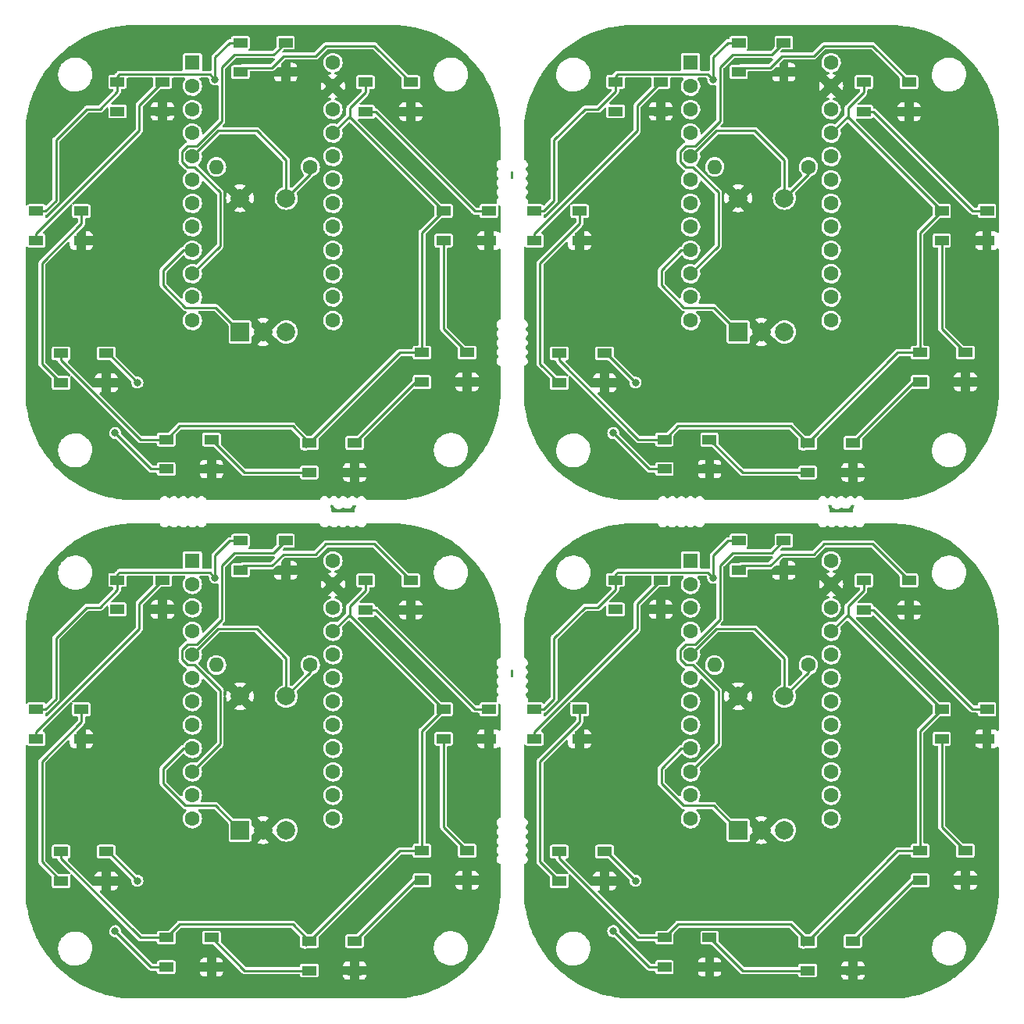
<source format=gbr>
%TF.GenerationSoftware,KiCad,Pcbnew,(6.0.0)*%
%TF.CreationDate,2022-01-01T22:41:11+01:00*%
%TF.ProjectId,VolumeKnob,566f6c75-6d65-44b6-9e6f-622e6b696361,rev?*%
%TF.SameCoordinates,Original*%
%TF.FileFunction,Copper,L1,Top*%
%TF.FilePolarity,Positive*%
%FSLAX46Y46*%
G04 Gerber Fmt 4.6, Leading zero omitted, Abs format (unit mm)*
G04 Created by KiCad (PCBNEW (6.0.0)) date 2022-01-01 22:41:11*
%MOMM*%
%LPD*%
G01*
G04 APERTURE LIST*
%TA.AperFunction,SMDPad,CuDef*%
%ADD10R,1.500000X1.000000*%
%TD*%
%TA.AperFunction,ComponentPad*%
%ADD11C,1.600000*%
%TD*%
%TA.AperFunction,ComponentPad*%
%ADD12O,1.600000X1.600000*%
%TD*%
%TA.AperFunction,ComponentPad*%
%ADD13R,2.000000X2.000000*%
%TD*%
%TA.AperFunction,ComponentPad*%
%ADD14C,2.000000*%
%TD*%
%TA.AperFunction,ComponentPad*%
%ADD15R,1.600000X1.600000*%
%TD*%
%TA.AperFunction,ViaPad*%
%ADD16C,0.800000*%
%TD*%
%TA.AperFunction,Conductor*%
%ADD17C,0.250000*%
%TD*%
G04 APERTURE END LIST*
D10*
%TO.P,D8,1,VDD*%
%TO.N,Board_2-VCC*%
X25409997Y-98400003D03*
%TO.P,D8,2,DOUT*%
%TO.N,Board_2-Net-(D8-Pad2)*%
X25409997Y-101600003D03*
%TO.P,D8,3,VSS*%
%TO.N,Board_2-GND*%
X30309997Y-101600003D03*
%TO.P,D8,4,DIN*%
%TO.N,Board_2-Net-(D7-Pad2)*%
X30309997Y-98400003D03*
%TD*%
%TO.P,D1,1,VDD*%
%TO.N,Board_2-VCC*%
X47539997Y-80140003D03*
%TO.P,D1,2,DOUT*%
%TO.N,Board_2-Net-(D2-Pad4)*%
X47539997Y-83340003D03*
%TO.P,D1,3,VSS*%
%TO.N,Board_2-GND*%
X52439997Y-83340003D03*
%TO.P,D1,4,DIN*%
%TO.N,Board_2-DIN*%
X52439997Y-80140003D03*
%TD*%
%TO.P,D1,1,VDD*%
%TO.N,Board_3-VCC*%
X101540004Y-80140003D03*
%TO.P,D1,2,DOUT*%
%TO.N,Board_3-Net-(D2-Pad4)*%
X101540004Y-83340003D03*
%TO.P,D1,3,VSS*%
%TO.N,Board_3-GND*%
X106440004Y-83340003D03*
%TO.P,D1,4,DIN*%
%TO.N,Board_3-DIN*%
X106440004Y-80140003D03*
%TD*%
%TO.P,D1,1,VDD*%
%TO.N,Board_1-VCC*%
X101540004Y-26139997D03*
%TO.P,D1,2,DOUT*%
%TO.N,Board_1-Net-(D2-Pad4)*%
X101540004Y-29339997D03*
%TO.P,D1,3,VSS*%
%TO.N,Board_1-GND*%
X106440004Y-29339997D03*
%TO.P,D1,4,DIN*%
%TO.N,Board_1-DIN*%
X106440004Y-26139997D03*
%TD*%
D11*
%TO.P,R1,1*%
%TO.N,Board_3-ButtonR*%
X109110004Y-93600003D03*
D12*
%TO.P,R1,2*%
%TO.N,Board_3-VCC*%
X98950004Y-93600003D03*
%TD*%
D10*
%TO.P,D9,1,VDD*%
%TO.N,Board_1-VCC*%
X88210004Y-30389997D03*
%TO.P,D9,2,DOUT*%
%TO.N,Board_1-unconnected-(D9-Pad2)*%
X88210004Y-33589997D03*
%TO.P,D9,3,VSS*%
%TO.N,Board_1-GND*%
X93110004Y-33589997D03*
%TO.P,D9,4,DIN*%
%TO.N,Board_1-Net-(D8-Pad2)*%
X93110004Y-30389997D03*
%TD*%
D11*
%TO.P,R1,1*%
%TO.N,Board_0-ButtonR*%
X55109997Y-39599997D03*
D12*
%TO.P,R1,2*%
%TO.N,Board_0-VCC*%
X44949997Y-39599997D03*
%TD*%
D11*
%TO.P,R1,1*%
%TO.N,Board_2-ButtonR*%
X55109997Y-93600003D03*
D12*
%TO.P,R1,2*%
%TO.N,Board_2-VCC*%
X44949997Y-93600003D03*
%TD*%
D10*
%TO.P,D4,1,VDD*%
%TO.N,Board_3-VCC*%
X121220004Y-113740003D03*
%TO.P,D4,2,DOUT*%
%TO.N,Board_3-Net-(D4-Pad2)*%
X121220004Y-116940003D03*
%TO.P,D4,3,VSS*%
%TO.N,Board_3-GND*%
X126120004Y-116940003D03*
%TO.P,D4,4,DIN*%
%TO.N,Board_3-Net-(D3-Pad2)*%
X126120004Y-113740003D03*
%TD*%
%TO.P,D6,1,VDD*%
%TO.N,Board_0-VCC*%
X39499997Y-69159997D03*
%TO.P,D6,2,DOUT*%
%TO.N,Board_0-Net-(D6-Pad2)*%
X39499997Y-72359997D03*
%TO.P,D6,3,VSS*%
%TO.N,Board_0-GND*%
X44399997Y-72359997D03*
%TO.P,D6,4,DIN*%
%TO.N,Board_0-Net-(D5-Pad2)*%
X44399997Y-69159997D03*
%TD*%
%TO.P,D7,1,VDD*%
%TO.N,Board_0-VCC*%
X28099997Y-59829997D03*
%TO.P,D7,2,DOUT*%
%TO.N,Board_0-Net-(D7-Pad2)*%
X28099997Y-63029997D03*
%TO.P,D7,3,VSS*%
%TO.N,Board_0-GND*%
X32999997Y-63029997D03*
%TO.P,D7,4,DIN*%
%TO.N,Board_0-Net-(D6-Pad2)*%
X32999997Y-59829997D03*
%TD*%
%TO.P,D8,1,VDD*%
%TO.N,Board_1-VCC*%
X79410004Y-44399997D03*
%TO.P,D8,2,DOUT*%
%TO.N,Board_1-Net-(D8-Pad2)*%
X79410004Y-47599997D03*
%TO.P,D8,3,VSS*%
%TO.N,Board_1-GND*%
X84310004Y-47599997D03*
%TO.P,D8,4,DIN*%
%TO.N,Board_1-Net-(D7-Pad2)*%
X84310004Y-44399997D03*
%TD*%
%TO.P,D1,1,VDD*%
%TO.N,Board_0-VCC*%
X47539997Y-26139997D03*
%TO.P,D1,2,DOUT*%
%TO.N,Board_0-Net-(D2-Pad4)*%
X47539997Y-29339997D03*
%TO.P,D1,3,VSS*%
%TO.N,Board_0-GND*%
X52439997Y-29339997D03*
%TO.P,D1,4,DIN*%
%TO.N,Board_0-DIN*%
X52439997Y-26139997D03*
%TD*%
%TO.P,D4,1,VDD*%
%TO.N,Board_2-VCC*%
X67219997Y-113740003D03*
%TO.P,D4,2,DOUT*%
%TO.N,Board_2-Net-(D4-Pad2)*%
X67219997Y-116940003D03*
%TO.P,D4,3,VSS*%
%TO.N,Board_2-GND*%
X72119997Y-116940003D03*
%TO.P,D4,4,DIN*%
%TO.N,Board_2-Net-(D3-Pad2)*%
X72119997Y-113740003D03*
%TD*%
D13*
%TO.P,SW1,A,A*%
%TO.N,Board_1-D7*%
X101500004Y-57499997D03*
D14*
%TO.P,SW1,B,B*%
%TO.N,Board_1-C6*%
X106500004Y-57499997D03*
%TO.P,SW1,C,C*%
%TO.N,Board_1-GND*%
X104000004Y-57499997D03*
%TO.P,SW1,S1,S1*%
X101500004Y-42999997D03*
%TO.P,SW1,S2,S2*%
%TO.N,Board_1-ButtonR*%
X106500004Y-42999997D03*
%TD*%
D10*
%TO.P,D8,1,VDD*%
%TO.N,Board_3-VCC*%
X79410004Y-98400003D03*
%TO.P,D8,2,DOUT*%
%TO.N,Board_3-Net-(D8-Pad2)*%
X79410004Y-101600003D03*
%TO.P,D8,3,VSS*%
%TO.N,Board_3-GND*%
X84310004Y-101600003D03*
%TO.P,D8,4,DIN*%
%TO.N,Board_3-Net-(D7-Pad2)*%
X84310004Y-98400003D03*
%TD*%
%TO.P,D3,1,VDD*%
%TO.N,Board_1-VCC*%
X123560004Y-44389997D03*
%TO.P,D3,2,DOUT*%
%TO.N,Board_1-Net-(D3-Pad2)*%
X123560004Y-47589997D03*
%TO.P,D3,3,VSS*%
%TO.N,Board_1-GND*%
X128460004Y-47589997D03*
%TO.P,D3,4,DIN*%
%TO.N,Board_1-Net-(D2-Pad2)*%
X128460004Y-44389997D03*
%TD*%
%TO.P,D8,1,VDD*%
%TO.N,Board_0-VCC*%
X25409997Y-44399997D03*
%TO.P,D8,2,DOUT*%
%TO.N,Board_0-Net-(D8-Pad2)*%
X25409997Y-47599997D03*
%TO.P,D8,3,VSS*%
%TO.N,Board_0-GND*%
X30309997Y-47599997D03*
%TO.P,D8,4,DIN*%
%TO.N,Board_0-Net-(D7-Pad2)*%
X30309997Y-44399997D03*
%TD*%
%TO.P,D3,1,VDD*%
%TO.N,Board_0-VCC*%
X69559997Y-44389997D03*
%TO.P,D3,2,DOUT*%
%TO.N,Board_0-Net-(D3-Pad2)*%
X69559997Y-47589997D03*
%TO.P,D3,3,VSS*%
%TO.N,Board_0-GND*%
X74459997Y-47589997D03*
%TO.P,D3,4,DIN*%
%TO.N,Board_0-Net-(D2-Pad2)*%
X74459997Y-44389997D03*
%TD*%
D15*
%TO.P,U1,1,TX*%
%TO.N,Board_0-unconnected-(U1-Pad1)*%
X42329997Y-28319997D03*
D11*
%TO.P,U1,2,RX*%
%TO.N,Board_0-unconnected-(U1-Pad2)*%
X42329997Y-30859997D03*
%TO.P,U1,3,GND*%
%TO.N,Board_0-unconnected-(U1-Pad3)*%
X42329997Y-33399997D03*
%TO.P,U1,4,GND*%
%TO.N,Board_0-unconnected-(U1-Pad4)*%
X42329997Y-35939997D03*
%TO.P,U1,5,SDA*%
%TO.N,Board_0-ButtonR*%
X42329997Y-38479997D03*
%TO.P,U1,6,SCL*%
%TO.N,Board_0-unconnected-(U1-Pad6)*%
X42329997Y-41019997D03*
%TO.P,U1,7,D4*%
%TO.N,Board_0-unconnected-(U1-Pad7)*%
X42329997Y-43559997D03*
%TO.P,U1,8,C6*%
%TO.N,Board_0-C6*%
X42329997Y-46099997D03*
%TO.P,U1,9,D7*%
%TO.N,Board_0-D7*%
X42329997Y-48639997D03*
%TO.P,U1,10,E6*%
%TO.N,Board_0-DIN*%
X42329997Y-51179997D03*
%TO.P,U1,11,B4*%
%TO.N,Board_0-unconnected-(U1-Pad11)*%
X42329997Y-53719997D03*
%TO.P,U1,12,B5*%
%TO.N,Board_0-unconnected-(U1-Pad12)*%
X42329997Y-56259997D03*
%TO.P,U1,13,B6*%
%TO.N,Board_0-unconnected-(U1-Pad13)*%
X57569997Y-56259997D03*
%TO.P,U1,14,B2*%
%TO.N,Board_0-unconnected-(U1-Pad14)*%
X57569997Y-53719997D03*
%TO.P,U1,15,B3*%
%TO.N,Board_0-unconnected-(U1-Pad15)*%
X57569997Y-51179997D03*
%TO.P,U1,16,B1*%
%TO.N,Board_0-unconnected-(U1-Pad16)*%
X57569997Y-48639997D03*
%TO.P,U1,17,F7*%
%TO.N,Board_0-unconnected-(U1-Pad17)*%
X57569997Y-46099997D03*
%TO.P,U1,18,F6*%
%TO.N,Board_0-unconnected-(U1-Pad18)*%
X57569997Y-43559997D03*
%TO.P,U1,19,F5*%
%TO.N,Board_0-unconnected-(U1-Pad19)*%
X57569997Y-41019997D03*
%TO.P,U1,20,F4*%
%TO.N,Board_0-unconnected-(U1-Pad20)*%
X57569997Y-38479997D03*
%TO.P,U1,21,VCC*%
%TO.N,Board_0-VCC*%
X57569997Y-35939997D03*
%TO.P,U1,22,RST*%
%TO.N,Board_0-unconnected-(U1-Pad22)*%
X57569997Y-33399997D03*
%TO.P,U1,23,GND*%
%TO.N,Board_0-GND*%
X57569997Y-30859997D03*
%TO.P,U1,24,RAW*%
%TO.N,Board_0-unconnected-(U1-Pad24)*%
X57569997Y-28319997D03*
%TD*%
D10*
%TO.P,D3,1,VDD*%
%TO.N,Board_3-VCC*%
X123560004Y-98390003D03*
%TO.P,D3,2,DOUT*%
%TO.N,Board_3-Net-(D3-Pad2)*%
X123560004Y-101590003D03*
%TO.P,D3,3,VSS*%
%TO.N,Board_3-GND*%
X128460004Y-101590003D03*
%TO.P,D3,4,DIN*%
%TO.N,Board_3-Net-(D2-Pad2)*%
X128460004Y-98390003D03*
%TD*%
%TO.P,D5,1,VDD*%
%TO.N,Board_0-VCC*%
X55019997Y-69519997D03*
%TO.P,D5,2,DOUT*%
%TO.N,Board_0-Net-(D5-Pad2)*%
X55019997Y-72719997D03*
%TO.P,D5,3,VSS*%
%TO.N,Board_0-GND*%
X59919997Y-72719997D03*
%TO.P,D5,4,DIN*%
%TO.N,Board_0-Net-(D4-Pad2)*%
X59919997Y-69519997D03*
%TD*%
%TO.P,D9,1,VDD*%
%TO.N,Board_2-VCC*%
X34209997Y-84390003D03*
%TO.P,D9,2,DOUT*%
%TO.N,Board_2-unconnected-(D9-Pad2)*%
X34209997Y-87590003D03*
%TO.P,D9,3,VSS*%
%TO.N,Board_2-GND*%
X39109997Y-87590003D03*
%TO.P,D9,4,DIN*%
%TO.N,Board_2-Net-(D8-Pad2)*%
X39109997Y-84390003D03*
%TD*%
D15*
%TO.P,U1,1,TX*%
%TO.N,Board_1-unconnected-(U1-Pad1)*%
X96330004Y-28319997D03*
D11*
%TO.P,U1,2,RX*%
%TO.N,Board_1-unconnected-(U1-Pad2)*%
X96330004Y-30859997D03*
%TO.P,U1,3,GND*%
%TO.N,Board_1-unconnected-(U1-Pad3)*%
X96330004Y-33399997D03*
%TO.P,U1,4,GND*%
%TO.N,Board_1-unconnected-(U1-Pad4)*%
X96330004Y-35939997D03*
%TO.P,U1,5,SDA*%
%TO.N,Board_1-ButtonR*%
X96330004Y-38479997D03*
%TO.P,U1,6,SCL*%
%TO.N,Board_1-unconnected-(U1-Pad6)*%
X96330004Y-41019997D03*
%TO.P,U1,7,D4*%
%TO.N,Board_1-unconnected-(U1-Pad7)*%
X96330004Y-43559997D03*
%TO.P,U1,8,C6*%
%TO.N,Board_1-C6*%
X96330004Y-46099997D03*
%TO.P,U1,9,D7*%
%TO.N,Board_1-D7*%
X96330004Y-48639997D03*
%TO.P,U1,10,E6*%
%TO.N,Board_1-DIN*%
X96330004Y-51179997D03*
%TO.P,U1,11,B4*%
%TO.N,Board_1-unconnected-(U1-Pad11)*%
X96330004Y-53719997D03*
%TO.P,U1,12,B5*%
%TO.N,Board_1-unconnected-(U1-Pad12)*%
X96330004Y-56259997D03*
%TO.P,U1,13,B6*%
%TO.N,Board_1-unconnected-(U1-Pad13)*%
X111570004Y-56259997D03*
%TO.P,U1,14,B2*%
%TO.N,Board_1-unconnected-(U1-Pad14)*%
X111570004Y-53719997D03*
%TO.P,U1,15,B3*%
%TO.N,Board_1-unconnected-(U1-Pad15)*%
X111570004Y-51179997D03*
%TO.P,U1,16,B1*%
%TO.N,Board_1-unconnected-(U1-Pad16)*%
X111570004Y-48639997D03*
%TO.P,U1,17,F7*%
%TO.N,Board_1-unconnected-(U1-Pad17)*%
X111570004Y-46099997D03*
%TO.P,U1,18,F6*%
%TO.N,Board_1-unconnected-(U1-Pad18)*%
X111570004Y-43559997D03*
%TO.P,U1,19,F5*%
%TO.N,Board_1-unconnected-(U1-Pad19)*%
X111570004Y-41019997D03*
%TO.P,U1,20,F4*%
%TO.N,Board_1-unconnected-(U1-Pad20)*%
X111570004Y-38479997D03*
%TO.P,U1,21,VCC*%
%TO.N,Board_1-VCC*%
X111570004Y-35939997D03*
%TO.P,U1,22,RST*%
%TO.N,Board_1-unconnected-(U1-Pad22)*%
X111570004Y-33399997D03*
%TO.P,U1,23,GND*%
%TO.N,Board_1-GND*%
X111570004Y-30859997D03*
%TO.P,U1,24,RAW*%
%TO.N,Board_1-unconnected-(U1-Pad24)*%
X111570004Y-28319997D03*
%TD*%
D13*
%TO.P,SW1,A,A*%
%TO.N,Board_3-D7*%
X101500004Y-111500003D03*
D14*
%TO.P,SW1,B,B*%
%TO.N,Board_3-C6*%
X106500004Y-111500003D03*
%TO.P,SW1,C,C*%
%TO.N,Board_3-GND*%
X104000004Y-111500003D03*
%TO.P,SW1,S1,S1*%
X101500004Y-97000003D03*
%TO.P,SW1,S2,S2*%
%TO.N,Board_3-ButtonR*%
X106500004Y-97000003D03*
%TD*%
D10*
%TO.P,D3,1,VDD*%
%TO.N,Board_2-VCC*%
X69559997Y-98390003D03*
%TO.P,D3,2,DOUT*%
%TO.N,Board_2-Net-(D3-Pad2)*%
X69559997Y-101590003D03*
%TO.P,D3,3,VSS*%
%TO.N,Board_2-GND*%
X74459997Y-101590003D03*
%TO.P,D3,4,DIN*%
%TO.N,Board_2-Net-(D2-Pad2)*%
X74459997Y-98390003D03*
%TD*%
D15*
%TO.P,U1,1,TX*%
%TO.N,Board_2-unconnected-(U1-Pad1)*%
X42329997Y-82320003D03*
D11*
%TO.P,U1,2,RX*%
%TO.N,Board_2-unconnected-(U1-Pad2)*%
X42329997Y-84860003D03*
%TO.P,U1,3,GND*%
%TO.N,Board_2-unconnected-(U1-Pad3)*%
X42329997Y-87400003D03*
%TO.P,U1,4,GND*%
%TO.N,Board_2-unconnected-(U1-Pad4)*%
X42329997Y-89940003D03*
%TO.P,U1,5,SDA*%
%TO.N,Board_2-ButtonR*%
X42329997Y-92480003D03*
%TO.P,U1,6,SCL*%
%TO.N,Board_2-unconnected-(U1-Pad6)*%
X42329997Y-95020003D03*
%TO.P,U1,7,D4*%
%TO.N,Board_2-unconnected-(U1-Pad7)*%
X42329997Y-97560003D03*
%TO.P,U1,8,C6*%
%TO.N,Board_2-C6*%
X42329997Y-100100003D03*
%TO.P,U1,9,D7*%
%TO.N,Board_2-D7*%
X42329997Y-102640003D03*
%TO.P,U1,10,E6*%
%TO.N,Board_2-DIN*%
X42329997Y-105180003D03*
%TO.P,U1,11,B4*%
%TO.N,Board_2-unconnected-(U1-Pad11)*%
X42329997Y-107720003D03*
%TO.P,U1,12,B5*%
%TO.N,Board_2-unconnected-(U1-Pad12)*%
X42329997Y-110260003D03*
%TO.P,U1,13,B6*%
%TO.N,Board_2-unconnected-(U1-Pad13)*%
X57569997Y-110260003D03*
%TO.P,U1,14,B2*%
%TO.N,Board_2-unconnected-(U1-Pad14)*%
X57569997Y-107720003D03*
%TO.P,U1,15,B3*%
%TO.N,Board_2-unconnected-(U1-Pad15)*%
X57569997Y-105180003D03*
%TO.P,U1,16,B1*%
%TO.N,Board_2-unconnected-(U1-Pad16)*%
X57569997Y-102640003D03*
%TO.P,U1,17,F7*%
%TO.N,Board_2-unconnected-(U1-Pad17)*%
X57569997Y-100100003D03*
%TO.P,U1,18,F6*%
%TO.N,Board_2-unconnected-(U1-Pad18)*%
X57569997Y-97560003D03*
%TO.P,U1,19,F5*%
%TO.N,Board_2-unconnected-(U1-Pad19)*%
X57569997Y-95020003D03*
%TO.P,U1,20,F4*%
%TO.N,Board_2-unconnected-(U1-Pad20)*%
X57569997Y-92480003D03*
%TO.P,U1,21,VCC*%
%TO.N,Board_2-VCC*%
X57569997Y-89940003D03*
%TO.P,U1,22,RST*%
%TO.N,Board_2-unconnected-(U1-Pad22)*%
X57569997Y-87400003D03*
%TO.P,U1,23,GND*%
%TO.N,Board_2-GND*%
X57569997Y-84860003D03*
%TO.P,U1,24,RAW*%
%TO.N,Board_2-unconnected-(U1-Pad24)*%
X57569997Y-82320003D03*
%TD*%
D15*
%TO.P,U1,1,TX*%
%TO.N,Board_3-unconnected-(U1-Pad1)*%
X96330004Y-82320003D03*
D11*
%TO.P,U1,2,RX*%
%TO.N,Board_3-unconnected-(U1-Pad2)*%
X96330004Y-84860003D03*
%TO.P,U1,3,GND*%
%TO.N,Board_3-unconnected-(U1-Pad3)*%
X96330004Y-87400003D03*
%TO.P,U1,4,GND*%
%TO.N,Board_3-unconnected-(U1-Pad4)*%
X96330004Y-89940003D03*
%TO.P,U1,5,SDA*%
%TO.N,Board_3-ButtonR*%
X96330004Y-92480003D03*
%TO.P,U1,6,SCL*%
%TO.N,Board_3-unconnected-(U1-Pad6)*%
X96330004Y-95020003D03*
%TO.P,U1,7,D4*%
%TO.N,Board_3-unconnected-(U1-Pad7)*%
X96330004Y-97560003D03*
%TO.P,U1,8,C6*%
%TO.N,Board_3-C6*%
X96330004Y-100100003D03*
%TO.P,U1,9,D7*%
%TO.N,Board_3-D7*%
X96330004Y-102640003D03*
%TO.P,U1,10,E6*%
%TO.N,Board_3-DIN*%
X96330004Y-105180003D03*
%TO.P,U1,11,B4*%
%TO.N,Board_3-unconnected-(U1-Pad11)*%
X96330004Y-107720003D03*
%TO.P,U1,12,B5*%
%TO.N,Board_3-unconnected-(U1-Pad12)*%
X96330004Y-110260003D03*
%TO.P,U1,13,B6*%
%TO.N,Board_3-unconnected-(U1-Pad13)*%
X111570004Y-110260003D03*
%TO.P,U1,14,B2*%
%TO.N,Board_3-unconnected-(U1-Pad14)*%
X111570004Y-107720003D03*
%TO.P,U1,15,B3*%
%TO.N,Board_3-unconnected-(U1-Pad15)*%
X111570004Y-105180003D03*
%TO.P,U1,16,B1*%
%TO.N,Board_3-unconnected-(U1-Pad16)*%
X111570004Y-102640003D03*
%TO.P,U1,17,F7*%
%TO.N,Board_3-unconnected-(U1-Pad17)*%
X111570004Y-100100003D03*
%TO.P,U1,18,F6*%
%TO.N,Board_3-unconnected-(U1-Pad18)*%
X111570004Y-97560003D03*
%TO.P,U1,19,F5*%
%TO.N,Board_3-unconnected-(U1-Pad19)*%
X111570004Y-95020003D03*
%TO.P,U1,20,F4*%
%TO.N,Board_3-unconnected-(U1-Pad20)*%
X111570004Y-92480003D03*
%TO.P,U1,21,VCC*%
%TO.N,Board_3-VCC*%
X111570004Y-89940003D03*
%TO.P,U1,22,RST*%
%TO.N,Board_3-unconnected-(U1-Pad22)*%
X111570004Y-87400003D03*
%TO.P,U1,23,GND*%
%TO.N,Board_3-GND*%
X111570004Y-84860003D03*
%TO.P,U1,24,RAW*%
%TO.N,Board_3-unconnected-(U1-Pad24)*%
X111570004Y-82320003D03*
%TD*%
D10*
%TO.P,D9,1,VDD*%
%TO.N,Board_3-VCC*%
X88210004Y-84390003D03*
%TO.P,D9,2,DOUT*%
%TO.N,Board_3-unconnected-(D9-Pad2)*%
X88210004Y-87590003D03*
%TO.P,D9,3,VSS*%
%TO.N,Board_3-GND*%
X93110004Y-87590003D03*
%TO.P,D9,4,DIN*%
%TO.N,Board_3-Net-(D8-Pad2)*%
X93110004Y-84390003D03*
%TD*%
%TO.P,D4,1,VDD*%
%TO.N,Board_0-VCC*%
X67219997Y-59739997D03*
%TO.P,D4,2,DOUT*%
%TO.N,Board_0-Net-(D4-Pad2)*%
X67219997Y-62939997D03*
%TO.P,D4,3,VSS*%
%TO.N,Board_0-GND*%
X72119997Y-62939997D03*
%TO.P,D4,4,DIN*%
%TO.N,Board_0-Net-(D3-Pad2)*%
X72119997Y-59739997D03*
%TD*%
%TO.P,D4,1,VDD*%
%TO.N,Board_1-VCC*%
X121220004Y-59739997D03*
%TO.P,D4,2,DOUT*%
%TO.N,Board_1-Net-(D4-Pad2)*%
X121220004Y-62939997D03*
%TO.P,D4,3,VSS*%
%TO.N,Board_1-GND*%
X126120004Y-62939997D03*
%TO.P,D4,4,DIN*%
%TO.N,Board_1-Net-(D3-Pad2)*%
X126120004Y-59739997D03*
%TD*%
%TO.P,D7,1,VDD*%
%TO.N,Board_2-VCC*%
X28099997Y-113830003D03*
%TO.P,D7,2,DOUT*%
%TO.N,Board_2-Net-(D7-Pad2)*%
X28099997Y-117030003D03*
%TO.P,D7,3,VSS*%
%TO.N,Board_2-GND*%
X32999997Y-117030003D03*
%TO.P,D7,4,DIN*%
%TO.N,Board_2-Net-(D6-Pad2)*%
X32999997Y-113830003D03*
%TD*%
%TO.P,D6,1,VDD*%
%TO.N,Board_2-VCC*%
X39499997Y-123160003D03*
%TO.P,D6,2,DOUT*%
%TO.N,Board_2-Net-(D6-Pad2)*%
X39499997Y-126360003D03*
%TO.P,D6,3,VSS*%
%TO.N,Board_2-GND*%
X44399997Y-126360003D03*
%TO.P,D6,4,DIN*%
%TO.N,Board_2-Net-(D5-Pad2)*%
X44399997Y-123160003D03*
%TD*%
%TO.P,D2,1,VDD*%
%TO.N,Board_1-VCC*%
X115110004Y-30429997D03*
%TO.P,D2,2,DOUT*%
%TO.N,Board_1-Net-(D2-Pad2)*%
X115110004Y-33629997D03*
%TO.P,D2,3,VSS*%
%TO.N,Board_1-GND*%
X120010004Y-33629997D03*
%TO.P,D2,4,DIN*%
%TO.N,Board_1-Net-(D2-Pad4)*%
X120010004Y-30429997D03*
%TD*%
%TO.P,D5,1,VDD*%
%TO.N,Board_2-VCC*%
X55019997Y-123520003D03*
%TO.P,D5,2,DOUT*%
%TO.N,Board_2-Net-(D5-Pad2)*%
X55019997Y-126720003D03*
%TO.P,D5,3,VSS*%
%TO.N,Board_2-GND*%
X59919997Y-126720003D03*
%TO.P,D5,4,DIN*%
%TO.N,Board_2-Net-(D4-Pad2)*%
X59919997Y-123520003D03*
%TD*%
%TO.P,D2,1,VDD*%
%TO.N,Board_2-VCC*%
X61109997Y-84430003D03*
%TO.P,D2,2,DOUT*%
%TO.N,Board_2-Net-(D2-Pad2)*%
X61109997Y-87630003D03*
%TO.P,D2,3,VSS*%
%TO.N,Board_2-GND*%
X66009997Y-87630003D03*
%TO.P,D2,4,DIN*%
%TO.N,Board_2-Net-(D2-Pad4)*%
X66009997Y-84430003D03*
%TD*%
%TO.P,D5,1,VDD*%
%TO.N,Board_1-VCC*%
X109020004Y-69519997D03*
%TO.P,D5,2,DOUT*%
%TO.N,Board_1-Net-(D5-Pad2)*%
X109020004Y-72719997D03*
%TO.P,D5,3,VSS*%
%TO.N,Board_1-GND*%
X113920004Y-72719997D03*
%TO.P,D5,4,DIN*%
%TO.N,Board_1-Net-(D4-Pad2)*%
X113920004Y-69519997D03*
%TD*%
%TO.P,D7,1,VDD*%
%TO.N,Board_1-VCC*%
X82100004Y-59829997D03*
%TO.P,D7,2,DOUT*%
%TO.N,Board_1-Net-(D7-Pad2)*%
X82100004Y-63029997D03*
%TO.P,D7,3,VSS*%
%TO.N,Board_1-GND*%
X87000004Y-63029997D03*
%TO.P,D7,4,DIN*%
%TO.N,Board_1-Net-(D6-Pad2)*%
X87000004Y-59829997D03*
%TD*%
%TO.P,D9,1,VDD*%
%TO.N,Board_0-VCC*%
X34209997Y-30389997D03*
%TO.P,D9,2,DOUT*%
%TO.N,Board_0-unconnected-(D9-Pad2)*%
X34209997Y-33589997D03*
%TO.P,D9,3,VSS*%
%TO.N,Board_0-GND*%
X39109997Y-33589997D03*
%TO.P,D9,4,DIN*%
%TO.N,Board_0-Net-(D8-Pad2)*%
X39109997Y-30389997D03*
%TD*%
D13*
%TO.P,SW1,A,A*%
%TO.N,Board_0-D7*%
X47499997Y-57499997D03*
D14*
%TO.P,SW1,B,B*%
%TO.N,Board_0-C6*%
X52499997Y-57499997D03*
%TO.P,SW1,C,C*%
%TO.N,Board_0-GND*%
X49999997Y-57499997D03*
%TO.P,SW1,S1,S1*%
X47499997Y-42999997D03*
%TO.P,SW1,S2,S2*%
%TO.N,Board_0-ButtonR*%
X52499997Y-42999997D03*
%TD*%
D10*
%TO.P,D5,1,VDD*%
%TO.N,Board_3-VCC*%
X109020004Y-123520003D03*
%TO.P,D5,2,DOUT*%
%TO.N,Board_3-Net-(D5-Pad2)*%
X109020004Y-126720003D03*
%TO.P,D5,3,VSS*%
%TO.N,Board_3-GND*%
X113920004Y-126720003D03*
%TO.P,D5,4,DIN*%
%TO.N,Board_3-Net-(D4-Pad2)*%
X113920004Y-123520003D03*
%TD*%
D11*
%TO.P,R1,1*%
%TO.N,Board_1-ButtonR*%
X109110004Y-39599997D03*
D12*
%TO.P,R1,2*%
%TO.N,Board_1-VCC*%
X98950004Y-39599997D03*
%TD*%
D10*
%TO.P,D6,1,VDD*%
%TO.N,Board_1-VCC*%
X93500004Y-69159997D03*
%TO.P,D6,2,DOUT*%
%TO.N,Board_1-Net-(D6-Pad2)*%
X93500004Y-72359997D03*
%TO.P,D6,3,VSS*%
%TO.N,Board_1-GND*%
X98400004Y-72359997D03*
%TO.P,D6,4,DIN*%
%TO.N,Board_1-Net-(D5-Pad2)*%
X98400004Y-69159997D03*
%TD*%
D13*
%TO.P,SW1,A,A*%
%TO.N,Board_2-D7*%
X47499997Y-111500003D03*
D14*
%TO.P,SW1,B,B*%
%TO.N,Board_2-C6*%
X52499997Y-111500003D03*
%TO.P,SW1,C,C*%
%TO.N,Board_2-GND*%
X49999997Y-111500003D03*
%TO.P,SW1,S1,S1*%
X47499997Y-97000003D03*
%TO.P,SW1,S2,S2*%
%TO.N,Board_2-ButtonR*%
X52499997Y-97000003D03*
%TD*%
D10*
%TO.P,D6,1,VDD*%
%TO.N,Board_3-VCC*%
X93500004Y-123160003D03*
%TO.P,D6,2,DOUT*%
%TO.N,Board_3-Net-(D6-Pad2)*%
X93500004Y-126360003D03*
%TO.P,D6,3,VSS*%
%TO.N,Board_3-GND*%
X98400004Y-126360003D03*
%TO.P,D6,4,DIN*%
%TO.N,Board_3-Net-(D5-Pad2)*%
X98400004Y-123160003D03*
%TD*%
%TO.P,D2,1,VDD*%
%TO.N,Board_3-VCC*%
X115110004Y-84430003D03*
%TO.P,D2,2,DOUT*%
%TO.N,Board_3-Net-(D2-Pad2)*%
X115110004Y-87630003D03*
%TO.P,D2,3,VSS*%
%TO.N,Board_3-GND*%
X120010004Y-87630003D03*
%TO.P,D2,4,DIN*%
%TO.N,Board_3-Net-(D2-Pad4)*%
X120010004Y-84430003D03*
%TD*%
%TO.P,D7,1,VDD*%
%TO.N,Board_3-VCC*%
X82100004Y-113830003D03*
%TO.P,D7,2,DOUT*%
%TO.N,Board_3-Net-(D7-Pad2)*%
X82100004Y-117030003D03*
%TO.P,D7,3,VSS*%
%TO.N,Board_3-GND*%
X87000004Y-117030003D03*
%TO.P,D7,4,DIN*%
%TO.N,Board_3-Net-(D6-Pad2)*%
X87000004Y-113830003D03*
%TD*%
%TO.P,D2,1,VDD*%
%TO.N,Board_0-VCC*%
X61109997Y-30429997D03*
%TO.P,D2,2,DOUT*%
%TO.N,Board_0-Net-(D2-Pad2)*%
X61109997Y-33629997D03*
%TO.P,D2,3,VSS*%
%TO.N,Board_0-GND*%
X66009997Y-33629997D03*
%TO.P,D2,4,DIN*%
%TO.N,Board_0-Net-(D2-Pad4)*%
X66009997Y-30429997D03*
%TD*%
D16*
%TO.N,Board_3-VCC*%
X98800004Y-84140003D03*
%TO.N,Board_3-Net-(D6-Pad2)*%
X87960004Y-122460003D03*
X90370004Y-116990003D03*
%TO.N,Board_3-GND*%
X84530004Y-90930003D03*
X125420004Y-107540003D03*
%TO.N,Board_2-VCC*%
X44799997Y-84140003D03*
%TO.N,Board_2-Net-(D6-Pad2)*%
X33959997Y-122460003D03*
X36369997Y-116990003D03*
%TO.N,Board_2-GND*%
X30529997Y-90930003D03*
X71419997Y-107540003D03*
%TO.N,Board_1-VCC*%
X98800004Y-30139997D03*
%TO.N,Board_1-Net-(D6-Pad2)*%
X87960004Y-68459997D03*
X90370004Y-62989997D03*
%TO.N,Board_1-GND*%
X84530004Y-36929997D03*
X125420004Y-53539997D03*
%TO.N,Board_0-VCC*%
X44799997Y-30139997D03*
%TO.N,Board_0-Net-(D6-Pad2)*%
X33959997Y-68459997D03*
X36369997Y-62989997D03*
%TO.N,Board_0-GND*%
X30529997Y-36929997D03*
X71419997Y-53539997D03*
%TD*%
D17*
%TO.N,Board_3-unconnected-(U1-Pad22)*%
X111210004Y-87650003D02*
X111420004Y-87650003D01*
%TO.N,Board_3-VCC*%
X107190004Y-121690003D02*
X94970004Y-121690003D01*
X86280004Y-87370003D02*
X88210004Y-85440003D01*
X88210004Y-83790003D02*
X88435005Y-83565002D01*
X115110004Y-85525005D02*
X113390004Y-87245005D01*
X113390004Y-87245005D02*
X113390004Y-88120003D01*
X94970004Y-121690003D02*
X93500004Y-123160003D01*
X121220004Y-100730003D02*
X121220004Y-113740003D01*
X84857002Y-87370003D02*
X86280004Y-87370003D01*
X82100004Y-114580003D02*
X82100004Y-113830003D01*
X113390004Y-88120003D02*
X111570004Y-89940003D01*
X118800004Y-113740003D02*
X109020004Y-123520003D01*
X113390004Y-88220003D02*
X123560004Y-98390003D01*
X109020004Y-123520003D02*
X108555003Y-123985004D01*
X98800004Y-84140003D02*
X98800004Y-81720003D01*
X123560004Y-98390003D02*
X121220004Y-100730003D01*
X81540004Y-90687001D02*
X84857002Y-87370003D01*
X80410004Y-98400003D02*
X81540004Y-97270003D01*
X115110004Y-84430003D02*
X115110004Y-85525005D01*
X98225003Y-83565002D02*
X98800004Y-84140003D01*
X88210004Y-84390003D02*
X88210004Y-83790003D01*
X109020004Y-123520003D02*
X107190004Y-121690003D01*
X90680004Y-123160003D02*
X82100004Y-114580003D01*
X88435005Y-83565002D02*
X98225003Y-83565002D01*
X113390004Y-88120003D02*
X113390004Y-88220003D01*
X79410004Y-98400003D02*
X80410004Y-98400003D01*
X88210004Y-85440003D02*
X88210004Y-84390003D01*
X93500004Y-123160003D02*
X90680004Y-123160003D01*
X100380004Y-80140003D02*
X101540004Y-80140003D01*
X98800004Y-81720003D02*
X100380004Y-80140003D01*
X121220004Y-113740003D02*
X118800004Y-113740003D01*
X81540004Y-97270003D02*
X81540004Y-90687001D01*
%TO.N,Board_3-Net-(D8-Pad2)*%
X79410004Y-100850003D02*
X90560004Y-89700003D01*
X90560004Y-89700003D02*
X90560004Y-86940003D01*
X90560004Y-86940003D02*
X93110004Y-84390003D01*
X79410004Y-101600003D02*
X79410004Y-100850003D01*
%TO.N,Board_3-Net-(D7-Pad2)*%
X82100004Y-117030003D02*
X80020004Y-114950003D01*
X80020004Y-114950003D02*
X80020004Y-104055001D01*
X80020004Y-104055001D02*
X84310004Y-99765001D01*
X84310004Y-99765001D02*
X84310004Y-98400003D01*
%TO.N,Board_3-Net-(D6-Pad2)*%
X87210004Y-113830003D02*
X87000004Y-113830003D01*
X90370004Y-116990003D02*
X87210004Y-113830003D01*
X91860004Y-126360003D02*
X87960004Y-122460003D01*
X93500004Y-126360003D02*
X91860004Y-126360003D01*
%TO.N,Board_3-Net-(D5-Pad2)*%
X109020004Y-126720003D02*
X101960004Y-126720003D01*
X101960004Y-126720003D02*
X98400004Y-123160003D01*
%TO.N,Board_3-Net-(D4-Pad2)*%
X121220004Y-116940003D02*
X120500004Y-116940003D01*
X120500004Y-116940003D02*
X113920004Y-123520003D01*
%TO.N,Board_3-Net-(D3-Pad2)*%
X123560004Y-101590003D02*
X123560004Y-111180003D01*
X123560004Y-111180003D02*
X126120004Y-113740003D01*
%TO.N,Board_3-Net-(D2-Pad4)*%
X110805003Y-80475004D02*
X116055005Y-80475004D01*
X109680004Y-81600003D02*
X110805003Y-80475004D01*
X101800004Y-82850003D02*
X104950004Y-82850003D01*
X106200004Y-81600003D02*
X109680004Y-81600003D01*
X104950004Y-82850003D02*
X106200004Y-81600003D01*
X116055005Y-80475004D02*
X120010004Y-84430003D01*
%TO.N,Board_3-Net-(D2-Pad2)*%
X116170004Y-87630003D02*
X126930004Y-98390003D01*
X126930004Y-98390003D02*
X128460004Y-98390003D01*
X115110004Y-87630003D02*
X116170004Y-87630003D01*
%TO.N,Board_3-DIN*%
X99360004Y-102150003D02*
X99360004Y-96385001D01*
X99525005Y-82785002D02*
X100870004Y-81440003D01*
X105140004Y-81440003D02*
X106440004Y-80140003D01*
X96580007Y-93605004D02*
X95790003Y-93605004D01*
X99360004Y-96385001D02*
X96580007Y-93605004D01*
X95790003Y-93605004D02*
X95205003Y-93020004D01*
X100870004Y-81440003D02*
X105140004Y-81440003D01*
X95205003Y-93020004D02*
X95205003Y-91940002D01*
X96818595Y-91355002D02*
X99525005Y-88648592D01*
X95790003Y-91355002D02*
X96818595Y-91355002D01*
X95205003Y-91940002D02*
X95790003Y-91355002D01*
X99525005Y-88648592D02*
X99525005Y-82785002D01*
X96330004Y-105180003D02*
X99360004Y-102150003D01*
%TO.N,Board_3-D7*%
X98845005Y-108845004D02*
X95570003Y-108845004D01*
X93170004Y-106445005D02*
X93170004Y-104820003D01*
X101500004Y-111500003D02*
X98845005Y-108845004D01*
X95570003Y-108845004D02*
X93170004Y-106445005D01*
X96180004Y-102890003D02*
X96180004Y-102885001D01*
X95350004Y-102640003D02*
X96330004Y-102640003D01*
X93170004Y-104820003D02*
X95350004Y-102640003D01*
%TO.N,Board_3-ButtonR*%
X103310004Y-89680003D02*
X106500004Y-92870003D01*
X109110004Y-94390003D02*
X109110004Y-93600003D01*
X106500004Y-92870003D02*
X106500004Y-97000003D01*
X99130004Y-89680003D02*
X103310004Y-89680003D01*
X106500004Y-97000003D02*
X109110004Y-94390003D01*
X96330004Y-92480003D02*
X99130004Y-89680003D01*
%TO.N,Board_2-unconnected-(U1-Pad22)*%
X57209997Y-87650003D02*
X57419997Y-87650003D01*
%TO.N,Board_2-VCC*%
X53189997Y-121690003D02*
X40969997Y-121690003D01*
X32279997Y-87370003D02*
X34209997Y-85440003D01*
X34209997Y-83790003D02*
X34434998Y-83565002D01*
X61109997Y-85525005D02*
X59389997Y-87245005D01*
X59389997Y-87245005D02*
X59389997Y-88120003D01*
X40969997Y-121690003D02*
X39499997Y-123160003D01*
X67219997Y-100730003D02*
X67219997Y-113740003D01*
X30856995Y-87370003D02*
X32279997Y-87370003D01*
X28099997Y-114580003D02*
X28099997Y-113830003D01*
X59389997Y-88120003D02*
X57569997Y-89940003D01*
X64799997Y-113740003D02*
X55019997Y-123520003D01*
X59389997Y-88220003D02*
X69559997Y-98390003D01*
X55019997Y-123520003D02*
X54554996Y-123985004D01*
X44799997Y-84140003D02*
X44799997Y-81720003D01*
X69559997Y-98390003D02*
X67219997Y-100730003D01*
X27539997Y-90687001D02*
X30856995Y-87370003D01*
X26409997Y-98400003D02*
X27539997Y-97270003D01*
X61109997Y-84430003D02*
X61109997Y-85525005D01*
X44224996Y-83565002D02*
X44799997Y-84140003D01*
X34209997Y-84390003D02*
X34209997Y-83790003D01*
X55019997Y-123520003D02*
X53189997Y-121690003D01*
X36679997Y-123160003D02*
X28099997Y-114580003D01*
X34434998Y-83565002D02*
X44224996Y-83565002D01*
X59389997Y-88120003D02*
X59389997Y-88220003D01*
X25409997Y-98400003D02*
X26409997Y-98400003D01*
X34209997Y-85440003D02*
X34209997Y-84390003D01*
X39499997Y-123160003D02*
X36679997Y-123160003D01*
X46379997Y-80140003D02*
X47539997Y-80140003D01*
X44799997Y-81720003D02*
X46379997Y-80140003D01*
X67219997Y-113740003D02*
X64799997Y-113740003D01*
X27539997Y-97270003D02*
X27539997Y-90687001D01*
%TO.N,Board_2-Net-(D8-Pad2)*%
X25409997Y-100850003D02*
X36559997Y-89700003D01*
X36559997Y-89700003D02*
X36559997Y-86940003D01*
X36559997Y-86940003D02*
X39109997Y-84390003D01*
X25409997Y-101600003D02*
X25409997Y-100850003D01*
%TO.N,Board_2-Net-(D7-Pad2)*%
X28099997Y-117030003D02*
X26019997Y-114950003D01*
X26019997Y-114950003D02*
X26019997Y-104055001D01*
X26019997Y-104055001D02*
X30309997Y-99765001D01*
X30309997Y-99765001D02*
X30309997Y-98400003D01*
%TO.N,Board_2-Net-(D6-Pad2)*%
X33209997Y-113830003D02*
X32999997Y-113830003D01*
X36369997Y-116990003D02*
X33209997Y-113830003D01*
X37859997Y-126360003D02*
X33959997Y-122460003D01*
X39499997Y-126360003D02*
X37859997Y-126360003D01*
%TO.N,Board_2-Net-(D5-Pad2)*%
X55019997Y-126720003D02*
X47959997Y-126720003D01*
X47959997Y-126720003D02*
X44399997Y-123160003D01*
%TO.N,Board_2-Net-(D4-Pad2)*%
X67219997Y-116940003D02*
X66499997Y-116940003D01*
X66499997Y-116940003D02*
X59919997Y-123520003D01*
%TO.N,Board_2-Net-(D3-Pad2)*%
X69559997Y-101590003D02*
X69559997Y-111180003D01*
X69559997Y-111180003D02*
X72119997Y-113740003D01*
%TO.N,Board_2-Net-(D2-Pad4)*%
X56804996Y-80475004D02*
X62054998Y-80475004D01*
X55679997Y-81600003D02*
X56804996Y-80475004D01*
X47799997Y-82850003D02*
X50949997Y-82850003D01*
X52199997Y-81600003D02*
X55679997Y-81600003D01*
X50949997Y-82850003D02*
X52199997Y-81600003D01*
X62054998Y-80475004D02*
X66009997Y-84430003D01*
%TO.N,Board_2-Net-(D2-Pad2)*%
X62169997Y-87630003D02*
X72929997Y-98390003D01*
X72929997Y-98390003D02*
X74459997Y-98390003D01*
X61109997Y-87630003D02*
X62169997Y-87630003D01*
%TO.N,Board_2-DIN*%
X45359997Y-102150003D02*
X45359997Y-96385001D01*
X45524998Y-82785002D02*
X46869997Y-81440003D01*
X51139997Y-81440003D02*
X52439997Y-80140003D01*
X42580000Y-93605004D02*
X41789996Y-93605004D01*
X45359997Y-96385001D02*
X42580000Y-93605004D01*
X41789996Y-93605004D02*
X41204996Y-93020004D01*
X46869997Y-81440003D02*
X51139997Y-81440003D01*
X41204996Y-93020004D02*
X41204996Y-91940002D01*
X42818588Y-91355002D02*
X45524998Y-88648592D01*
X41789996Y-91355002D02*
X42818588Y-91355002D01*
X41204996Y-91940002D02*
X41789996Y-91355002D01*
X45524998Y-88648592D02*
X45524998Y-82785002D01*
X42329997Y-105180003D02*
X45359997Y-102150003D01*
%TO.N,Board_2-D7*%
X44844998Y-108845004D02*
X41569996Y-108845004D01*
X39169997Y-106445005D02*
X39169997Y-104820003D01*
X47499997Y-111500003D02*
X44844998Y-108845004D01*
X41569996Y-108845004D02*
X39169997Y-106445005D01*
X42179997Y-102890003D02*
X42179997Y-102885001D01*
X41349997Y-102640003D02*
X42329997Y-102640003D01*
X39169997Y-104820003D02*
X41349997Y-102640003D01*
%TO.N,Board_2-ButtonR*%
X49309997Y-89680003D02*
X52499997Y-92870003D01*
X55109997Y-94390003D02*
X55109997Y-93600003D01*
X52499997Y-92870003D02*
X52499997Y-97000003D01*
X45129997Y-89680003D02*
X49309997Y-89680003D01*
X52499997Y-97000003D02*
X55109997Y-94390003D01*
X42329997Y-92480003D02*
X45129997Y-89680003D01*
%TO.N,Board_1-unconnected-(U1-Pad22)*%
X111210004Y-33649997D02*
X111420004Y-33649997D01*
%TO.N,Board_1-VCC*%
X107190004Y-67689997D02*
X94970004Y-67689997D01*
X86280004Y-33369997D02*
X88210004Y-31439997D01*
X88210004Y-29789997D02*
X88435005Y-29564996D01*
X115110004Y-31524999D02*
X113390004Y-33244999D01*
X113390004Y-33244999D02*
X113390004Y-34119997D01*
X94970004Y-67689997D02*
X93500004Y-69159997D01*
X121220004Y-46729997D02*
X121220004Y-59739997D01*
X84857002Y-33369997D02*
X86280004Y-33369997D01*
X82100004Y-60579997D02*
X82100004Y-59829997D01*
X113390004Y-34119997D02*
X111570004Y-35939997D01*
X118800004Y-59739997D02*
X109020004Y-69519997D01*
X113390004Y-34219997D02*
X123560004Y-44389997D01*
X109020004Y-69519997D02*
X108555003Y-69984998D01*
X98800004Y-30139997D02*
X98800004Y-27719997D01*
X123560004Y-44389997D02*
X121220004Y-46729997D01*
X81540004Y-36686995D02*
X84857002Y-33369997D01*
X80410004Y-44399997D02*
X81540004Y-43269997D01*
X115110004Y-30429997D02*
X115110004Y-31524999D01*
X98225003Y-29564996D02*
X98800004Y-30139997D01*
X88210004Y-30389997D02*
X88210004Y-29789997D01*
X109020004Y-69519997D02*
X107190004Y-67689997D01*
X90680004Y-69159997D02*
X82100004Y-60579997D01*
X88435005Y-29564996D02*
X98225003Y-29564996D01*
X113390004Y-34119997D02*
X113390004Y-34219997D01*
X79410004Y-44399997D02*
X80410004Y-44399997D01*
X88210004Y-31439997D02*
X88210004Y-30389997D01*
X93500004Y-69159997D02*
X90680004Y-69159997D01*
X100380004Y-26139997D02*
X101540004Y-26139997D01*
X98800004Y-27719997D02*
X100380004Y-26139997D01*
X121220004Y-59739997D02*
X118800004Y-59739997D01*
X81540004Y-43269997D02*
X81540004Y-36686995D01*
%TO.N,Board_1-Net-(D8-Pad2)*%
X79410004Y-46849997D02*
X90560004Y-35699997D01*
X90560004Y-35699997D02*
X90560004Y-32939997D01*
X90560004Y-32939997D02*
X93110004Y-30389997D01*
X79410004Y-47599997D02*
X79410004Y-46849997D01*
%TO.N,Board_1-Net-(D7-Pad2)*%
X82100004Y-63029997D02*
X80020004Y-60949997D01*
X80020004Y-60949997D02*
X80020004Y-50054995D01*
X80020004Y-50054995D02*
X84310004Y-45764995D01*
X84310004Y-45764995D02*
X84310004Y-44399997D01*
%TO.N,Board_1-Net-(D6-Pad2)*%
X87210004Y-59829997D02*
X87000004Y-59829997D01*
X90370004Y-62989997D02*
X87210004Y-59829997D01*
X91860004Y-72359997D02*
X87960004Y-68459997D01*
X93500004Y-72359997D02*
X91860004Y-72359997D01*
%TO.N,Board_1-Net-(D5-Pad2)*%
X109020004Y-72719997D02*
X101960004Y-72719997D01*
X101960004Y-72719997D02*
X98400004Y-69159997D01*
%TO.N,Board_1-Net-(D4-Pad2)*%
X121220004Y-62939997D02*
X120500004Y-62939997D01*
X120500004Y-62939997D02*
X113920004Y-69519997D01*
%TO.N,Board_1-Net-(D3-Pad2)*%
X123560004Y-47589997D02*
X123560004Y-57179997D01*
X123560004Y-57179997D02*
X126120004Y-59739997D01*
%TO.N,Board_1-Net-(D2-Pad4)*%
X110805003Y-26474998D02*
X116055005Y-26474998D01*
X109680004Y-27599997D02*
X110805003Y-26474998D01*
X101800004Y-28849997D02*
X104950004Y-28849997D01*
X106200004Y-27599997D02*
X109680004Y-27599997D01*
X104950004Y-28849997D02*
X106200004Y-27599997D01*
X116055005Y-26474998D02*
X120010004Y-30429997D01*
%TO.N,Board_1-Net-(D2-Pad2)*%
X116170004Y-33629997D02*
X126930004Y-44389997D01*
X126930004Y-44389997D02*
X128460004Y-44389997D01*
X115110004Y-33629997D02*
X116170004Y-33629997D01*
%TO.N,Board_1-DIN*%
X99360004Y-48149997D02*
X99360004Y-42384995D01*
X99525005Y-28784996D02*
X100870004Y-27439997D01*
X105140004Y-27439997D02*
X106440004Y-26139997D01*
X96580007Y-39604998D02*
X95790003Y-39604998D01*
X99360004Y-42384995D02*
X96580007Y-39604998D01*
X95790003Y-39604998D02*
X95205003Y-39019998D01*
X100870004Y-27439997D02*
X105140004Y-27439997D01*
X95205003Y-39019998D02*
X95205003Y-37939996D01*
X96818595Y-37354996D02*
X99525005Y-34648586D01*
X95790003Y-37354996D02*
X96818595Y-37354996D01*
X95205003Y-37939996D02*
X95790003Y-37354996D01*
X99525005Y-34648586D02*
X99525005Y-28784996D01*
X96330004Y-51179997D02*
X99360004Y-48149997D01*
%TO.N,Board_1-D7*%
X98845005Y-54844998D02*
X95570003Y-54844998D01*
X93170004Y-52444999D02*
X93170004Y-50819997D01*
X101500004Y-57499997D02*
X98845005Y-54844998D01*
X95570003Y-54844998D02*
X93170004Y-52444999D01*
X96180004Y-48889997D02*
X96180004Y-48884995D01*
X95350004Y-48639997D02*
X96330004Y-48639997D01*
X93170004Y-50819997D02*
X95350004Y-48639997D01*
%TO.N,Board_1-ButtonR*%
X103310004Y-35679997D02*
X106500004Y-38869997D01*
X109110004Y-40389997D02*
X109110004Y-39599997D01*
X106500004Y-38869997D02*
X106500004Y-42999997D01*
X99130004Y-35679997D02*
X103310004Y-35679997D01*
X106500004Y-42999997D02*
X109110004Y-40389997D01*
X96330004Y-38479997D02*
X99130004Y-35679997D01*
%TO.N,Board_0-unconnected-(U1-Pad22)*%
X57209997Y-33649997D02*
X57419997Y-33649997D01*
%TO.N,Board_0-VCC*%
X53189997Y-67689997D02*
X40969997Y-67689997D01*
X32279997Y-33369997D02*
X34209997Y-31439997D01*
X34209997Y-29789997D02*
X34434998Y-29564996D01*
X61109997Y-31524999D02*
X59389997Y-33244999D01*
X59389997Y-33244999D02*
X59389997Y-34119997D01*
X40969997Y-67689997D02*
X39499997Y-69159997D01*
X67219997Y-46729997D02*
X67219997Y-59739997D01*
X30856995Y-33369997D02*
X32279997Y-33369997D01*
X28099997Y-60579997D02*
X28099997Y-59829997D01*
X59389997Y-34119997D02*
X57569997Y-35939997D01*
X64799997Y-59739997D02*
X55019997Y-69519997D01*
X59389997Y-34219997D02*
X69559997Y-44389997D01*
X55019997Y-69519997D02*
X54554996Y-69984998D01*
X44799997Y-30139997D02*
X44799997Y-27719997D01*
X69559997Y-44389997D02*
X67219997Y-46729997D01*
X27539997Y-36686995D02*
X30856995Y-33369997D01*
X26409997Y-44399997D02*
X27539997Y-43269997D01*
X61109997Y-30429997D02*
X61109997Y-31524999D01*
X44224996Y-29564996D02*
X44799997Y-30139997D01*
X34209997Y-30389997D02*
X34209997Y-29789997D01*
X55019997Y-69519997D02*
X53189997Y-67689997D01*
X36679997Y-69159997D02*
X28099997Y-60579997D01*
X34434998Y-29564996D02*
X44224996Y-29564996D01*
X59389997Y-34119997D02*
X59389997Y-34219997D01*
X25409997Y-44399997D02*
X26409997Y-44399997D01*
X34209997Y-31439997D02*
X34209997Y-30389997D01*
X39499997Y-69159997D02*
X36679997Y-69159997D01*
X46379997Y-26139997D02*
X47539997Y-26139997D01*
X44799997Y-27719997D02*
X46379997Y-26139997D01*
X67219997Y-59739997D02*
X64799997Y-59739997D01*
X27539997Y-43269997D02*
X27539997Y-36686995D01*
%TO.N,Board_0-Net-(D8-Pad2)*%
X25409997Y-46849997D02*
X36559997Y-35699997D01*
X36559997Y-35699997D02*
X36559997Y-32939997D01*
X36559997Y-32939997D02*
X39109997Y-30389997D01*
X25409997Y-47599997D02*
X25409997Y-46849997D01*
%TO.N,Board_0-Net-(D7-Pad2)*%
X28099997Y-63029997D02*
X26019997Y-60949997D01*
X26019997Y-60949997D02*
X26019997Y-50054995D01*
X26019997Y-50054995D02*
X30309997Y-45764995D01*
X30309997Y-45764995D02*
X30309997Y-44399997D01*
%TO.N,Board_0-Net-(D6-Pad2)*%
X33209997Y-59829997D02*
X32999997Y-59829997D01*
X36369997Y-62989997D02*
X33209997Y-59829997D01*
X37859997Y-72359997D02*
X33959997Y-68459997D01*
X39499997Y-72359997D02*
X37859997Y-72359997D01*
%TO.N,Board_0-Net-(D5-Pad2)*%
X55019997Y-72719997D02*
X47959997Y-72719997D01*
X47959997Y-72719997D02*
X44399997Y-69159997D01*
%TO.N,Board_0-Net-(D4-Pad2)*%
X67219997Y-62939997D02*
X66499997Y-62939997D01*
X66499997Y-62939997D02*
X59919997Y-69519997D01*
%TO.N,Board_0-Net-(D3-Pad2)*%
X69559997Y-47589997D02*
X69559997Y-57179997D01*
X69559997Y-57179997D02*
X72119997Y-59739997D01*
%TO.N,Board_0-Net-(D2-Pad4)*%
X56804996Y-26474998D02*
X62054998Y-26474998D01*
X55679997Y-27599997D02*
X56804996Y-26474998D01*
X47799997Y-28849997D02*
X50949997Y-28849997D01*
X52199997Y-27599997D02*
X55679997Y-27599997D01*
X50949997Y-28849997D02*
X52199997Y-27599997D01*
X62054998Y-26474998D02*
X66009997Y-30429997D01*
%TO.N,Board_0-Net-(D2-Pad2)*%
X62169997Y-33629997D02*
X72929997Y-44389997D01*
X72929997Y-44389997D02*
X74459997Y-44389997D01*
X61109997Y-33629997D02*
X62169997Y-33629997D01*
%TO.N,Board_0-DIN*%
X45359997Y-48149997D02*
X45359997Y-42384995D01*
X45524998Y-28784996D02*
X46869997Y-27439997D01*
X51139997Y-27439997D02*
X52439997Y-26139997D01*
X42580000Y-39604998D02*
X41789996Y-39604998D01*
X45359997Y-42384995D02*
X42580000Y-39604998D01*
X41789996Y-39604998D02*
X41204996Y-39019998D01*
X46869997Y-27439997D02*
X51139997Y-27439997D01*
X41204996Y-39019998D02*
X41204996Y-37939996D01*
X42818588Y-37354996D02*
X45524998Y-34648586D01*
X41789996Y-37354996D02*
X42818588Y-37354996D01*
X41204996Y-37939996D02*
X41789996Y-37354996D01*
X45524998Y-34648586D02*
X45524998Y-28784996D01*
X42329997Y-51179997D02*
X45359997Y-48149997D01*
%TO.N,Board_0-D7*%
X44844998Y-54844998D02*
X41569996Y-54844998D01*
X39169997Y-52444999D02*
X39169997Y-50819997D01*
X47499997Y-57499997D02*
X44844998Y-54844998D01*
X41569996Y-54844998D02*
X39169997Y-52444999D01*
X42179997Y-48889997D02*
X42179997Y-48884995D01*
X41349997Y-48639997D02*
X42329997Y-48639997D01*
X39169997Y-50819997D02*
X41349997Y-48639997D01*
%TO.N,Board_0-ButtonR*%
X49309997Y-35679997D02*
X52499997Y-38869997D01*
X55109997Y-40389997D02*
X55109997Y-39599997D01*
X52499997Y-38869997D02*
X52499997Y-42999997D01*
X45129997Y-35679997D02*
X49309997Y-35679997D01*
X52499997Y-42999997D02*
X55109997Y-40389997D01*
X42329997Y-38479997D02*
X45129997Y-35679997D01*
%TD*%
%TA.AperFunction,Conductor*%
%TO.N,Board_3-GND*%
G36*
X117991892Y-78249803D02*
G01*
X117995160Y-78249846D01*
X118307772Y-78257989D01*
X118605277Y-78265739D01*
X118611816Y-78266080D01*
X119042924Y-78299834D01*
X119224774Y-78314073D01*
X119231434Y-78314774D01*
X119506032Y-78351037D01*
X119841261Y-78395307D01*
X119847733Y-78396333D01*
X120086832Y-78440684D01*
X120439861Y-78506168D01*
X120446295Y-78507536D01*
X121037804Y-78649545D01*
X121044175Y-78651252D01*
X121474386Y-78778681D01*
X121624471Y-78823137D01*
X121627722Y-78824100D01*
X121633962Y-78826127D01*
X122151872Y-79009444D01*
X122201564Y-79027033D01*
X122207739Y-79029403D01*
X122782063Y-79267295D01*
X122788106Y-79269986D01*
X123331485Y-79529262D01*
X123337391Y-79532274D01*
X123877711Y-79825931D01*
X123883394Y-79829214D01*
X123892921Y-79835054D01*
X124396829Y-80143949D01*
X124402320Y-80147516D01*
X124903678Y-80492090D01*
X124909005Y-80495961D01*
X125372109Y-80851304D01*
X125391838Y-80866442D01*
X125396948Y-80870579D01*
X125810525Y-81223703D01*
X125854865Y-81261562D01*
X125859773Y-81265981D01*
X126298791Y-81682594D01*
X126310707Y-81693902D01*
X126315378Y-81698574D01*
X126729807Y-82135418D01*
X126734186Y-82140282D01*
X127094583Y-82562263D01*
X127129428Y-82603062D01*
X127133572Y-82608179D01*
X127297214Y-82821441D01*
X127503910Y-83090814D01*
X127507786Y-83096150D01*
X127852480Y-83597674D01*
X127856073Y-83603206D01*
X128174063Y-84122109D01*
X128177353Y-84127807D01*
X128464715Y-84656879D01*
X128467717Y-84662768D01*
X128735365Y-85223904D01*
X128738041Y-85229916D01*
X128799053Y-85377273D01*
X128968355Y-85786174D01*
X128970729Y-85792364D01*
X129175779Y-86372164D01*
X129177805Y-86378405D01*
X129273096Y-86700259D01*
X129330245Y-86893284D01*
X129348700Y-86955619D01*
X129350396Y-86961949D01*
X129380473Y-87087148D01*
X129491059Y-87547484D01*
X129492426Y-87553905D01*
X129542564Y-87823821D01*
X129604764Y-88158670D01*
X129604774Y-88158726D01*
X129605820Y-88165326D01*
X129685835Y-88775032D01*
X129686515Y-88781521D01*
X129718599Y-89189962D01*
X129733678Y-89381921D01*
X129734022Y-89388478D01*
X129750134Y-90001603D01*
X129750177Y-90004913D01*
X129750187Y-100133002D01*
X129750187Y-100608072D01*
X129730185Y-100676193D01*
X129676529Y-100722686D01*
X129606255Y-100732790D01*
X129548622Y-100708898D01*
X129463652Y-100645217D01*
X129448058Y-100636679D01*
X129327610Y-100591525D01*
X129312355Y-100587898D01*
X129261490Y-100582372D01*
X129254676Y-100582003D01*
X128978119Y-100582003D01*
X128962880Y-100586478D01*
X128961675Y-100587868D01*
X128960004Y-100595551D01*
X128960004Y-102579887D01*
X128964479Y-102595126D01*
X128965869Y-102596331D01*
X128973552Y-102598002D01*
X129254673Y-102598002D01*
X129261494Y-102597632D01*
X129312356Y-102592108D01*
X129327608Y-102588482D01*
X129448058Y-102543327D01*
X129463648Y-102534792D01*
X129548624Y-102471106D01*
X129615131Y-102446259D01*
X129684513Y-102461312D01*
X129734743Y-102511487D01*
X129750189Y-102571932D01*
X129750203Y-117458118D01*
X129750203Y-117991822D01*
X129750160Y-117995103D01*
X129749118Y-118035126D01*
X129734270Y-118605152D01*
X129733930Y-118611686D01*
X129730718Y-118652725D01*
X129685927Y-119224853D01*
X129685238Y-119231420D01*
X129674669Y-119311712D01*
X129605818Y-119834722D01*
X129604786Y-119841239D01*
X129493853Y-120439773D01*
X129492470Y-120446275D01*
X129348680Y-121044125D01*
X129346965Y-121050513D01*
X129227705Y-121452321D01*
X129173787Y-121633978D01*
X129171767Y-121640188D01*
X128970729Y-122207656D01*
X128968392Y-122213745D01*
X128828491Y-122551634D01*
X128738019Y-122770142D01*
X128735351Y-122776139D01*
X128470802Y-123331366D01*
X128467794Y-123337274D01*
X128180507Y-123866571D01*
X128177226Y-123872257D01*
X127856185Y-124396620D01*
X127852567Y-124402194D01*
X127507909Y-124903685D01*
X127504031Y-124909022D01*
X127133572Y-125391825D01*
X127129421Y-125396951D01*
X126734204Y-125859700D01*
X126729790Y-125864603D01*
X126434455Y-126175828D01*
X126330075Y-126285824D01*
X126310886Y-126306045D01*
X126306225Y-126310706D01*
X125890106Y-126705588D01*
X125864594Y-126729798D01*
X125859693Y-126734210D01*
X125406845Y-127120971D01*
X125397000Y-127129379D01*
X125391842Y-127133554D01*
X124906189Y-127505893D01*
X124903781Y-127507739D01*
X124898505Y-127511571D01*
X124402196Y-127852567D01*
X124396635Y-127856176D01*
X123872198Y-128177256D01*
X123866468Y-128180560D01*
X123331469Y-128470661D01*
X123325638Y-128473630D01*
X122782215Y-128732739D01*
X122776265Y-128735388D01*
X122412117Y-128886284D01*
X122219915Y-128965929D01*
X122213788Y-128968283D01*
X121634141Y-129173815D01*
X121627825Y-129175868D01*
X121545264Y-129200325D01*
X121044415Y-129348689D01*
X121038043Y-129350397D01*
X120446085Y-129492512D01*
X120439603Y-129493888D01*
X119835028Y-129605688D01*
X119828569Y-129606709D01*
X119231578Y-129685223D01*
X119225059Y-129685909D01*
X119113111Y-129694735D01*
X118624716Y-129733243D01*
X118618161Y-129733588D01*
X117995148Y-129750154D01*
X117991799Y-129750199D01*
X103995035Y-129750201D01*
X90008172Y-129750202D01*
X90004874Y-129750159D01*
X89388456Y-129734018D01*
X89381869Y-129733673D01*
X88833513Y-129690522D01*
X88775175Y-129685931D01*
X88768617Y-129685241D01*
X88768481Y-129685223D01*
X88516905Y-129652105D01*
X88165248Y-129605812D01*
X88158749Y-129604783D01*
X87566759Y-129495153D01*
X87560289Y-129493779D01*
X86955780Y-129348651D01*
X86949390Y-129346938D01*
X86372157Y-129175862D01*
X86365853Y-129173812D01*
X85786238Y-128968292D01*
X85780111Y-128965938D01*
X85223758Y-128735395D01*
X85217747Y-128732718D01*
X84668455Y-128470710D01*
X84662578Y-128467715D01*
X84127839Y-128177367D01*
X84122083Y-128174043D01*
X83597859Y-127852502D01*
X83592373Y-127848937D01*
X83096098Y-127507749D01*
X83090808Y-127503905D01*
X82607952Y-127133386D01*
X82602858Y-127129260D01*
X82584584Y-127113652D01*
X82140310Y-126734207D01*
X82135411Y-126729797D01*
X82109900Y-126705588D01*
X81693952Y-126310877D01*
X81689290Y-126306215D01*
X81607476Y-126220003D01*
X81270375Y-125864779D01*
X81265966Y-125859882D01*
X81254498Y-125846455D01*
X80870742Y-125397144D01*
X80866596Y-125392025D01*
X80866443Y-125391825D01*
X80496092Y-124909186D01*
X80492244Y-124903889D01*
X80263175Y-124570695D01*
X80151121Y-124407705D01*
X80147519Y-124402158D01*
X80135237Y-124382116D01*
X81774230Y-124382116D01*
X81799747Y-124649568D01*
X81800832Y-124654002D01*
X81800833Y-124654008D01*
X81835416Y-124795336D01*
X81863605Y-124910534D01*
X81964466Y-125159549D01*
X82100218Y-125391396D01*
X82196184Y-125511395D01*
X82241173Y-125567651D01*
X82268016Y-125601217D01*
X82464346Y-125784618D01*
X82468087Y-125787213D01*
X82468088Y-125787214D01*
X82498796Y-125808517D01*
X82685095Y-125937757D01*
X82689178Y-125939788D01*
X82689181Y-125939790D01*
X82771742Y-125980863D01*
X82925638Y-126057425D01*
X82929972Y-126058846D01*
X82929975Y-126058847D01*
X83176603Y-126139696D01*
X83176608Y-126139697D01*
X83180936Y-126141116D01*
X83185427Y-126141896D01*
X83185428Y-126141896D01*
X83441861Y-126186421D01*
X83441869Y-126186422D01*
X83445642Y-126187077D01*
X83449479Y-126187268D01*
X83528960Y-126191225D01*
X83528968Y-126191225D01*
X83530531Y-126191303D01*
X83698252Y-126191303D01*
X83700520Y-126191138D01*
X83700532Y-126191138D01*
X83829285Y-126181795D01*
X83897965Y-126176812D01*
X83902420Y-126175828D01*
X83902423Y-126175828D01*
X84155854Y-126119876D01*
X84155858Y-126119875D01*
X84160314Y-126118891D01*
X84285933Y-126071298D01*
X84407283Y-126025323D01*
X84407286Y-126025322D01*
X84411553Y-126023705D01*
X84646419Y-125893248D01*
X84757444Y-125808517D01*
X84856369Y-125733021D01*
X84856373Y-125733017D01*
X84859994Y-125730254D01*
X84864592Y-125725551D01*
X84977638Y-125609910D01*
X85047802Y-125538135D01*
X85050479Y-125534457D01*
X85050485Y-125534450D01*
X85203222Y-125324610D01*
X85203224Y-125324607D01*
X85205909Y-125320918D01*
X85331004Y-125083152D01*
X85341599Y-125053152D01*
X85418943Y-124834131D01*
X85418943Y-124834130D01*
X85420466Y-124829818D01*
X85472420Y-124566223D01*
X85473691Y-124540695D01*
X85485551Y-124302459D01*
X85485551Y-124302453D01*
X85485778Y-124297890D01*
X85460261Y-124030438D01*
X85440140Y-123948207D01*
X85397488Y-123773906D01*
X85396403Y-123769472D01*
X85382539Y-123735242D01*
X85297255Y-123524686D01*
X85297255Y-123524685D01*
X85295542Y-123520457D01*
X85159790Y-123288610D01*
X85015424Y-123108089D01*
X84994844Y-123082355D01*
X84994843Y-123082353D01*
X84991992Y-123078789D01*
X84795662Y-122895388D01*
X84574913Y-122742249D01*
X84570830Y-122740218D01*
X84570827Y-122740216D01*
X84398898Y-122654683D01*
X84334370Y-122622581D01*
X84330036Y-122621160D01*
X84330033Y-122621159D01*
X84083405Y-122540310D01*
X84083400Y-122540309D01*
X84079072Y-122538890D01*
X84043612Y-122532733D01*
X83818147Y-122493585D01*
X83818139Y-122493584D01*
X83814366Y-122492929D01*
X83804847Y-122492455D01*
X83731048Y-122488781D01*
X83731040Y-122488781D01*
X83729477Y-122488703D01*
X83561756Y-122488703D01*
X83559488Y-122488868D01*
X83559476Y-122488868D01*
X83430723Y-122498211D01*
X83362043Y-122503194D01*
X83357588Y-122504178D01*
X83357585Y-122504178D01*
X83104154Y-122560130D01*
X83104150Y-122560131D01*
X83099694Y-122561115D01*
X82991065Y-122602271D01*
X82852725Y-122654683D01*
X82852722Y-122654684D01*
X82848455Y-122656301D01*
X82697380Y-122740216D01*
X82637993Y-122773203D01*
X82613589Y-122786758D01*
X82609957Y-122789530D01*
X82403639Y-122946985D01*
X82403635Y-122946989D01*
X82400014Y-122949752D01*
X82396829Y-122953010D01*
X82396828Y-122953011D01*
X82395491Y-122954379D01*
X82212206Y-123141871D01*
X82209529Y-123145549D01*
X82209523Y-123145556D01*
X82069997Y-123337246D01*
X82054099Y-123359088D01*
X81929004Y-123596854D01*
X81927486Y-123601152D01*
X81927484Y-123601157D01*
X81869540Y-123765242D01*
X81839542Y-123850188D01*
X81823554Y-123931304D01*
X81789145Y-124105884D01*
X81787588Y-124113783D01*
X81787361Y-124118336D01*
X81787361Y-124118339D01*
X81775497Y-124356672D01*
X81774230Y-124382116D01*
X80135237Y-124382116D01*
X79822706Y-123872115D01*
X79819398Y-123866386D01*
X79750514Y-123739472D01*
X79532199Y-123337246D01*
X79529191Y-123331338D01*
X79264668Y-122776166D01*
X79262000Y-122770169D01*
X79165917Y-122538110D01*
X79130733Y-122453133D01*
X87303956Y-122453133D01*
X87321254Y-122609820D01*
X87337410Y-122653968D01*
X87372817Y-122750723D01*
X87372819Y-122750727D01*
X87375429Y-122757859D01*
X87379666Y-122764165D01*
X87379668Y-122764168D01*
X87420062Y-122824280D01*
X87463352Y-122888702D01*
X87579947Y-122994795D01*
X87718483Y-123070014D01*
X87870963Y-123110017D01*
X88028583Y-123112493D01*
X88028535Y-123115533D01*
X88084651Y-123125799D01*
X88117070Y-123149238D01*
X91556032Y-126588200D01*
X91570834Y-126606527D01*
X91572185Y-126608012D01*
X91577833Y-126616759D01*
X91586008Y-126623203D01*
X91586010Y-126623206D01*
X91603932Y-126637334D01*
X91608318Y-126641232D01*
X91608383Y-126641155D01*
X91612340Y-126644508D01*
X91616023Y-126648191D01*
X91620258Y-126651217D01*
X91620260Y-126651219D01*
X91631585Y-126659312D01*
X91636330Y-126662875D01*
X91668033Y-126687868D01*
X91668035Y-126687869D01*
X91676214Y-126694317D01*
X91684781Y-126697325D01*
X91692166Y-126702603D01*
X91740843Y-126717161D01*
X91746481Y-126718993D01*
X91786930Y-126733198D01*
X91786936Y-126733199D01*
X91794413Y-126735825D01*
X91799932Y-126736303D01*
X91802647Y-126736303D01*
X91805223Y-126736414D01*
X91805372Y-126736459D01*
X91805366Y-126736607D01*
X91806000Y-126736647D01*
X91812189Y-126738498D01*
X91865590Y-126736400D01*
X91870536Y-126736303D01*
X92372705Y-126736303D01*
X92440826Y-126756305D01*
X92487319Y-126809961D01*
X92498705Y-126862303D01*
X92498705Y-126884751D01*
X92499912Y-126890817D01*
X92499912Y-126890822D01*
X92504023Y-126911489D01*
X92513285Y-126958055D01*
X92520179Y-126968372D01*
X92520179Y-126968373D01*
X92548806Y-127011217D01*
X92568827Y-127041180D01*
X92579143Y-127048073D01*
X92641635Y-127089829D01*
X92641637Y-127089830D01*
X92651952Y-127096722D01*
X92725255Y-127111303D01*
X93499941Y-127111303D01*
X94274752Y-127111302D01*
X94280818Y-127110095D01*
X94280823Y-127110095D01*
X94335885Y-127099143D01*
X94335886Y-127099143D01*
X94348056Y-127096722D01*
X94361122Y-127087992D01*
X94420865Y-127048073D01*
X94431181Y-127041180D01*
X94451202Y-127011217D01*
X94479830Y-126968372D01*
X94479831Y-126968370D01*
X94486723Y-126958055D01*
X94497342Y-126904672D01*
X97142005Y-126904672D01*
X97142375Y-126911493D01*
X97147899Y-126962355D01*
X97151525Y-126977607D01*
X97196680Y-127098057D01*
X97205218Y-127113652D01*
X97281719Y-127215727D01*
X97294280Y-127228288D01*
X97396355Y-127304789D01*
X97411950Y-127313327D01*
X97532398Y-127358481D01*
X97547653Y-127362108D01*
X97598518Y-127367634D01*
X97605332Y-127368003D01*
X97881889Y-127368003D01*
X97897128Y-127363528D01*
X97898333Y-127362138D01*
X97900004Y-127354455D01*
X97900004Y-127349887D01*
X98900004Y-127349887D01*
X98904479Y-127365126D01*
X98905869Y-127366331D01*
X98913552Y-127368002D01*
X99194673Y-127368002D01*
X99201494Y-127367632D01*
X99252356Y-127362108D01*
X99267608Y-127358482D01*
X99388058Y-127313327D01*
X99403653Y-127304789D01*
X99505728Y-127228288D01*
X99518289Y-127215727D01*
X99594790Y-127113652D01*
X99603328Y-127098057D01*
X99648482Y-126977609D01*
X99652109Y-126962354D01*
X99657635Y-126911489D01*
X99658004Y-126904675D01*
X99658004Y-126878118D01*
X99653529Y-126862879D01*
X99652139Y-126861674D01*
X99644456Y-126860003D01*
X98918119Y-126860003D01*
X98902880Y-126864478D01*
X98901675Y-126865868D01*
X98900004Y-126873551D01*
X98900004Y-127349887D01*
X97900004Y-127349887D01*
X97900004Y-126878118D01*
X97895529Y-126862879D01*
X97894139Y-126861674D01*
X97886456Y-126860003D01*
X97160120Y-126860003D01*
X97144881Y-126864478D01*
X97143676Y-126865868D01*
X97142005Y-126873551D01*
X97142005Y-126904672D01*
X94497342Y-126904672D01*
X94501304Y-126884752D01*
X94501303Y-125841888D01*
X97142004Y-125841888D01*
X97146479Y-125857127D01*
X97147869Y-125858332D01*
X97155552Y-125860003D01*
X97881889Y-125860003D01*
X97897128Y-125855528D01*
X97898333Y-125854138D01*
X97900004Y-125846455D01*
X97900004Y-125841888D01*
X98900004Y-125841888D01*
X98904479Y-125857127D01*
X98905869Y-125858332D01*
X98913552Y-125860003D01*
X99639888Y-125860003D01*
X99655127Y-125855528D01*
X99656332Y-125854138D01*
X99658003Y-125846455D01*
X99658003Y-125815334D01*
X99657633Y-125808513D01*
X99652109Y-125757651D01*
X99648483Y-125742399D01*
X99603328Y-125621949D01*
X99594790Y-125606354D01*
X99518289Y-125504279D01*
X99505728Y-125491718D01*
X99403653Y-125415217D01*
X99388058Y-125406679D01*
X99267610Y-125361525D01*
X99252355Y-125357898D01*
X99201490Y-125352372D01*
X99194676Y-125352003D01*
X98918119Y-125352003D01*
X98902880Y-125356478D01*
X98901675Y-125357868D01*
X98900004Y-125365551D01*
X98900004Y-125841888D01*
X97900004Y-125841888D01*
X97900004Y-125370119D01*
X97895529Y-125354880D01*
X97894139Y-125353675D01*
X97886456Y-125352004D01*
X97605335Y-125352004D01*
X97598514Y-125352374D01*
X97547652Y-125357898D01*
X97532400Y-125361524D01*
X97411950Y-125406679D01*
X97396355Y-125415217D01*
X97294280Y-125491718D01*
X97281719Y-125504279D01*
X97205218Y-125606354D01*
X97196680Y-125621949D01*
X97151526Y-125742397D01*
X97147899Y-125757652D01*
X97142373Y-125808517D01*
X97142004Y-125815331D01*
X97142004Y-125841888D01*
X94501303Y-125841888D01*
X94501303Y-125835255D01*
X94500096Y-125829187D01*
X94500096Y-125829184D01*
X94489144Y-125774122D01*
X94489143Y-125774120D01*
X94486723Y-125761951D01*
X94462402Y-125725551D01*
X94438074Y-125689142D01*
X94431181Y-125678826D01*
X94358374Y-125630178D01*
X94358373Y-125630177D01*
X94358371Y-125630176D01*
X94348056Y-125623284D01*
X94274753Y-125608703D01*
X93500067Y-125608703D01*
X92725256Y-125608704D01*
X92719190Y-125609911D01*
X92719185Y-125609911D01*
X92664123Y-125620863D01*
X92664122Y-125620863D01*
X92651952Y-125623284D01*
X92568827Y-125678826D01*
X92561934Y-125689142D01*
X92520178Y-125751634D01*
X92520177Y-125751636D01*
X92513285Y-125761951D01*
X92498704Y-125835254D01*
X92498704Y-125857703D01*
X92478702Y-125925824D01*
X92425046Y-125972317D01*
X92372704Y-125983703D01*
X92068063Y-125983703D01*
X91999942Y-125963701D01*
X91978968Y-125946798D01*
X88646754Y-122614584D01*
X88612728Y-122552272D01*
X88611106Y-122507735D01*
X88613213Y-122492929D01*
X88615944Y-122473743D01*
X88616088Y-122460003D01*
X88614346Y-122445602D01*
X88598062Y-122311045D01*
X88597150Y-122303505D01*
X88541428Y-122156042D01*
X88452140Y-122026127D01*
X88446383Y-122020997D01*
X88340111Y-121926313D01*
X88334440Y-121921260D01*
X88327092Y-121917369D01*
X88201832Y-121851048D01*
X88201831Y-121851047D01*
X88195123Y-121847496D01*
X88042233Y-121809092D01*
X88034635Y-121809052D01*
X88034633Y-121809052D01*
X87967325Y-121808700D01*
X87884596Y-121808267D01*
X87877217Y-121810039D01*
X87877213Y-121810039D01*
X87738690Y-121843295D01*
X87738686Y-121843296D01*
X87731311Y-121845067D01*
X87591230Y-121917369D01*
X87472439Y-122020997D01*
X87381795Y-122149970D01*
X87324532Y-122296842D01*
X87323540Y-122304375D01*
X87323540Y-122304376D01*
X87307886Y-122423284D01*
X87303956Y-122453133D01*
X79130733Y-122453133D01*
X79031613Y-122213740D01*
X79029261Y-122207610D01*
X79011358Y-122157050D01*
X78826123Y-121633943D01*
X78824085Y-121627671D01*
X78764584Y-121426800D01*
X78651313Y-121044402D01*
X78649610Y-121038047D01*
X78507478Y-120446015D01*
X78506107Y-120439562D01*
X78395257Y-119841463D01*
X78394227Y-119834967D01*
X78323522Y-119298520D01*
X78315537Y-119237942D01*
X78314850Y-119231420D01*
X78314331Y-119224853D01*
X78269575Y-118659141D01*
X78266346Y-118618323D01*
X78265997Y-118611686D01*
X78249843Y-117995147D01*
X78249800Y-117991860D01*
X78249637Y-116434138D01*
X78249515Y-115272930D01*
X78269510Y-115204808D01*
X78323161Y-115158310D01*
X78336316Y-115153411D01*
X78343145Y-115152433D01*
X78371064Y-115139739D01*
X78465689Y-115096716D01*
X78465692Y-115096714D01*
X78473863Y-115092999D01*
X78582646Y-114999266D01*
X78660748Y-114878769D01*
X78663320Y-114870167D01*
X78663322Y-114870164D01*
X78698188Y-114753579D01*
X78701892Y-114741194D01*
X78701964Y-114729506D01*
X78702419Y-114654892D01*
X78702769Y-114597601D01*
X78663309Y-114459534D01*
X78586685Y-114338091D01*
X78498761Y-114260440D01*
X78460943Y-114200355D01*
X78461613Y-114129362D01*
X78499922Y-114070546D01*
X78575843Y-114005129D01*
X78575847Y-114005124D01*
X78582646Y-113999266D01*
X78660748Y-113878769D01*
X78663320Y-113870167D01*
X78663322Y-113870164D01*
X78699319Y-113749796D01*
X78701892Y-113741194D01*
X78702769Y-113597601D01*
X78663309Y-113459534D01*
X78586685Y-113338091D01*
X78498761Y-113260440D01*
X78460943Y-113200355D01*
X78461613Y-113129362D01*
X78499922Y-113070546D01*
X78575843Y-113005129D01*
X78575847Y-113005124D01*
X78582646Y-112999266D01*
X78660748Y-112878769D01*
X78663320Y-112870167D01*
X78663322Y-112870164D01*
X78697582Y-112755604D01*
X78701892Y-112741194D01*
X78701962Y-112729829D01*
X78702714Y-112606576D01*
X78702769Y-112597601D01*
X78663309Y-112459534D01*
X78586685Y-112338091D01*
X78498761Y-112260440D01*
X78460943Y-112200355D01*
X78461613Y-112129362D01*
X78499922Y-112070546D01*
X78575843Y-112005129D01*
X78575847Y-112005124D01*
X78582646Y-111999266D01*
X78660748Y-111878769D01*
X78663320Y-111870167D01*
X78663322Y-111870164D01*
X78699319Y-111749796D01*
X78701892Y-111741194D01*
X78702001Y-111723434D01*
X78702714Y-111606576D01*
X78702769Y-111597601D01*
X78663309Y-111459534D01*
X78586685Y-111338091D01*
X78570087Y-111323432D01*
X78498762Y-111260440D01*
X78460944Y-111200355D01*
X78461614Y-111129361D01*
X78499923Y-111070546D01*
X78575844Y-111005129D01*
X78575848Y-111005124D01*
X78582647Y-110999266D01*
X78660749Y-110878769D01*
X78663321Y-110870167D01*
X78663323Y-110870164D01*
X78689296Y-110783316D01*
X78701893Y-110741194D01*
X78702074Y-110711644D01*
X78702715Y-110606576D01*
X78702770Y-110597601D01*
X78663310Y-110459534D01*
X78586686Y-110338091D01*
X78564873Y-110318826D01*
X78503280Y-110264430D01*
X78479056Y-110243036D01*
X78470931Y-110239221D01*
X78470929Y-110239220D01*
X78409467Y-110210364D01*
X78349074Y-110182010D01*
X78340205Y-110180629D01*
X78338962Y-110180249D01*
X78279666Y-110141205D01*
X78250892Y-110076300D01*
X78249801Y-110059755D01*
X78249802Y-102352922D01*
X78269804Y-102284801D01*
X78323460Y-102238308D01*
X78393734Y-102228205D01*
X78458314Y-102257698D01*
X78464897Y-102263827D01*
X78471934Y-102270864D01*
X78478827Y-102281180D01*
X78489143Y-102288073D01*
X78551635Y-102329829D01*
X78551637Y-102329830D01*
X78561952Y-102336722D01*
X78635255Y-102351303D01*
X79409941Y-102351303D01*
X80184752Y-102351302D01*
X80190818Y-102350095D01*
X80190823Y-102350095D01*
X80245885Y-102339143D01*
X80245886Y-102339143D01*
X80258056Y-102336722D01*
X80268467Y-102329766D01*
X80330865Y-102288073D01*
X80341181Y-102281180D01*
X80370404Y-102237445D01*
X80389830Y-102208372D01*
X80389831Y-102208370D01*
X80396723Y-102198055D01*
X80411304Y-102124752D01*
X80411303Y-101075255D01*
X80410096Y-101069189D01*
X80410096Y-101069184D01*
X80399144Y-101014122D01*
X80399144Y-101014121D01*
X80396723Y-101001951D01*
X80341181Y-100918826D01*
X80268374Y-100870178D01*
X80268373Y-100870177D01*
X80268371Y-100870176D01*
X80258056Y-100863284D01*
X80227752Y-100857256D01*
X80214702Y-100854660D01*
X80151793Y-100821751D01*
X80116662Y-100760056D01*
X80120463Y-100689161D01*
X80150190Y-100641986D01*
X83115355Y-97676821D01*
X83177667Y-97642795D01*
X83248482Y-97647860D01*
X83305318Y-97690407D01*
X83330129Y-97756927D01*
X83322847Y-97801864D01*
X83323285Y-97801951D01*
X83308704Y-97875254D01*
X83308705Y-98924751D01*
X83309912Y-98930817D01*
X83309912Y-98930822D01*
X83320864Y-98985884D01*
X83323285Y-98998055D01*
X83330179Y-99008372D01*
X83330179Y-99008373D01*
X83367714Y-99064548D01*
X83378827Y-99081180D01*
X83389143Y-99088073D01*
X83451635Y-99129829D01*
X83451637Y-99129830D01*
X83461952Y-99136722D01*
X83535255Y-99151303D01*
X83807704Y-99151303D01*
X83875825Y-99171305D01*
X83922318Y-99224961D01*
X83933704Y-99277303D01*
X83933704Y-99556943D01*
X83913702Y-99625064D01*
X83896799Y-99646038D01*
X79791803Y-103751033D01*
X79773479Y-103765832D01*
X79771996Y-103767182D01*
X79763248Y-103772830D01*
X79756804Y-103781005D01*
X79756801Y-103781007D01*
X79742673Y-103798929D01*
X79738775Y-103803315D01*
X79738852Y-103803380D01*
X79735499Y-103807337D01*
X79731816Y-103811020D01*
X79728790Y-103815255D01*
X79728788Y-103815257D01*
X79720695Y-103826582D01*
X79717132Y-103831327D01*
X79685690Y-103871211D01*
X79682682Y-103879778D01*
X79677404Y-103887163D01*
X79674419Y-103897144D01*
X79662849Y-103935831D01*
X79661014Y-103941478D01*
X79646809Y-103981927D01*
X79646808Y-103981933D01*
X79644182Y-103989410D01*
X79643704Y-103994929D01*
X79643704Y-103997644D01*
X79643593Y-104000220D01*
X79643548Y-104000369D01*
X79643400Y-104000363D01*
X79643360Y-104000997D01*
X79641509Y-104007186D01*
X79641918Y-104017592D01*
X79643607Y-104060587D01*
X79643704Y-104065533D01*
X79643704Y-114896423D01*
X79641211Y-114919854D01*
X79641117Y-114921851D01*
X79638925Y-114932032D01*
X79640149Y-114942371D01*
X79642831Y-114965035D01*
X79643176Y-114970890D01*
X79643276Y-114970882D01*
X79643704Y-114976060D01*
X79643704Y-114981262D01*
X79644558Y-114986392D01*
X79646840Y-115000102D01*
X79647677Y-115005979D01*
X79653649Y-115056440D01*
X79657580Y-115064626D01*
X79659070Y-115073578D01*
X79664016Y-115082745D01*
X79664017Y-115082748D01*
X79683196Y-115118295D01*
X79685889Y-115123578D01*
X79707878Y-115169369D01*
X79711442Y-115173610D01*
X79713379Y-115175547D01*
X79715103Y-115177428D01*
X79715180Y-115177570D01*
X79715071Y-115177670D01*
X79715491Y-115178146D01*
X79718557Y-115183829D01*
X79726202Y-115190896D01*
X79757808Y-115220112D01*
X79761374Y-115223542D01*
X81061799Y-116523967D01*
X81095825Y-116586279D01*
X81098704Y-116613062D01*
X81098705Y-117554751D01*
X81099912Y-117560817D01*
X81099912Y-117560822D01*
X81108478Y-117603887D01*
X81113285Y-117628055D01*
X81120179Y-117638372D01*
X81120179Y-117638373D01*
X81154739Y-117690096D01*
X81168827Y-117711180D01*
X81179143Y-117718073D01*
X81241635Y-117759829D01*
X81241637Y-117759830D01*
X81251952Y-117766722D01*
X81325255Y-117781303D01*
X82099941Y-117781303D01*
X82874752Y-117781302D01*
X82880818Y-117780095D01*
X82880823Y-117780095D01*
X82935885Y-117769143D01*
X82935886Y-117769143D01*
X82948056Y-117766722D01*
X83031181Y-117711180D01*
X83045269Y-117690096D01*
X83079830Y-117638372D01*
X83079831Y-117638370D01*
X83086723Y-117628055D01*
X83101304Y-117554752D01*
X83101303Y-116505255D01*
X83100096Y-116499189D01*
X83100096Y-116499184D01*
X83086723Y-116431951D01*
X83087814Y-116431734D01*
X83081560Y-116373536D01*
X83113342Y-116310051D01*
X83174402Y-116273826D01*
X83245353Y-116276364D01*
X83294650Y-116306818D01*
X86212686Y-119224853D01*
X90376032Y-123388199D01*
X90390835Y-123406528D01*
X90392184Y-123408011D01*
X90397833Y-123416759D01*
X90406013Y-123423207D01*
X90406015Y-123423210D01*
X90423937Y-123437339D01*
X90428317Y-123441231D01*
X90428383Y-123441154D01*
X90432340Y-123444507D01*
X90436023Y-123448190D01*
X90440258Y-123451216D01*
X90440260Y-123451218D01*
X90451571Y-123459301D01*
X90456316Y-123462864D01*
X90486321Y-123486518D01*
X90496214Y-123494317D01*
X90504783Y-123497326D01*
X90512166Y-123502602D01*
X90522148Y-123505587D01*
X90522147Y-123505587D01*
X90560832Y-123517157D01*
X90566478Y-123518992D01*
X90606930Y-123533198D01*
X90606936Y-123533199D01*
X90614413Y-123535825D01*
X90619932Y-123536303D01*
X90622647Y-123536303D01*
X90625221Y-123536414D01*
X90625372Y-123536460D01*
X90625366Y-123536607D01*
X90625999Y-123536647D01*
X90632188Y-123538498D01*
X90680311Y-123536607D01*
X90685579Y-123536400D01*
X90690526Y-123536303D01*
X92372705Y-123536303D01*
X92440826Y-123556305D01*
X92487319Y-123609961D01*
X92498705Y-123662303D01*
X92498705Y-123684751D01*
X92499912Y-123690817D01*
X92499912Y-123690822D01*
X92509589Y-123739472D01*
X92513285Y-123758055D01*
X92520179Y-123768372D01*
X92520179Y-123768373D01*
X92523876Y-123773906D01*
X92568827Y-123841180D01*
X92579143Y-123848073D01*
X92641635Y-123889829D01*
X92641637Y-123889830D01*
X92651952Y-123896722D01*
X92725255Y-123911303D01*
X93499941Y-123911303D01*
X94274752Y-123911302D01*
X94280818Y-123910095D01*
X94280823Y-123910095D01*
X94335885Y-123899143D01*
X94335886Y-123899143D01*
X94348056Y-123896722D01*
X94393181Y-123866571D01*
X94420865Y-123848073D01*
X94431181Y-123841180D01*
X94442213Y-123824670D01*
X94479830Y-123768372D01*
X94479831Y-123768370D01*
X94486723Y-123758055D01*
X94501304Y-123684752D01*
X94501303Y-122743063D01*
X94521305Y-122674942D01*
X94538208Y-122653968D01*
X94556922Y-122635254D01*
X97398704Y-122635254D01*
X97398705Y-123684751D01*
X97399912Y-123690817D01*
X97399912Y-123690822D01*
X97409589Y-123739472D01*
X97413285Y-123758055D01*
X97420179Y-123768372D01*
X97420179Y-123768373D01*
X97423876Y-123773906D01*
X97468827Y-123841180D01*
X97479143Y-123848073D01*
X97541635Y-123889829D01*
X97541637Y-123889830D01*
X97551952Y-123896722D01*
X97625255Y-123911303D01*
X97730590Y-123911303D01*
X98566944Y-123911302D01*
X98635065Y-123931304D01*
X98656039Y-123948207D01*
X101656032Y-126948200D01*
X101670834Y-126966527D01*
X101672185Y-126968012D01*
X101677833Y-126976759D01*
X101686008Y-126983203D01*
X101686010Y-126983206D01*
X101703932Y-126997334D01*
X101708319Y-127001233D01*
X101708384Y-127001156D01*
X101712342Y-127004510D01*
X101716023Y-127008191D01*
X101720252Y-127011213D01*
X101720257Y-127011217D01*
X101731579Y-127019307D01*
X101736331Y-127022875D01*
X101768034Y-127047869D01*
X101768037Y-127047871D01*
X101776214Y-127054317D01*
X101784783Y-127057326D01*
X101792166Y-127062602D01*
X101802147Y-127065587D01*
X101840829Y-127077156D01*
X101846449Y-127078982D01*
X101894413Y-127095825D01*
X101899932Y-127096303D01*
X101902647Y-127096303D01*
X101905223Y-127096414D01*
X101905372Y-127096459D01*
X101905366Y-127096607D01*
X101906000Y-127096647D01*
X101912189Y-127098498D01*
X101960311Y-127096607D01*
X101965579Y-127096400D01*
X101970526Y-127096303D01*
X107892705Y-127096303D01*
X107960826Y-127116305D01*
X108007319Y-127169961D01*
X108018705Y-127222303D01*
X108018705Y-127244751D01*
X108019912Y-127250817D01*
X108019912Y-127250822D01*
X108024023Y-127271489D01*
X108033285Y-127318055D01*
X108040179Y-127328372D01*
X108040179Y-127328373D01*
X108065542Y-127366331D01*
X108088827Y-127401180D01*
X108099143Y-127408073D01*
X108161635Y-127449829D01*
X108161637Y-127449830D01*
X108171952Y-127456722D01*
X108245255Y-127471303D01*
X109019941Y-127471303D01*
X109794752Y-127471302D01*
X109800818Y-127470095D01*
X109800823Y-127470095D01*
X109855885Y-127459143D01*
X109855886Y-127459143D01*
X109868056Y-127456722D01*
X109951181Y-127401180D01*
X109974466Y-127366331D01*
X109999830Y-127328372D01*
X109999831Y-127328370D01*
X110006723Y-127318055D01*
X110017342Y-127264672D01*
X112662005Y-127264672D01*
X112662375Y-127271493D01*
X112667899Y-127322355D01*
X112671525Y-127337607D01*
X112716680Y-127458057D01*
X112725218Y-127473652D01*
X112801719Y-127575727D01*
X112814280Y-127588288D01*
X112916355Y-127664789D01*
X112931950Y-127673327D01*
X113052398Y-127718481D01*
X113067653Y-127722108D01*
X113118518Y-127727634D01*
X113125332Y-127728003D01*
X113401889Y-127728003D01*
X113417128Y-127723528D01*
X113418333Y-127722138D01*
X113420004Y-127714455D01*
X113420004Y-127709887D01*
X114420004Y-127709887D01*
X114424479Y-127725126D01*
X114425869Y-127726331D01*
X114433552Y-127728002D01*
X114714673Y-127728002D01*
X114721494Y-127727632D01*
X114772356Y-127722108D01*
X114787608Y-127718482D01*
X114908058Y-127673327D01*
X114923653Y-127664789D01*
X115025728Y-127588288D01*
X115038289Y-127575727D01*
X115114790Y-127473652D01*
X115123328Y-127458057D01*
X115168482Y-127337609D01*
X115172109Y-127322354D01*
X115177635Y-127271489D01*
X115178004Y-127264675D01*
X115178004Y-127238118D01*
X115173529Y-127222879D01*
X115172139Y-127221674D01*
X115164456Y-127220003D01*
X114438119Y-127220003D01*
X114422880Y-127224478D01*
X114421675Y-127225868D01*
X114420004Y-127233551D01*
X114420004Y-127709887D01*
X113420004Y-127709887D01*
X113420004Y-127238118D01*
X113415529Y-127222879D01*
X113414139Y-127221674D01*
X113406456Y-127220003D01*
X112680120Y-127220003D01*
X112664881Y-127224478D01*
X112663676Y-127225868D01*
X112662005Y-127233551D01*
X112662005Y-127264672D01*
X110017342Y-127264672D01*
X110021304Y-127244752D01*
X110021303Y-126201888D01*
X112662004Y-126201888D01*
X112666479Y-126217127D01*
X112667869Y-126218332D01*
X112675552Y-126220003D01*
X113401889Y-126220003D01*
X113417128Y-126215528D01*
X113418333Y-126214138D01*
X113420004Y-126206455D01*
X113420004Y-126201888D01*
X114420004Y-126201888D01*
X114424479Y-126217127D01*
X114425869Y-126218332D01*
X114433552Y-126220003D01*
X115159888Y-126220003D01*
X115175127Y-126215528D01*
X115176332Y-126214138D01*
X115178003Y-126206455D01*
X115178003Y-126175334D01*
X115177633Y-126168513D01*
X115172109Y-126117651D01*
X115168483Y-126102399D01*
X115123328Y-125981949D01*
X115114790Y-125966354D01*
X115038289Y-125864279D01*
X115025728Y-125851718D01*
X114923653Y-125775217D01*
X114908058Y-125766679D01*
X114787610Y-125721525D01*
X114772355Y-125717898D01*
X114721490Y-125712372D01*
X114714676Y-125712003D01*
X114438119Y-125712003D01*
X114422880Y-125716478D01*
X114421675Y-125717868D01*
X114420004Y-125725551D01*
X114420004Y-126201888D01*
X113420004Y-126201888D01*
X113420004Y-125730119D01*
X113415529Y-125714880D01*
X113414139Y-125713675D01*
X113406456Y-125712004D01*
X113125335Y-125712004D01*
X113118514Y-125712374D01*
X113067652Y-125717898D01*
X113052400Y-125721524D01*
X112931950Y-125766679D01*
X112916355Y-125775217D01*
X112814280Y-125851718D01*
X112801719Y-125864279D01*
X112725218Y-125966354D01*
X112716680Y-125981949D01*
X112671526Y-126102397D01*
X112667899Y-126117652D01*
X112662373Y-126168517D01*
X112662004Y-126175331D01*
X112662004Y-126201888D01*
X110021303Y-126201888D01*
X110021303Y-126195255D01*
X110020096Y-126189187D01*
X110020096Y-126189184D01*
X110009144Y-126134122D01*
X110009143Y-126134120D01*
X110006723Y-126121951D01*
X109999484Y-126111116D01*
X109958074Y-126049142D01*
X109951181Y-126038826D01*
X109886074Y-125995323D01*
X109878373Y-125990177D01*
X109878371Y-125990176D01*
X109868056Y-125983284D01*
X109794753Y-125968703D01*
X109020067Y-125968703D01*
X108245256Y-125968704D01*
X108239190Y-125969911D01*
X108239185Y-125969911D01*
X108184123Y-125980863D01*
X108184122Y-125980863D01*
X108171952Y-125983284D01*
X108161636Y-125990177D01*
X108161634Y-125990178D01*
X108153934Y-125995323D01*
X108088827Y-126038826D01*
X108081934Y-126049142D01*
X108040178Y-126111634D01*
X108040177Y-126111636D01*
X108033285Y-126121951D01*
X108018704Y-126195254D01*
X108018704Y-126217703D01*
X107998702Y-126285824D01*
X107945046Y-126332317D01*
X107892704Y-126343703D01*
X102168062Y-126343703D01*
X102099941Y-126323701D01*
X102078967Y-126306798D01*
X99438209Y-123666039D01*
X99404183Y-123603727D01*
X99401304Y-123576944D01*
X99401303Y-122641443D01*
X99401303Y-122635255D01*
X99400096Y-122629187D01*
X99400096Y-122629184D01*
X99389144Y-122574122D01*
X99389143Y-122574120D01*
X99386723Y-122561951D01*
X99331181Y-122478826D01*
X99317402Y-122469619D01*
X99258373Y-122430177D01*
X99258371Y-122430176D01*
X99248056Y-122423284D01*
X99174753Y-122408703D01*
X98400067Y-122408703D01*
X97625256Y-122408704D01*
X97619190Y-122409911D01*
X97619185Y-122409911D01*
X97564123Y-122420863D01*
X97564122Y-122420863D01*
X97551952Y-122423284D01*
X97541636Y-122430177D01*
X97541634Y-122430178D01*
X97491637Y-122463585D01*
X97468827Y-122478826D01*
X97461934Y-122489142D01*
X97420178Y-122551634D01*
X97420177Y-122551636D01*
X97413285Y-122561951D01*
X97398704Y-122635254D01*
X94556922Y-122635254D01*
X95088968Y-122103208D01*
X95151280Y-122069182D01*
X95178063Y-122066303D01*
X106981945Y-122066303D01*
X107050066Y-122086305D01*
X107071040Y-122103208D01*
X107981799Y-123013967D01*
X108015825Y-123076279D01*
X108018704Y-123103062D01*
X108018705Y-123571157D01*
X108018705Y-124044751D01*
X108019912Y-124050817D01*
X108019912Y-124050822D01*
X108029393Y-124098487D01*
X108033285Y-124118055D01*
X108040179Y-124128372D01*
X108040179Y-124128373D01*
X108045394Y-124136178D01*
X108088827Y-124201180D01*
X108099143Y-124208073D01*
X108161635Y-124249829D01*
X108161637Y-124249830D01*
X108171952Y-124256722D01*
X108245255Y-124271303D01*
X108265925Y-124271303D01*
X108330913Y-124289356D01*
X108414562Y-124339716D01*
X108468642Y-124351359D01*
X108526854Y-124363892D01*
X108526856Y-124363892D01*
X108537032Y-124366083D01*
X108625359Y-124355629D01*
X108651099Y-124352583D01*
X108651100Y-124352583D01*
X108655045Y-124352116D01*
X122494230Y-124352116D01*
X122519747Y-124619568D01*
X122520832Y-124624002D01*
X122520833Y-124624008D01*
X122562757Y-124795336D01*
X122583605Y-124880534D01*
X122585317Y-124884760D01*
X122585318Y-124884764D01*
X122682753Y-125125320D01*
X122684466Y-125129549D01*
X122820218Y-125361396D01*
X122988016Y-125571217D01*
X123184346Y-125754618D01*
X123405095Y-125907757D01*
X123409178Y-125909788D01*
X123409181Y-125909790D01*
X123469484Y-125939790D01*
X123645638Y-126027425D01*
X123649972Y-126028846D01*
X123649975Y-126028847D01*
X123896603Y-126109696D01*
X123896608Y-126109697D01*
X123900936Y-126111116D01*
X123905427Y-126111896D01*
X123905428Y-126111896D01*
X124161861Y-126156421D01*
X124161869Y-126156422D01*
X124165642Y-126157077D01*
X124169479Y-126157268D01*
X124248960Y-126161225D01*
X124248968Y-126161225D01*
X124250531Y-126161303D01*
X124418252Y-126161303D01*
X124420520Y-126161138D01*
X124420532Y-126161138D01*
X124549285Y-126151795D01*
X124617965Y-126146812D01*
X124622420Y-126145828D01*
X124622423Y-126145828D01*
X124875854Y-126089876D01*
X124875858Y-126089875D01*
X124880314Y-126088891D01*
X125030652Y-126031933D01*
X125127283Y-125995323D01*
X125127286Y-125995322D01*
X125131553Y-125993705D01*
X125366419Y-125863248D01*
X125504784Y-125757652D01*
X125576369Y-125703021D01*
X125576373Y-125703017D01*
X125579994Y-125700254D01*
X125607680Y-125671933D01*
X125703088Y-125574334D01*
X125767802Y-125508135D01*
X125770479Y-125504457D01*
X125770485Y-125504450D01*
X125923222Y-125294610D01*
X125923224Y-125294607D01*
X125925909Y-125290918D01*
X126051004Y-125053152D01*
X126101840Y-124909199D01*
X126138943Y-124804131D01*
X126138943Y-124804130D01*
X126140466Y-124799818D01*
X126192420Y-124536223D01*
X126199094Y-124402158D01*
X126205551Y-124272459D01*
X126205551Y-124272453D01*
X126205778Y-124267890D01*
X126180261Y-124000438D01*
X126167481Y-123948207D01*
X126117488Y-123743906D01*
X126116403Y-123739472D01*
X126091734Y-123678565D01*
X126017255Y-123494686D01*
X126017255Y-123494685D01*
X126015542Y-123490457D01*
X125879790Y-123258610D01*
X125765387Y-123115556D01*
X125714844Y-123052355D01*
X125714843Y-123052353D01*
X125711992Y-123048789D01*
X125515662Y-122865388D01*
X125492244Y-122849142D01*
X125399120Y-122784540D01*
X125294913Y-122712249D01*
X125290830Y-122710218D01*
X125290827Y-122710216D01*
X125118761Y-122624615D01*
X125054370Y-122592581D01*
X125050036Y-122591160D01*
X125050033Y-122591159D01*
X124803405Y-122510310D01*
X124803400Y-122510309D01*
X124799072Y-122508890D01*
X124766267Y-122503194D01*
X124538147Y-122463585D01*
X124538139Y-122463584D01*
X124534366Y-122462929D01*
X124524847Y-122462455D01*
X124451048Y-122458781D01*
X124451040Y-122458781D01*
X124449477Y-122458703D01*
X124281756Y-122458703D01*
X124279488Y-122458868D01*
X124279476Y-122458868D01*
X124150723Y-122468211D01*
X124082043Y-122473194D01*
X124077588Y-122474178D01*
X124077585Y-122474178D01*
X123824154Y-122530130D01*
X123824150Y-122530131D01*
X123819694Y-122531115D01*
X123738304Y-122561951D01*
X123572725Y-122624683D01*
X123572722Y-122624684D01*
X123568455Y-122626301D01*
X123518645Y-122653968D01*
X123358245Y-122743063D01*
X123333589Y-122756758D01*
X123321710Y-122765824D01*
X123123639Y-122916985D01*
X123123635Y-122916989D01*
X123120014Y-122919752D01*
X122932206Y-123111871D01*
X122929529Y-123115549D01*
X122929523Y-123115556D01*
X122806158Y-123285043D01*
X122774099Y-123329088D01*
X122649004Y-123566854D01*
X122647486Y-123571152D01*
X122647484Y-123571157D01*
X122577840Y-123768372D01*
X122559542Y-123820188D01*
X122537641Y-123931304D01*
X122514085Y-124050822D01*
X122507588Y-124083783D01*
X122507361Y-124088336D01*
X122507361Y-124088339D01*
X122495115Y-124334346D01*
X122494230Y-124352116D01*
X108655045Y-124352116D01*
X108661440Y-124351359D01*
X108681124Y-124341907D01*
X108767224Y-124300561D01*
X108774369Y-124297130D01*
X108778610Y-124293566D01*
X108779614Y-124292562D01*
X108781341Y-124291447D01*
X108849683Y-124271303D01*
X109682928Y-124271302D01*
X109794752Y-124271302D01*
X109800818Y-124270095D01*
X109800823Y-124270095D01*
X109855885Y-124259143D01*
X109855886Y-124259143D01*
X109868056Y-124256722D01*
X109951181Y-124201180D01*
X109958074Y-124190864D01*
X109999830Y-124128372D01*
X109999831Y-124128370D01*
X110006723Y-124118055D01*
X110021304Y-124044752D01*
X110021303Y-123103062D01*
X110041305Y-123034942D01*
X110058208Y-123013968D01*
X110076922Y-122995254D01*
X112918704Y-122995254D01*
X112918705Y-124044751D01*
X112919912Y-124050817D01*
X112919912Y-124050822D01*
X112929393Y-124098487D01*
X112933285Y-124118055D01*
X112940179Y-124128372D01*
X112940179Y-124128373D01*
X112945394Y-124136178D01*
X112988827Y-124201180D01*
X112999143Y-124208073D01*
X113061635Y-124249829D01*
X113061637Y-124249830D01*
X113071952Y-124256722D01*
X113145255Y-124271303D01*
X113919941Y-124271303D01*
X114694752Y-124271302D01*
X114700818Y-124270095D01*
X114700823Y-124270095D01*
X114755885Y-124259143D01*
X114755886Y-124259143D01*
X114768056Y-124256722D01*
X114851181Y-124201180D01*
X114858074Y-124190864D01*
X114899830Y-124128372D01*
X114899831Y-124128370D01*
X114906723Y-124118055D01*
X114921304Y-124044752D01*
X114921303Y-123103062D01*
X114941305Y-123034942D01*
X114958208Y-123013968D01*
X120260523Y-117711653D01*
X120322835Y-117677627D01*
X120374199Y-117677169D01*
X120445255Y-117691303D01*
X121219941Y-117691303D01*
X121994752Y-117691302D01*
X122000818Y-117690095D01*
X122000823Y-117690095D01*
X122055885Y-117679143D01*
X122055886Y-117679143D01*
X122068056Y-117676722D01*
X122151181Y-117621180D01*
X122165324Y-117600014D01*
X122199830Y-117548372D01*
X122199831Y-117548370D01*
X122206723Y-117538055D01*
X122217342Y-117484672D01*
X124862005Y-117484672D01*
X124862375Y-117491493D01*
X124867899Y-117542355D01*
X124871525Y-117557607D01*
X124916680Y-117678057D01*
X124925218Y-117693652D01*
X125001719Y-117795727D01*
X125014280Y-117808288D01*
X125116355Y-117884789D01*
X125131950Y-117893327D01*
X125252398Y-117938481D01*
X125267653Y-117942108D01*
X125318518Y-117947634D01*
X125325332Y-117948003D01*
X125601889Y-117948003D01*
X125617128Y-117943528D01*
X125618333Y-117942138D01*
X125620004Y-117934455D01*
X125620004Y-117929887D01*
X126620004Y-117929887D01*
X126624479Y-117945126D01*
X126625869Y-117946331D01*
X126633552Y-117948002D01*
X126914673Y-117948002D01*
X126921494Y-117947632D01*
X126972356Y-117942108D01*
X126987608Y-117938482D01*
X127108058Y-117893327D01*
X127123653Y-117884789D01*
X127225728Y-117808288D01*
X127238289Y-117795727D01*
X127314790Y-117693652D01*
X127323328Y-117678057D01*
X127368482Y-117557609D01*
X127372109Y-117542354D01*
X127377635Y-117491489D01*
X127378004Y-117484675D01*
X127378004Y-117458118D01*
X127373529Y-117442879D01*
X127372139Y-117441674D01*
X127364456Y-117440003D01*
X126638119Y-117440003D01*
X126622880Y-117444478D01*
X126621675Y-117445868D01*
X126620004Y-117453551D01*
X126620004Y-117929887D01*
X125620004Y-117929887D01*
X125620004Y-117458118D01*
X125615529Y-117442879D01*
X125614139Y-117441674D01*
X125606456Y-117440003D01*
X124880120Y-117440003D01*
X124864881Y-117444478D01*
X124863676Y-117445868D01*
X124862005Y-117453551D01*
X124862005Y-117484672D01*
X122217342Y-117484672D01*
X122221304Y-117464752D01*
X122221303Y-116421888D01*
X124862004Y-116421888D01*
X124866479Y-116437127D01*
X124867869Y-116438332D01*
X124875552Y-116440003D01*
X125601889Y-116440003D01*
X125617128Y-116435528D01*
X125618333Y-116434138D01*
X125620004Y-116426455D01*
X125620004Y-116421888D01*
X126620004Y-116421888D01*
X126624479Y-116437127D01*
X126625869Y-116438332D01*
X126633552Y-116440003D01*
X127359888Y-116440003D01*
X127375127Y-116435528D01*
X127376332Y-116434138D01*
X127378003Y-116426455D01*
X127378003Y-116395334D01*
X127377633Y-116388513D01*
X127372109Y-116337651D01*
X127368483Y-116322399D01*
X127323328Y-116201949D01*
X127314790Y-116186354D01*
X127238289Y-116084279D01*
X127225728Y-116071718D01*
X127123653Y-115995217D01*
X127108058Y-115986679D01*
X126987610Y-115941525D01*
X126972355Y-115937898D01*
X126921490Y-115932372D01*
X126914676Y-115932003D01*
X126638119Y-115932003D01*
X126622880Y-115936478D01*
X126621675Y-115937868D01*
X126620004Y-115945551D01*
X126620004Y-116421888D01*
X125620004Y-116421888D01*
X125620004Y-115950119D01*
X125615529Y-115934880D01*
X125614139Y-115933675D01*
X125606456Y-115932004D01*
X125325335Y-115932004D01*
X125318514Y-115932374D01*
X125267652Y-115937898D01*
X125252400Y-115941524D01*
X125131950Y-115986679D01*
X125116355Y-115995217D01*
X125014280Y-116071718D01*
X125001719Y-116084279D01*
X124925218Y-116186354D01*
X124916680Y-116201949D01*
X124871526Y-116322397D01*
X124867899Y-116337652D01*
X124862373Y-116388517D01*
X124862004Y-116395331D01*
X124862004Y-116421888D01*
X122221303Y-116421888D01*
X122221303Y-116415255D01*
X122220096Y-116409187D01*
X122220096Y-116409184D01*
X122209144Y-116354122D01*
X122209143Y-116354120D01*
X122206723Y-116341951D01*
X122162900Y-116276364D01*
X122158074Y-116269142D01*
X122151181Y-116258826D01*
X122125698Y-116241799D01*
X122078373Y-116210177D01*
X122078371Y-116210176D01*
X122068056Y-116203284D01*
X121994753Y-116188703D01*
X121220067Y-116188703D01*
X120445256Y-116188704D01*
X120439190Y-116189911D01*
X120439185Y-116189911D01*
X120384123Y-116200863D01*
X120384122Y-116200863D01*
X120371952Y-116203284D01*
X120288827Y-116258826D01*
X120281934Y-116269142D01*
X120240178Y-116331634D01*
X120240177Y-116331636D01*
X120233285Y-116341951D01*
X120218704Y-116415254D01*
X120218704Y-116636945D01*
X120198702Y-116705066D01*
X120181799Y-116726040D01*
X114176040Y-122731798D01*
X114113728Y-122765824D01*
X114086945Y-122768703D01*
X113250606Y-122768704D01*
X113145256Y-122768704D01*
X113139190Y-122769911D01*
X113139185Y-122769911D01*
X113084123Y-122780863D01*
X113084122Y-122780863D01*
X113071952Y-122783284D01*
X112988827Y-122838826D01*
X112981934Y-122849142D01*
X112940178Y-122911634D01*
X112940177Y-122911636D01*
X112933285Y-122921951D01*
X112918704Y-122995254D01*
X110076922Y-122995254D01*
X118918968Y-114153208D01*
X118981280Y-114119182D01*
X119008063Y-114116303D01*
X120092705Y-114116303D01*
X120160826Y-114136305D01*
X120207319Y-114189961D01*
X120218705Y-114242303D01*
X120218705Y-114264751D01*
X120219912Y-114270817D01*
X120219912Y-114270822D01*
X120230864Y-114325884D01*
X120233285Y-114338055D01*
X120240179Y-114348372D01*
X120240179Y-114348373D01*
X120248495Y-114360819D01*
X120288827Y-114421180D01*
X120299143Y-114428073D01*
X120361635Y-114469829D01*
X120361637Y-114469830D01*
X120371952Y-114476722D01*
X120445255Y-114491303D01*
X121219941Y-114491303D01*
X121994752Y-114491302D01*
X122000818Y-114490095D01*
X122000823Y-114490095D01*
X122055885Y-114479143D01*
X122055886Y-114479143D01*
X122068056Y-114476722D01*
X122083777Y-114466218D01*
X122140865Y-114428073D01*
X122151181Y-114421180D01*
X122191513Y-114360819D01*
X122199830Y-114348372D01*
X122199831Y-114348370D01*
X122206723Y-114338055D01*
X122221304Y-114264752D01*
X122221303Y-113215255D01*
X122220096Y-113209187D01*
X122220096Y-113209184D01*
X122209144Y-113154122D01*
X122209143Y-113154120D01*
X122206723Y-113141951D01*
X122198312Y-113129362D01*
X122158074Y-113069142D01*
X122151181Y-113058826D01*
X122078374Y-113010178D01*
X122078373Y-113010177D01*
X122078371Y-113010176D01*
X122068056Y-113003284D01*
X121994753Y-112988703D01*
X121722304Y-112988703D01*
X121654183Y-112968701D01*
X121607690Y-112915045D01*
X121596304Y-112862703D01*
X121596304Y-101065254D01*
X122558704Y-101065254D01*
X122558705Y-102114751D01*
X122559912Y-102120817D01*
X122559912Y-102120822D01*
X122566012Y-102151489D01*
X122573285Y-102188055D01*
X122580179Y-102198372D01*
X122580179Y-102198373D01*
X122587998Y-102210075D01*
X122628827Y-102271180D01*
X122639143Y-102278073D01*
X122701635Y-102319829D01*
X122701637Y-102319830D01*
X122711952Y-102326722D01*
X122785255Y-102341303D01*
X123057704Y-102341303D01*
X123125825Y-102361305D01*
X123172318Y-102414961D01*
X123183704Y-102467303D01*
X123183704Y-111126423D01*
X123181211Y-111149854D01*
X123181117Y-111151851D01*
X123178925Y-111162032D01*
X123182337Y-111190858D01*
X123182831Y-111195035D01*
X123183176Y-111200890D01*
X123183276Y-111200882D01*
X123183704Y-111206060D01*
X123183704Y-111211262D01*
X123184558Y-111216392D01*
X123186840Y-111230102D01*
X123187677Y-111235979D01*
X123193649Y-111286440D01*
X123197580Y-111294626D01*
X123199070Y-111303578D01*
X123204016Y-111312745D01*
X123204017Y-111312748D01*
X123223196Y-111348295D01*
X123225889Y-111353578D01*
X123247878Y-111399369D01*
X123251442Y-111403610D01*
X123253379Y-111405547D01*
X123255103Y-111407428D01*
X123255180Y-111407570D01*
X123255071Y-111407670D01*
X123255491Y-111408146D01*
X123258557Y-111413829D01*
X123266202Y-111420896D01*
X123297808Y-111450112D01*
X123301374Y-111453542D01*
X125081799Y-113233967D01*
X125115825Y-113296279D01*
X125118704Y-113323062D01*
X125118705Y-114264751D01*
X125119912Y-114270817D01*
X125119912Y-114270822D01*
X125130864Y-114325884D01*
X125133285Y-114338055D01*
X125140179Y-114348372D01*
X125140179Y-114348373D01*
X125148495Y-114360819D01*
X125188827Y-114421180D01*
X125199143Y-114428073D01*
X125261635Y-114469829D01*
X125261637Y-114469830D01*
X125271952Y-114476722D01*
X125345255Y-114491303D01*
X126119941Y-114491303D01*
X126894752Y-114491302D01*
X126900818Y-114490095D01*
X126900823Y-114490095D01*
X126955885Y-114479143D01*
X126955886Y-114479143D01*
X126968056Y-114476722D01*
X126983777Y-114466218D01*
X127040865Y-114428073D01*
X127051181Y-114421180D01*
X127091513Y-114360819D01*
X127099830Y-114348372D01*
X127099831Y-114348370D01*
X127106723Y-114338055D01*
X127121304Y-114264752D01*
X127121303Y-113215255D01*
X127120096Y-113209187D01*
X127120096Y-113209184D01*
X127109144Y-113154122D01*
X127109143Y-113154120D01*
X127106723Y-113141951D01*
X127098312Y-113129362D01*
X127058074Y-113069142D01*
X127051181Y-113058826D01*
X126978374Y-113010178D01*
X126978373Y-113010177D01*
X126978371Y-113010176D01*
X126968056Y-113003284D01*
X126894753Y-112988703D01*
X126789418Y-112988703D01*
X125953064Y-112988704D01*
X125884943Y-112968702D01*
X125863969Y-112951799D01*
X123973209Y-111061039D01*
X123939183Y-110998727D01*
X123936304Y-110971944D01*
X123936304Y-102467302D01*
X123956306Y-102399181D01*
X124009962Y-102352688D01*
X124062304Y-102341302D01*
X124334752Y-102341302D01*
X124340818Y-102340095D01*
X124340823Y-102340095D01*
X124395885Y-102329143D01*
X124395886Y-102329143D01*
X124408056Y-102326722D01*
X124421348Y-102317841D01*
X124480865Y-102278073D01*
X124491181Y-102271180D01*
X124501492Y-102255748D01*
X124539830Y-102198372D01*
X124539831Y-102198370D01*
X124546723Y-102188055D01*
X124557342Y-102134672D01*
X127202005Y-102134672D01*
X127202375Y-102141493D01*
X127207899Y-102192355D01*
X127211525Y-102207607D01*
X127256680Y-102328057D01*
X127265218Y-102343652D01*
X127341719Y-102445727D01*
X127354280Y-102458288D01*
X127456355Y-102534789D01*
X127471950Y-102543327D01*
X127592398Y-102588481D01*
X127607653Y-102592108D01*
X127658518Y-102597634D01*
X127665332Y-102598003D01*
X127941889Y-102598003D01*
X127957128Y-102593528D01*
X127958333Y-102592138D01*
X127960004Y-102584455D01*
X127960004Y-102108118D01*
X127955529Y-102092879D01*
X127954139Y-102091674D01*
X127946456Y-102090003D01*
X127220120Y-102090003D01*
X127204881Y-102094478D01*
X127203676Y-102095868D01*
X127202005Y-102103551D01*
X127202005Y-102134672D01*
X124557342Y-102134672D01*
X124561304Y-102114752D01*
X124561303Y-101071888D01*
X127202004Y-101071888D01*
X127206479Y-101087127D01*
X127207869Y-101088332D01*
X127215552Y-101090003D01*
X127941889Y-101090003D01*
X127957128Y-101085528D01*
X127958333Y-101084138D01*
X127960004Y-101076455D01*
X127960004Y-100600119D01*
X127955529Y-100584880D01*
X127954139Y-100583675D01*
X127946456Y-100582004D01*
X127665335Y-100582004D01*
X127658514Y-100582374D01*
X127607652Y-100587898D01*
X127592400Y-100591524D01*
X127471950Y-100636679D01*
X127456355Y-100645217D01*
X127354280Y-100721718D01*
X127341719Y-100734279D01*
X127265218Y-100836354D01*
X127256680Y-100851949D01*
X127211526Y-100972397D01*
X127207899Y-100987652D01*
X127202373Y-101038517D01*
X127202004Y-101045331D01*
X127202004Y-101071888D01*
X124561303Y-101071888D01*
X124561303Y-101065255D01*
X124560096Y-101059187D01*
X124560096Y-101059184D01*
X124549144Y-101004122D01*
X124549143Y-101004120D01*
X124546723Y-100991951D01*
X124491181Y-100908826D01*
X124433340Y-100870178D01*
X124418373Y-100860177D01*
X124418371Y-100860176D01*
X124408056Y-100853284D01*
X124334753Y-100838703D01*
X123560067Y-100838703D01*
X122785256Y-100838704D01*
X122779190Y-100839911D01*
X122779185Y-100839911D01*
X122724123Y-100850863D01*
X122724122Y-100850863D01*
X122711952Y-100853284D01*
X122701636Y-100860177D01*
X122701634Y-100860178D01*
X122686668Y-100870178D01*
X122628827Y-100908826D01*
X122621934Y-100919142D01*
X122580178Y-100981634D01*
X122580177Y-100981636D01*
X122573285Y-100991951D01*
X122558704Y-101065254D01*
X121596304Y-101065254D01*
X121596304Y-100938062D01*
X121616306Y-100869941D01*
X121633209Y-100848967D01*
X123303968Y-99178208D01*
X123366280Y-99144182D01*
X123393063Y-99141303D01*
X124229402Y-99141302D01*
X124334752Y-99141302D01*
X124340818Y-99140095D01*
X124340823Y-99140095D01*
X124395885Y-99129143D01*
X124395886Y-99129143D01*
X124408056Y-99126722D01*
X124491181Y-99071180D01*
X124509581Y-99043642D01*
X124539830Y-98998372D01*
X124539831Y-98998370D01*
X124546723Y-98988055D01*
X124561304Y-98914752D01*
X124561303Y-97865255D01*
X124560096Y-97859187D01*
X124560096Y-97859184D01*
X124549144Y-97804122D01*
X124549143Y-97804120D01*
X124546723Y-97791951D01*
X124491181Y-97708826D01*
X124443282Y-97676821D01*
X124418373Y-97660177D01*
X124418371Y-97660176D01*
X124408056Y-97653284D01*
X124334753Y-97638703D01*
X124229418Y-97638703D01*
X123393064Y-97638704D01*
X123324943Y-97618702D01*
X123303969Y-97601799D01*
X114298568Y-88596398D01*
X114264542Y-88534086D01*
X114269607Y-88463271D01*
X114312154Y-88406435D01*
X114378674Y-88381624D01*
X114387663Y-88381303D01*
X115721118Y-88381302D01*
X115884752Y-88381302D01*
X115890818Y-88380095D01*
X115890823Y-88380095D01*
X115945885Y-88369143D01*
X115945886Y-88369143D01*
X115958056Y-88366722D01*
X115996099Y-88341303D01*
X116030865Y-88318073D01*
X116041181Y-88311180D01*
X116052183Y-88294715D01*
X116067166Y-88272290D01*
X116121642Y-88226761D01*
X116192085Y-88217912D01*
X116261027Y-88253195D01*
X126626032Y-98618200D01*
X126640834Y-98636527D01*
X126642185Y-98638012D01*
X126647833Y-98646759D01*
X126656008Y-98653203D01*
X126656010Y-98653206D01*
X126673932Y-98667334D01*
X126678318Y-98671232D01*
X126678383Y-98671155D01*
X126682340Y-98674508D01*
X126686023Y-98678191D01*
X126690258Y-98681217D01*
X126690260Y-98681219D01*
X126701585Y-98689312D01*
X126706330Y-98692875D01*
X126738033Y-98717868D01*
X126738035Y-98717869D01*
X126746214Y-98724317D01*
X126754781Y-98727325D01*
X126762166Y-98732603D01*
X126810843Y-98747161D01*
X126816481Y-98748993D01*
X126856930Y-98763198D01*
X126856936Y-98763199D01*
X126864413Y-98765825D01*
X126869932Y-98766303D01*
X126872647Y-98766303D01*
X126875223Y-98766414D01*
X126875372Y-98766459D01*
X126875366Y-98766607D01*
X126876000Y-98766647D01*
X126882189Y-98768498D01*
X126935590Y-98766400D01*
X126940536Y-98766303D01*
X127332705Y-98766303D01*
X127400826Y-98786305D01*
X127447319Y-98839961D01*
X127458705Y-98892303D01*
X127458705Y-98914751D01*
X127459912Y-98920817D01*
X127459912Y-98920822D01*
X127461901Y-98930822D01*
X127473285Y-98988055D01*
X127480179Y-98998372D01*
X127480179Y-98998373D01*
X127510427Y-99043642D01*
X127528827Y-99071180D01*
X127539143Y-99078073D01*
X127601635Y-99119829D01*
X127601637Y-99119830D01*
X127611952Y-99126722D01*
X127685255Y-99141303D01*
X128459941Y-99141303D01*
X129234752Y-99141302D01*
X129240818Y-99140095D01*
X129240823Y-99140095D01*
X129295885Y-99129143D01*
X129295886Y-99129143D01*
X129308056Y-99126722D01*
X129391181Y-99071180D01*
X129409581Y-99043642D01*
X129439830Y-98998372D01*
X129439831Y-98998370D01*
X129446723Y-98988055D01*
X129461304Y-98914752D01*
X129461303Y-97865255D01*
X129460096Y-97859187D01*
X129460096Y-97859184D01*
X129449144Y-97804122D01*
X129449143Y-97804120D01*
X129446723Y-97791951D01*
X129391181Y-97708826D01*
X129343282Y-97676821D01*
X129318373Y-97660177D01*
X129318371Y-97660176D01*
X129308056Y-97653284D01*
X129234753Y-97638703D01*
X128460067Y-97638703D01*
X127685256Y-97638704D01*
X127679190Y-97639911D01*
X127679185Y-97639911D01*
X127624123Y-97650863D01*
X127624122Y-97650863D01*
X127611952Y-97653284D01*
X127601636Y-97660177D01*
X127601634Y-97660178D01*
X127576726Y-97676821D01*
X127528827Y-97708826D01*
X127521934Y-97719142D01*
X127480178Y-97781634D01*
X127480177Y-97781636D01*
X127473285Y-97791951D01*
X127458704Y-97865254D01*
X127458704Y-97887703D01*
X127438702Y-97955824D01*
X127385046Y-98002317D01*
X127332704Y-98013703D01*
X127138063Y-98013703D01*
X127069942Y-97993701D01*
X127048968Y-97976798D01*
X117246842Y-88174672D01*
X118752005Y-88174672D01*
X118752375Y-88181493D01*
X118757899Y-88232355D01*
X118761525Y-88247607D01*
X118806680Y-88368057D01*
X118815218Y-88383652D01*
X118891719Y-88485727D01*
X118904280Y-88498288D01*
X119006355Y-88574789D01*
X119021950Y-88583327D01*
X119142398Y-88628481D01*
X119157653Y-88632108D01*
X119208518Y-88637634D01*
X119215332Y-88638003D01*
X119491889Y-88638003D01*
X119507128Y-88633528D01*
X119508333Y-88632138D01*
X119510004Y-88624455D01*
X119510004Y-88619887D01*
X120510004Y-88619887D01*
X120514479Y-88635126D01*
X120515869Y-88636331D01*
X120523552Y-88638002D01*
X120804673Y-88638002D01*
X120811494Y-88637632D01*
X120862356Y-88632108D01*
X120877608Y-88628482D01*
X120998058Y-88583327D01*
X121013653Y-88574789D01*
X121115728Y-88498288D01*
X121128289Y-88485727D01*
X121204790Y-88383652D01*
X121213328Y-88368057D01*
X121258482Y-88247609D01*
X121262109Y-88232354D01*
X121267635Y-88181489D01*
X121268004Y-88174675D01*
X121268004Y-88148118D01*
X121263529Y-88132879D01*
X121262139Y-88131674D01*
X121254456Y-88130003D01*
X120528119Y-88130003D01*
X120512880Y-88134478D01*
X120511675Y-88135868D01*
X120510004Y-88143551D01*
X120510004Y-88619887D01*
X119510004Y-88619887D01*
X119510004Y-88148118D01*
X119505529Y-88132879D01*
X119504139Y-88131674D01*
X119496456Y-88130003D01*
X118770120Y-88130003D01*
X118754881Y-88134478D01*
X118753676Y-88135868D01*
X118752005Y-88143551D01*
X118752005Y-88174672D01*
X117246842Y-88174672D01*
X116473976Y-87401806D01*
X116459174Y-87383479D01*
X116457823Y-87381994D01*
X116452175Y-87373247D01*
X116444000Y-87366803D01*
X116443998Y-87366800D01*
X116426076Y-87352672D01*
X116421690Y-87348774D01*
X116421625Y-87348851D01*
X116417668Y-87345498D01*
X116413985Y-87341815D01*
X116409748Y-87338787D01*
X116398423Y-87330694D01*
X116393678Y-87327131D01*
X116361975Y-87302138D01*
X116361973Y-87302137D01*
X116353794Y-87295689D01*
X116345227Y-87292681D01*
X116337842Y-87287403D01*
X116289165Y-87272845D01*
X116283527Y-87271013D01*
X116243078Y-87256808D01*
X116243072Y-87256807D01*
X116235595Y-87254181D01*
X116230076Y-87253703D01*
X116228654Y-87253703D01*
X116219949Y-87251829D01*
X116220349Y-87249973D01*
X116164656Y-87230963D01*
X116120530Y-87175345D01*
X116111303Y-87128015D01*
X116111303Y-87111888D01*
X118752004Y-87111888D01*
X118756479Y-87127127D01*
X118757869Y-87128332D01*
X118765552Y-87130003D01*
X119491889Y-87130003D01*
X119507128Y-87125528D01*
X119508333Y-87124138D01*
X119510004Y-87116455D01*
X119510004Y-87111888D01*
X120510004Y-87111888D01*
X120514479Y-87127127D01*
X120515869Y-87128332D01*
X120523552Y-87130003D01*
X121249888Y-87130003D01*
X121265127Y-87125528D01*
X121266332Y-87124138D01*
X121268003Y-87116455D01*
X121268003Y-87085334D01*
X121267633Y-87078513D01*
X121262109Y-87027651D01*
X121258483Y-87012399D01*
X121213328Y-86891949D01*
X121204790Y-86876354D01*
X121128289Y-86774279D01*
X121115728Y-86761718D01*
X121013653Y-86685217D01*
X120998058Y-86676679D01*
X120877610Y-86631525D01*
X120862355Y-86627898D01*
X120811490Y-86622372D01*
X120804676Y-86622003D01*
X120528119Y-86622003D01*
X120512880Y-86626478D01*
X120511675Y-86627868D01*
X120510004Y-86635551D01*
X120510004Y-87111888D01*
X119510004Y-87111888D01*
X119510004Y-86640119D01*
X119505529Y-86624880D01*
X119504139Y-86623675D01*
X119496456Y-86622004D01*
X119215335Y-86622004D01*
X119208514Y-86622374D01*
X119157652Y-86627898D01*
X119142400Y-86631524D01*
X119021950Y-86676679D01*
X119006355Y-86685217D01*
X118904280Y-86761718D01*
X118891719Y-86774279D01*
X118815218Y-86876354D01*
X118806680Y-86891949D01*
X118761526Y-87012397D01*
X118757899Y-87027652D01*
X118752373Y-87078517D01*
X118752004Y-87085331D01*
X118752004Y-87111888D01*
X116111303Y-87111888D01*
X116111303Y-87105255D01*
X116110096Y-87099189D01*
X116110096Y-87099184D01*
X116099144Y-87044122D01*
X116099144Y-87044121D01*
X116096723Y-87031951D01*
X116086457Y-87016586D01*
X116048074Y-86959142D01*
X116041181Y-86948826D01*
X116030865Y-86941933D01*
X115968373Y-86900177D01*
X115968371Y-86900176D01*
X115958056Y-86893284D01*
X115884753Y-86878703D01*
X115848384Y-86878703D01*
X114592663Y-86878704D01*
X114524543Y-86858702D01*
X114478050Y-86805046D01*
X114467946Y-86734772D01*
X114497439Y-86670192D01*
X114503569Y-86663609D01*
X115338201Y-85828977D01*
X115356528Y-85814175D01*
X115358013Y-85812824D01*
X115366760Y-85807176D01*
X115373204Y-85799001D01*
X115373207Y-85798999D01*
X115387335Y-85781077D01*
X115391234Y-85776690D01*
X115391157Y-85776625D01*
X115394511Y-85772667D01*
X115398192Y-85768986D01*
X115401214Y-85764757D01*
X115401218Y-85764752D01*
X115409308Y-85753430D01*
X115412876Y-85748678D01*
X115437870Y-85716975D01*
X115437872Y-85716972D01*
X115444318Y-85708795D01*
X115447327Y-85700226D01*
X115452603Y-85692843D01*
X115467157Y-85644179D01*
X115468983Y-85638560D01*
X115485826Y-85590596D01*
X115486304Y-85585077D01*
X115486304Y-85582362D01*
X115486415Y-85579786D01*
X115486460Y-85579637D01*
X115486608Y-85579643D01*
X115486648Y-85579009D01*
X115488499Y-85572820D01*
X115486401Y-85519430D01*
X115486304Y-85514483D01*
X115486304Y-85307302D01*
X115506306Y-85239181D01*
X115559962Y-85192688D01*
X115612304Y-85181302D01*
X115884752Y-85181302D01*
X115890818Y-85180095D01*
X115890823Y-85180095D01*
X115945885Y-85169143D01*
X115945886Y-85169143D01*
X115958056Y-85166722D01*
X115978222Y-85153248D01*
X116030865Y-85118073D01*
X116041181Y-85111180D01*
X116060330Y-85082522D01*
X116089830Y-85038372D01*
X116089831Y-85038370D01*
X116096723Y-85028055D01*
X116111304Y-84954752D01*
X116111303Y-83905255D01*
X116110096Y-83899187D01*
X116110096Y-83899184D01*
X116099144Y-83844122D01*
X116099143Y-83844120D01*
X116096723Y-83831951D01*
X116063103Y-83781634D01*
X116048074Y-83759142D01*
X116041181Y-83748826D01*
X116030865Y-83741933D01*
X115968373Y-83700177D01*
X115968371Y-83700176D01*
X115958056Y-83693284D01*
X115884753Y-83678703D01*
X115110067Y-83678703D01*
X114335256Y-83678704D01*
X114329190Y-83679911D01*
X114329185Y-83679911D01*
X114274123Y-83690863D01*
X114274122Y-83690863D01*
X114261952Y-83693284D01*
X114251636Y-83700177D01*
X114251634Y-83700178D01*
X114189143Y-83741933D01*
X114178827Y-83748826D01*
X114171934Y-83759142D01*
X114130178Y-83821634D01*
X114130177Y-83821636D01*
X114123285Y-83831951D01*
X114108704Y-83905254D01*
X114108705Y-84954751D01*
X114109912Y-84960817D01*
X114109912Y-84960822D01*
X114118911Y-85006063D01*
X114123285Y-85028055D01*
X114130179Y-85038372D01*
X114130179Y-85038373D01*
X114138416Y-85050701D01*
X114178827Y-85111180D01*
X114189143Y-85118073D01*
X114251635Y-85159829D01*
X114251637Y-85159830D01*
X114261952Y-85166722D01*
X114335255Y-85181303D01*
X114607704Y-85181303D01*
X114675825Y-85201305D01*
X114722318Y-85254961D01*
X114733704Y-85307303D01*
X114733704Y-85316947D01*
X114713702Y-85385068D01*
X114696799Y-85406042D01*
X113161808Y-86941032D01*
X113143480Y-86955835D01*
X113141995Y-86957186D01*
X113133248Y-86962834D01*
X113126804Y-86971009D01*
X113126801Y-86971011D01*
X113112673Y-86988933D01*
X113108775Y-86993319D01*
X113108852Y-86993384D01*
X113105499Y-86997341D01*
X113101816Y-87001024D01*
X113098790Y-87005259D01*
X113098788Y-87005261D01*
X113090695Y-87016586D01*
X113087132Y-87021331D01*
X113068210Y-87045334D01*
X113055690Y-87061215D01*
X113052682Y-87069782D01*
X113047404Y-87077167D01*
X113033357Y-87124138D01*
X113032849Y-87125835D01*
X113031014Y-87131482D01*
X113016809Y-87171931D01*
X113016808Y-87171937D01*
X113014182Y-87179414D01*
X113013704Y-87184933D01*
X113013704Y-87187648D01*
X113013593Y-87190224D01*
X113013548Y-87190373D01*
X113013400Y-87190367D01*
X113013360Y-87191001D01*
X113011509Y-87197190D01*
X113011918Y-87207596D01*
X113013607Y-87250591D01*
X113013704Y-87255537D01*
X113013704Y-87911944D01*
X112993702Y-87980065D01*
X112976799Y-88001039D01*
X112057788Y-88920050D01*
X111995476Y-88954076D01*
X111931434Y-88951320D01*
X111782420Y-88905192D01*
X111776302Y-88904549D01*
X111776297Y-88904548D01*
X111583508Y-88884286D01*
X111583506Y-88884286D01*
X111577379Y-88883642D01*
X111491960Y-88891416D01*
X111378196Y-88901769D01*
X111378193Y-88901770D01*
X111372057Y-88902328D01*
X111366151Y-88904066D01*
X111366147Y-88904067D01*
X111251661Y-88937762D01*
X111174274Y-88960538D01*
X110991565Y-89056056D01*
X110986765Y-89059916D01*
X110986764Y-89059916D01*
X110976528Y-89068146D01*
X110830889Y-89185243D01*
X110698365Y-89343179D01*
X110695401Y-89348571D01*
X110695398Y-89348575D01*
X110643861Y-89442321D01*
X110599041Y-89523848D01*
X110536702Y-89720368D01*
X110536016Y-89726485D01*
X110536015Y-89726489D01*
X110520279Y-89866782D01*
X110513720Y-89925254D01*
X110514236Y-89931398D01*
X110527824Y-90093208D01*
X110530972Y-90130701D01*
X110587800Y-90328885D01*
X110590615Y-90334362D01*
X110590616Y-90334365D01*
X110677391Y-90503211D01*
X110682040Y-90512257D01*
X110685863Y-90517081D01*
X110685866Y-90517085D01*
X110777242Y-90632371D01*
X110810103Y-90673831D01*
X110814796Y-90677825D01*
X110814797Y-90677826D01*
X110939015Y-90783543D01*
X110967110Y-90807454D01*
X110972487Y-90810459D01*
X111141702Y-90905032D01*
X111141708Y-90905034D01*
X111147080Y-90908037D01*
X111343160Y-90971747D01*
X111547881Y-90996158D01*
X111554016Y-90995686D01*
X111554018Y-90995686D01*
X111616397Y-90990886D01*
X111753444Y-90980341D01*
X111952019Y-90924898D01*
X111961136Y-90920293D01*
X112130550Y-90834715D01*
X112136044Y-90831940D01*
X112298509Y-90705009D01*
X112433225Y-90548939D01*
X112535062Y-90369674D01*
X112600139Y-90174044D01*
X112625979Y-89969499D01*
X112626262Y-89949226D01*
X112626342Y-89943525D01*
X112626342Y-89943522D01*
X112626391Y-89940003D01*
X112606272Y-89734816D01*
X112558749Y-89577413D01*
X112558208Y-89506419D01*
X112590276Y-89451900D01*
X113250909Y-88791267D01*
X113313221Y-88757241D01*
X113384036Y-88762306D01*
X113429099Y-88791267D01*
X122521799Y-97883967D01*
X122555825Y-97946279D01*
X122558704Y-97973062D01*
X122558705Y-98806943D01*
X122538703Y-98875064D01*
X122521800Y-98896038D01*
X120991807Y-100426031D01*
X120973480Y-100440833D01*
X120971995Y-100442184D01*
X120963248Y-100447832D01*
X120956804Y-100456007D01*
X120956801Y-100456009D01*
X120942673Y-100473931D01*
X120938775Y-100478317D01*
X120938852Y-100478382D01*
X120935499Y-100482339D01*
X120931816Y-100486022D01*
X120928790Y-100490257D01*
X120928788Y-100490259D01*
X120920695Y-100501584D01*
X120917132Y-100506329D01*
X120894501Y-100535037D01*
X120885690Y-100546213D01*
X120882682Y-100554780D01*
X120877404Y-100562165D01*
X120863021Y-100610259D01*
X120862849Y-100610833D01*
X120861014Y-100616480D01*
X120846809Y-100656929D01*
X120846808Y-100656935D01*
X120844182Y-100664412D01*
X120843704Y-100669931D01*
X120843704Y-100672646D01*
X120843593Y-100675222D01*
X120843548Y-100675371D01*
X120843400Y-100675365D01*
X120843360Y-100675999D01*
X120841509Y-100682188D01*
X120841918Y-100692594D01*
X120843607Y-100735589D01*
X120843704Y-100740535D01*
X120843704Y-112862704D01*
X120823702Y-112930825D01*
X120770046Y-112977318D01*
X120717704Y-112988704D01*
X120445256Y-112988704D01*
X120439190Y-112989911D01*
X120439185Y-112989911D01*
X120384123Y-113000863D01*
X120384122Y-113000863D01*
X120371952Y-113003284D01*
X120288827Y-113058826D01*
X120281934Y-113069142D01*
X120240178Y-113131634D01*
X120240177Y-113131636D01*
X120233285Y-113141951D01*
X120218704Y-113215254D01*
X120218704Y-113237703D01*
X120198702Y-113305824D01*
X120145046Y-113352317D01*
X120092704Y-113363703D01*
X118853584Y-113363703D01*
X118830153Y-113361210D01*
X118828156Y-113361116D01*
X118817975Y-113358924D01*
X118786449Y-113362655D01*
X118784972Y-113362830D01*
X118779117Y-113363175D01*
X118779125Y-113363275D01*
X118773947Y-113363703D01*
X118768745Y-113363703D01*
X118763614Y-113364557D01*
X118749902Y-113366839D01*
X118744030Y-113367674D01*
X118703909Y-113372423D01*
X118703903Y-113372425D01*
X118693568Y-113373648D01*
X118685382Y-113377579D01*
X118676429Y-113379069D01*
X118667266Y-113384013D01*
X118631711Y-113403197D01*
X118626426Y-113405889D01*
X118580638Y-113427877D01*
X118576397Y-113431441D01*
X118574468Y-113433370D01*
X118572579Y-113435102D01*
X118572437Y-113435179D01*
X118572337Y-113435070D01*
X118571861Y-113435490D01*
X118566178Y-113438556D01*
X118559111Y-113446201D01*
X118529895Y-113477807D01*
X118526465Y-113481373D01*
X109276040Y-122731798D01*
X109213728Y-122765824D01*
X109186945Y-122768703D01*
X109020005Y-122768704D01*
X108853064Y-122768704D01*
X108784944Y-122748702D01*
X108763969Y-122731799D01*
X107493976Y-121461806D01*
X107479174Y-121443479D01*
X107477823Y-121441994D01*
X107472175Y-121433247D01*
X107464000Y-121426803D01*
X107463998Y-121426800D01*
X107446076Y-121412672D01*
X107441690Y-121408774D01*
X107441625Y-121408851D01*
X107437668Y-121405498D01*
X107433985Y-121401815D01*
X107420705Y-121392325D01*
X107418423Y-121390694D01*
X107413678Y-121387131D01*
X107381975Y-121362138D01*
X107381973Y-121362137D01*
X107373794Y-121355689D01*
X107365227Y-121352681D01*
X107357842Y-121347403D01*
X107309165Y-121332845D01*
X107303527Y-121331013D01*
X107263078Y-121316808D01*
X107263072Y-121316807D01*
X107255595Y-121314181D01*
X107250076Y-121313703D01*
X107247361Y-121313703D01*
X107244785Y-121313592D01*
X107244636Y-121313547D01*
X107244642Y-121313399D01*
X107244008Y-121313359D01*
X107237819Y-121311508D01*
X107184418Y-121313606D01*
X107179472Y-121313703D01*
X95023584Y-121313703D01*
X95000153Y-121311210D01*
X94998156Y-121311116D01*
X94987975Y-121308924D01*
X94956449Y-121312655D01*
X94954972Y-121312830D01*
X94949117Y-121313175D01*
X94949125Y-121313275D01*
X94943947Y-121313703D01*
X94938745Y-121313703D01*
X94933614Y-121314557D01*
X94919902Y-121316839D01*
X94914030Y-121317674D01*
X94873909Y-121322423D01*
X94873903Y-121322425D01*
X94863568Y-121323648D01*
X94855382Y-121327579D01*
X94846429Y-121329069D01*
X94804953Y-121351448D01*
X94801711Y-121353197D01*
X94796426Y-121355889D01*
X94750638Y-121377877D01*
X94746397Y-121381441D01*
X94744468Y-121383370D01*
X94742579Y-121385102D01*
X94742437Y-121385179D01*
X94742337Y-121385070D01*
X94741861Y-121385490D01*
X94736178Y-121388556D01*
X94729111Y-121396201D01*
X94699895Y-121427807D01*
X94696465Y-121431373D01*
X93756040Y-122371798D01*
X93693728Y-122405824D01*
X93666945Y-122408703D01*
X92830606Y-122408704D01*
X92725256Y-122408704D01*
X92719190Y-122409911D01*
X92719185Y-122409911D01*
X92664123Y-122420863D01*
X92664122Y-122420863D01*
X92651952Y-122423284D01*
X92641636Y-122430177D01*
X92641634Y-122430178D01*
X92591637Y-122463585D01*
X92568827Y-122478826D01*
X92561934Y-122489142D01*
X92520178Y-122551634D01*
X92520177Y-122551636D01*
X92513285Y-122561951D01*
X92498704Y-122635254D01*
X92498704Y-122657703D01*
X92478702Y-122725824D01*
X92425046Y-122772317D01*
X92372704Y-122783703D01*
X90888062Y-122783703D01*
X90819941Y-122763701D01*
X90798967Y-122746798D01*
X86305268Y-118253098D01*
X86271242Y-118190786D01*
X86276307Y-118119971D01*
X86318854Y-118063135D01*
X86385374Y-118038324D01*
X86394363Y-118038003D01*
X86481889Y-118038003D01*
X86497128Y-118033528D01*
X86498333Y-118032138D01*
X86500004Y-118024455D01*
X86500004Y-118019887D01*
X87500004Y-118019887D01*
X87504479Y-118035126D01*
X87505869Y-118036331D01*
X87513552Y-118038002D01*
X87794673Y-118038002D01*
X87801494Y-118037632D01*
X87852356Y-118032108D01*
X87867608Y-118028482D01*
X87988058Y-117983327D01*
X88003653Y-117974789D01*
X88105728Y-117898288D01*
X88118289Y-117885727D01*
X88194790Y-117783652D01*
X88203328Y-117768057D01*
X88248482Y-117647609D01*
X88252109Y-117632354D01*
X88257635Y-117581489D01*
X88258004Y-117574675D01*
X88258004Y-117548118D01*
X88253529Y-117532879D01*
X88252139Y-117531674D01*
X88244456Y-117530003D01*
X87518119Y-117530003D01*
X87502880Y-117534478D01*
X87501675Y-117535868D01*
X87500004Y-117543551D01*
X87500004Y-118019887D01*
X86500004Y-118019887D01*
X86500004Y-117548118D01*
X86495529Y-117532879D01*
X86494139Y-117531674D01*
X86486456Y-117530003D01*
X85760120Y-117530003D01*
X85722663Y-117541001D01*
X85700327Y-117555357D01*
X85629331Y-117555361D01*
X85575728Y-117523558D01*
X84564058Y-116511888D01*
X85742004Y-116511888D01*
X85746479Y-116527127D01*
X85747869Y-116528332D01*
X85755552Y-116530003D01*
X86481889Y-116530003D01*
X86497128Y-116525528D01*
X86498333Y-116524138D01*
X86500004Y-116516455D01*
X86500004Y-116511888D01*
X87500004Y-116511888D01*
X87504479Y-116527127D01*
X87505869Y-116528332D01*
X87513552Y-116530003D01*
X88239888Y-116530003D01*
X88255127Y-116525528D01*
X88256332Y-116524138D01*
X88258003Y-116516455D01*
X88258003Y-116485334D01*
X88257633Y-116478513D01*
X88252109Y-116427651D01*
X88248483Y-116412399D01*
X88203328Y-116291949D01*
X88194790Y-116276354D01*
X88118289Y-116174279D01*
X88105728Y-116161718D01*
X88003653Y-116085217D01*
X87988058Y-116076679D01*
X87867610Y-116031525D01*
X87852355Y-116027898D01*
X87801490Y-116022372D01*
X87794676Y-116022003D01*
X87518119Y-116022003D01*
X87502880Y-116026478D01*
X87501675Y-116027868D01*
X87500004Y-116035551D01*
X87500004Y-116511888D01*
X86500004Y-116511888D01*
X86500004Y-116040119D01*
X86495529Y-116024880D01*
X86494139Y-116023675D01*
X86486456Y-116022004D01*
X86205335Y-116022004D01*
X86198514Y-116022374D01*
X86147652Y-116027898D01*
X86132400Y-116031524D01*
X86011950Y-116076679D01*
X85996355Y-116085217D01*
X85894280Y-116161718D01*
X85881719Y-116174279D01*
X85805218Y-116276354D01*
X85796680Y-116291949D01*
X85751526Y-116412397D01*
X85747899Y-116427652D01*
X85742373Y-116478517D01*
X85742004Y-116485331D01*
X85742004Y-116511888D01*
X84564058Y-116511888D01*
X82840189Y-114788019D01*
X82806163Y-114725707D01*
X82811228Y-114654892D01*
X82853775Y-114598056D01*
X82904703Y-114575345D01*
X82935885Y-114569143D01*
X82935886Y-114569143D01*
X82948056Y-114566722D01*
X83031181Y-114511180D01*
X83045269Y-114490096D01*
X83079830Y-114438372D01*
X83079831Y-114438370D01*
X83086723Y-114428055D01*
X83101304Y-114354752D01*
X83101303Y-113305255D01*
X83101303Y-113305254D01*
X85998704Y-113305254D01*
X85998705Y-114354751D01*
X85999912Y-114360817D01*
X85999912Y-114360822D01*
X86009866Y-114410864D01*
X86013285Y-114428055D01*
X86020179Y-114438372D01*
X86020179Y-114438373D01*
X86054739Y-114490096D01*
X86068827Y-114511180D01*
X86079143Y-114518073D01*
X86141635Y-114559829D01*
X86141637Y-114559830D01*
X86151952Y-114566722D01*
X86225255Y-114581303D01*
X86352846Y-114581303D01*
X87376944Y-114581302D01*
X87445065Y-114601304D01*
X87466039Y-114618207D01*
X89683631Y-116835799D01*
X89717657Y-116898111D01*
X89719458Y-116941340D01*
X89713956Y-116983133D01*
X89731254Y-117139820D01*
X89754084Y-117202206D01*
X89782817Y-117280723D01*
X89782819Y-117280727D01*
X89785429Y-117287859D01*
X89789666Y-117294165D01*
X89789668Y-117294168D01*
X89830062Y-117354280D01*
X89873352Y-117418702D01*
X89878970Y-117423814D01*
X89945856Y-117484675D01*
X89989947Y-117524795D01*
X90128483Y-117600014D01*
X90280963Y-117640017D01*
X90361253Y-117641278D01*
X90430984Y-117642374D01*
X90430987Y-117642374D01*
X90438583Y-117642493D01*
X90445987Y-117640797D01*
X90445989Y-117640797D01*
X90554765Y-117615884D01*
X90592245Y-117607300D01*
X90733075Y-117536469D01*
X90852946Y-117434090D01*
X90860330Y-117423814D01*
X90940501Y-117312245D01*
X90940502Y-117312243D01*
X90944935Y-117306074D01*
X91003732Y-117159810D01*
X91025944Y-117003743D01*
X91026088Y-116990003D01*
X91024346Y-116975602D01*
X91008062Y-116841045D01*
X91007150Y-116833505D01*
X90951428Y-116686042D01*
X90862140Y-116556127D01*
X90827797Y-116525528D01*
X90782680Y-116485331D01*
X90744440Y-116451260D01*
X90723180Y-116440003D01*
X90611832Y-116381048D01*
X90611831Y-116381047D01*
X90605123Y-116377496D01*
X90452233Y-116339092D01*
X90444635Y-116339052D01*
X90444633Y-116339052D01*
X90369774Y-116338660D01*
X90302008Y-116338306D01*
X90233994Y-116317948D01*
X90213573Y-116301403D01*
X88038209Y-114126039D01*
X88004183Y-114063727D01*
X88001304Y-114036944D01*
X88001303Y-113311443D01*
X88001303Y-113305255D01*
X88000096Y-113299187D01*
X88000096Y-113299184D01*
X87989144Y-113244122D01*
X87989143Y-113244120D01*
X87986723Y-113231951D01*
X87979701Y-113221441D01*
X87938074Y-113159142D01*
X87931181Y-113148826D01*
X87920865Y-113141933D01*
X87858373Y-113100177D01*
X87858371Y-113100176D01*
X87848056Y-113093284D01*
X87774753Y-113078703D01*
X87000067Y-113078703D01*
X86225256Y-113078704D01*
X86219190Y-113079911D01*
X86219185Y-113079911D01*
X86164123Y-113090863D01*
X86164122Y-113090863D01*
X86151952Y-113093284D01*
X86141636Y-113100177D01*
X86141634Y-113100178D01*
X86079143Y-113141933D01*
X86068827Y-113148826D01*
X86061934Y-113159142D01*
X86020178Y-113221634D01*
X86020177Y-113221636D01*
X86013285Y-113231951D01*
X85998704Y-113305254D01*
X83101303Y-113305254D01*
X83100096Y-113299187D01*
X83100096Y-113299184D01*
X83089144Y-113244122D01*
X83089143Y-113244120D01*
X83086723Y-113231951D01*
X83079701Y-113221441D01*
X83038074Y-113159142D01*
X83031181Y-113148826D01*
X83020865Y-113141933D01*
X82958373Y-113100177D01*
X82958371Y-113100176D01*
X82948056Y-113093284D01*
X82874753Y-113078703D01*
X82100067Y-113078703D01*
X81325256Y-113078704D01*
X81319190Y-113079911D01*
X81319185Y-113079911D01*
X81264123Y-113090863D01*
X81264122Y-113090863D01*
X81251952Y-113093284D01*
X81241636Y-113100177D01*
X81241634Y-113100178D01*
X81179143Y-113141933D01*
X81168827Y-113148826D01*
X81161934Y-113159142D01*
X81120178Y-113221634D01*
X81120177Y-113221636D01*
X81113285Y-113231951D01*
X81098704Y-113305254D01*
X81098705Y-114354751D01*
X81099912Y-114360817D01*
X81099912Y-114360822D01*
X81109866Y-114410864D01*
X81113285Y-114428055D01*
X81120179Y-114438372D01*
X81120179Y-114438373D01*
X81154739Y-114490096D01*
X81168827Y-114511180D01*
X81179143Y-114518073D01*
X81241635Y-114559829D01*
X81241637Y-114559830D01*
X81251952Y-114566722D01*
X81325255Y-114581303D01*
X81610281Y-114581303D01*
X81678402Y-114601305D01*
X81724895Y-114654961D01*
X81731278Y-114672151D01*
X81732425Y-114676100D01*
X81733649Y-114686440D01*
X81737580Y-114694626D01*
X81739070Y-114703578D01*
X81744016Y-114712745D01*
X81744017Y-114712748D01*
X81763196Y-114748295D01*
X81765889Y-114753578D01*
X81787878Y-114799369D01*
X81791442Y-114803610D01*
X81793379Y-114805547D01*
X81795103Y-114807428D01*
X81795180Y-114807570D01*
X81795071Y-114807670D01*
X81795491Y-114808146D01*
X81798557Y-114813829D01*
X81806202Y-114820896D01*
X81837808Y-114850112D01*
X81841374Y-114853542D01*
X83073186Y-116085354D01*
X83107212Y-116147666D01*
X83102147Y-116218481D01*
X83059600Y-116275317D01*
X82993080Y-116300128D01*
X82948143Y-116292846D01*
X82948056Y-116293284D01*
X82874753Y-116278703D01*
X82769418Y-116278703D01*
X81933063Y-116278704D01*
X81864942Y-116258702D01*
X81843968Y-116241799D01*
X80433209Y-114831039D01*
X80399183Y-114768727D01*
X80396304Y-114741944D01*
X80396304Y-112860851D01*
X103351883Y-112860851D01*
X103355072Y-112865111D01*
X103527992Y-112936737D01*
X103537377Y-112939786D01*
X103758558Y-112992888D01*
X103768305Y-112994431D01*
X103995074Y-113012278D01*
X104004934Y-113012278D01*
X104231703Y-112994431D01*
X104241450Y-112992888D01*
X104462631Y-112939786D01*
X104472016Y-112936737D01*
X104637440Y-112868216D01*
X104648421Y-112859367D01*
X104647105Y-112854211D01*
X104012816Y-112219922D01*
X103998872Y-112212308D01*
X103997039Y-112212439D01*
X103990424Y-112216690D01*
X103358643Y-112848471D01*
X103351883Y-112860851D01*
X80396304Y-112860851D01*
X80396304Y-106427034D01*
X92788925Y-106427034D01*
X92790149Y-106437373D01*
X92792831Y-106460037D01*
X92793176Y-106465892D01*
X92793276Y-106465884D01*
X92793704Y-106471062D01*
X92793704Y-106476264D01*
X92794558Y-106481394D01*
X92796840Y-106495104D01*
X92797677Y-106500981D01*
X92803649Y-106551442D01*
X92807580Y-106559628D01*
X92809070Y-106568580D01*
X92814016Y-106577747D01*
X92814017Y-106577750D01*
X92833196Y-106613297D01*
X92835889Y-106618580D01*
X92857878Y-106664371D01*
X92861442Y-106668612D01*
X92863379Y-106670549D01*
X92865103Y-106672430D01*
X92865180Y-106672572D01*
X92865071Y-106672672D01*
X92865491Y-106673148D01*
X92868557Y-106678831D01*
X92876202Y-106685898D01*
X92907808Y-106715114D01*
X92911374Y-106718544D01*
X95266031Y-109073201D01*
X95280833Y-109091528D01*
X95282184Y-109093013D01*
X95287832Y-109101760D01*
X95296007Y-109108204D01*
X95296009Y-109108207D01*
X95313931Y-109122335D01*
X95318317Y-109126233D01*
X95318382Y-109126156D01*
X95322339Y-109129509D01*
X95326022Y-109133192D01*
X95330257Y-109136218D01*
X95330259Y-109136220D01*
X95341584Y-109144313D01*
X95346329Y-109147876D01*
X95378032Y-109172869D01*
X95378034Y-109172870D01*
X95386213Y-109179318D01*
X95394780Y-109182326D01*
X95402165Y-109187604D01*
X95450842Y-109202162D01*
X95456480Y-109203994D01*
X95496929Y-109218199D01*
X95496935Y-109218200D01*
X95504412Y-109220826D01*
X95509931Y-109221304D01*
X95512646Y-109221304D01*
X95515222Y-109221415D01*
X95515371Y-109221460D01*
X95515365Y-109221608D01*
X95515999Y-109221648D01*
X95522188Y-109223499D01*
X95570310Y-109221608D01*
X95575578Y-109221401D01*
X95580525Y-109221304D01*
X95586241Y-109221304D01*
X95654362Y-109241306D01*
X95700855Y-109294962D01*
X95710959Y-109365236D01*
X95681465Y-109429816D01*
X95665193Y-109445501D01*
X95590889Y-109505243D01*
X95458365Y-109663179D01*
X95455401Y-109668571D01*
X95455398Y-109668575D01*
X95362008Y-109838451D01*
X95359041Y-109843848D01*
X95296702Y-110040368D01*
X95296016Y-110046485D01*
X95296015Y-110046489D01*
X95280814Y-110182010D01*
X95273720Y-110245254D01*
X95275211Y-110263006D01*
X95288005Y-110415363D01*
X95290972Y-110450701D01*
X95315038Y-110534631D01*
X95333095Y-110597601D01*
X95347800Y-110648885D01*
X95350615Y-110654362D01*
X95350616Y-110654365D01*
X95419140Y-110787698D01*
X95442040Y-110832257D01*
X95445863Y-110837081D01*
X95445866Y-110837085D01*
X95521890Y-110933002D01*
X95570103Y-110993831D01*
X95574796Y-110997825D01*
X95574797Y-110997826D01*
X95682672Y-111089634D01*
X95727110Y-111127454D01*
X95732487Y-111130459D01*
X95901702Y-111225032D01*
X95901708Y-111225034D01*
X95907080Y-111228037D01*
X96103160Y-111291747D01*
X96307881Y-111316158D01*
X96314016Y-111315686D01*
X96314018Y-111315686D01*
X96378100Y-111310755D01*
X96513444Y-111300341D01*
X96712019Y-111244898D01*
X96896044Y-111151940D01*
X96912689Y-111138936D01*
X97053653Y-111028803D01*
X97053654Y-111028802D01*
X97058509Y-111025009D01*
X97172190Y-110893308D01*
X97189196Y-110873607D01*
X97189197Y-110873605D01*
X97193225Y-110868939D01*
X97295062Y-110689674D01*
X97360139Y-110494044D01*
X97385979Y-110289499D01*
X97386391Y-110260003D01*
X97366272Y-110054816D01*
X97306682Y-109857445D01*
X97209891Y-109675407D01*
X97206001Y-109670637D01*
X97205998Y-109670633D01*
X97083480Y-109520412D01*
X97083477Y-109520409D01*
X97079585Y-109515637D01*
X96993458Y-109444386D01*
X96953722Y-109385555D01*
X96952100Y-109314577D01*
X96989110Y-109253989D01*
X97053000Y-109223029D01*
X97073776Y-109221304D01*
X98636946Y-109221304D01*
X98705067Y-109241306D01*
X98726041Y-109258209D01*
X100211799Y-110743967D01*
X100245825Y-110806279D01*
X100248704Y-110833062D01*
X100248705Y-112524751D01*
X100249912Y-112530817D01*
X100249912Y-112530822D01*
X100260617Y-112584643D01*
X100263285Y-112598055D01*
X100318827Y-112681180D01*
X100329143Y-112688073D01*
X100391635Y-112729829D01*
X100391637Y-112729830D01*
X100401952Y-112736722D01*
X100475255Y-112751303D01*
X101499921Y-112751303D01*
X102524752Y-112751302D01*
X102530818Y-112750095D01*
X102530823Y-112750095D01*
X102585885Y-112739143D01*
X102585886Y-112739143D01*
X102598056Y-112736722D01*
X102681181Y-112681180D01*
X102729829Y-112608373D01*
X102729830Y-112608372D01*
X102729831Y-112608370D01*
X102736723Y-112598055D01*
X102751304Y-112524752D01*
X102751304Y-112093786D01*
X102771306Y-112025665D01*
X102788209Y-112004691D01*
X103280085Y-111512815D01*
X103286463Y-111501135D01*
X104712309Y-111501135D01*
X104712440Y-111502968D01*
X104716691Y-111509583D01*
X105348472Y-112141364D01*
X105371093Y-112153717D01*
X105421930Y-112164776D01*
X105464757Y-112203093D01*
X105534628Y-112302880D01*
X105534632Y-112302885D01*
X105537791Y-112307396D01*
X105692611Y-112462216D01*
X105697119Y-112465373D01*
X105697122Y-112465375D01*
X105864929Y-112582874D01*
X105871964Y-112587800D01*
X105876946Y-112590123D01*
X105876951Y-112590126D01*
X106065417Y-112678009D01*
X106070399Y-112680332D01*
X106075707Y-112681754D01*
X106075709Y-112681755D01*
X106276573Y-112735576D01*
X106276575Y-112735576D01*
X106281888Y-112737000D01*
X106500004Y-112756083D01*
X106718120Y-112737000D01*
X106723433Y-112735576D01*
X106723435Y-112735576D01*
X106924299Y-112681755D01*
X106924301Y-112681754D01*
X106929609Y-112680332D01*
X106934591Y-112678009D01*
X107123057Y-112590126D01*
X107123062Y-112590123D01*
X107128044Y-112587800D01*
X107135079Y-112582874D01*
X107302886Y-112465375D01*
X107302889Y-112465373D01*
X107307397Y-112462216D01*
X107462217Y-112307396D01*
X107465380Y-112302880D01*
X107584644Y-112132552D01*
X107584645Y-112132550D01*
X107587801Y-112128043D01*
X107590124Y-112123061D01*
X107590127Y-112123056D01*
X107678010Y-111934590D01*
X107678011Y-111934589D01*
X107680333Y-111929608D01*
X107691936Y-111886307D01*
X107735577Y-111723434D01*
X107735577Y-111723432D01*
X107737001Y-111718119D01*
X107756084Y-111500003D01*
X107737001Y-111281887D01*
X107735450Y-111276099D01*
X107681756Y-111075708D01*
X107681755Y-111075706D01*
X107680333Y-111070398D01*
X107658760Y-111024134D01*
X107590127Y-110876950D01*
X107590124Y-110876945D01*
X107587801Y-110871963D01*
X107584644Y-110867454D01*
X107465376Y-110697121D01*
X107465374Y-110697118D01*
X107462217Y-110692610D01*
X107307397Y-110537790D01*
X107302889Y-110534633D01*
X107302886Y-110534631D01*
X107132553Y-110415363D01*
X107132551Y-110415362D01*
X107128044Y-110412206D01*
X107123062Y-110409883D01*
X107123057Y-110409880D01*
X106934591Y-110321997D01*
X106934590Y-110321996D01*
X106929609Y-110319674D01*
X106924301Y-110318252D01*
X106924299Y-110318251D01*
X106723435Y-110264430D01*
X106723433Y-110264430D01*
X106718120Y-110263006D01*
X106515217Y-110245254D01*
X110513720Y-110245254D01*
X110515211Y-110263006D01*
X110528005Y-110415363D01*
X110530972Y-110450701D01*
X110555038Y-110534631D01*
X110573095Y-110597601D01*
X110587800Y-110648885D01*
X110590615Y-110654362D01*
X110590616Y-110654365D01*
X110659140Y-110787698D01*
X110682040Y-110832257D01*
X110685863Y-110837081D01*
X110685866Y-110837085D01*
X110761890Y-110933002D01*
X110810103Y-110993831D01*
X110814796Y-110997825D01*
X110814797Y-110997826D01*
X110922672Y-111089634D01*
X110967110Y-111127454D01*
X110972487Y-111130459D01*
X111141702Y-111225032D01*
X111141708Y-111225034D01*
X111147080Y-111228037D01*
X111343160Y-111291747D01*
X111547881Y-111316158D01*
X111554016Y-111315686D01*
X111554018Y-111315686D01*
X111618100Y-111310755D01*
X111753444Y-111300341D01*
X111952019Y-111244898D01*
X112136044Y-111151940D01*
X112152689Y-111138936D01*
X112293653Y-111028803D01*
X112293654Y-111028802D01*
X112298509Y-111025009D01*
X112412190Y-110893308D01*
X112429196Y-110873607D01*
X112429197Y-110873605D01*
X112433225Y-110868939D01*
X112535062Y-110689674D01*
X112600139Y-110494044D01*
X112625979Y-110289499D01*
X112626391Y-110260003D01*
X112606272Y-110054816D01*
X112546682Y-109857445D01*
X112449891Y-109675407D01*
X112446001Y-109670637D01*
X112445998Y-109670633D01*
X112323480Y-109520412D01*
X112323477Y-109520409D01*
X112319585Y-109515637D01*
X112160728Y-109384218D01*
X112155311Y-109381289D01*
X112155308Y-109381287D01*
X111984788Y-109289088D01*
X111984784Y-109289086D01*
X111979370Y-109286159D01*
X111973490Y-109284339D01*
X111973488Y-109284338D01*
X111889079Y-109258209D01*
X111782420Y-109225192D01*
X111776302Y-109224549D01*
X111776297Y-109224548D01*
X111583508Y-109204286D01*
X111583506Y-109204286D01*
X111577379Y-109203642D01*
X111491960Y-109211416D01*
X111378196Y-109221769D01*
X111378193Y-109221770D01*
X111372057Y-109222328D01*
X111366151Y-109224066D01*
X111366147Y-109224067D01*
X111250142Y-109258209D01*
X111174274Y-109280538D01*
X110991565Y-109376056D01*
X110986765Y-109379916D01*
X110986764Y-109379916D01*
X110979751Y-109385555D01*
X110830889Y-109505243D01*
X110698365Y-109663179D01*
X110695401Y-109668571D01*
X110695398Y-109668575D01*
X110602008Y-109838451D01*
X110599041Y-109843848D01*
X110536702Y-110040368D01*
X110536016Y-110046485D01*
X110536015Y-110046489D01*
X110520814Y-110182010D01*
X110513720Y-110245254D01*
X106515217Y-110245254D01*
X106500004Y-110243923D01*
X106281888Y-110263006D01*
X106276575Y-110264430D01*
X106276573Y-110264430D01*
X106075709Y-110318251D01*
X106075707Y-110318252D01*
X106070399Y-110319674D01*
X106065418Y-110321996D01*
X106065417Y-110321997D01*
X105876951Y-110409880D01*
X105876946Y-110409883D01*
X105871964Y-110412206D01*
X105867457Y-110415362D01*
X105867455Y-110415363D01*
X105697122Y-110534631D01*
X105697119Y-110534633D01*
X105692611Y-110537790D01*
X105537791Y-110692610D01*
X105534633Y-110697120D01*
X105534628Y-110697126D01*
X105467870Y-110792467D01*
X105412413Y-110836796D01*
X105395819Y-110842283D01*
X105354211Y-110852903D01*
X104719923Y-111487191D01*
X104712309Y-111501135D01*
X103286463Y-111501135D01*
X103287699Y-111498871D01*
X103287568Y-111497038D01*
X103283317Y-111490423D01*
X102788208Y-110995314D01*
X102754182Y-110933002D01*
X102751303Y-110906219D01*
X102751303Y-110475255D01*
X102750096Y-110469189D01*
X102750096Y-110469184D01*
X102739144Y-110414122D01*
X102739144Y-110414121D01*
X102736723Y-110401951D01*
X102694054Y-110338091D01*
X102688074Y-110329142D01*
X102681181Y-110318826D01*
X102657054Y-110302705D01*
X102608373Y-110270177D01*
X102608371Y-110270176D01*
X102598056Y-110263284D01*
X102524753Y-110248703D01*
X102339931Y-110248703D01*
X100833064Y-110248704D01*
X100764943Y-110228702D01*
X100743969Y-110211799D01*
X100672809Y-110140639D01*
X103351587Y-110140639D01*
X103352903Y-110145795D01*
X103987192Y-110780084D01*
X104001136Y-110787698D01*
X104002969Y-110787567D01*
X104009584Y-110783316D01*
X104641365Y-110151535D01*
X104648125Y-110139155D01*
X104644936Y-110134895D01*
X104472016Y-110063269D01*
X104462631Y-110060220D01*
X104241450Y-110007118D01*
X104231703Y-110005575D01*
X104004934Y-109987728D01*
X103995074Y-109987728D01*
X103768305Y-110005575D01*
X103758558Y-110007118D01*
X103537377Y-110060220D01*
X103527992Y-110063269D01*
X103362568Y-110131790D01*
X103351587Y-110140639D01*
X100672809Y-110140639D01*
X99148977Y-108616807D01*
X99134175Y-108598480D01*
X99132824Y-108596995D01*
X99127176Y-108588248D01*
X99119001Y-108581804D01*
X99118999Y-108581801D01*
X99101077Y-108567673D01*
X99096691Y-108563775D01*
X99096626Y-108563852D01*
X99092669Y-108560499D01*
X99088986Y-108556816D01*
X99084749Y-108553788D01*
X99073424Y-108545695D01*
X99068679Y-108542132D01*
X99036976Y-108517139D01*
X99036974Y-108517138D01*
X99028795Y-108510690D01*
X99020228Y-108507682D01*
X99012843Y-108502404D01*
X98964166Y-108487846D01*
X98958528Y-108486014D01*
X98918079Y-108471809D01*
X98918073Y-108471808D01*
X98910596Y-108469182D01*
X98905077Y-108468704D01*
X98902362Y-108468704D01*
X98899786Y-108468593D01*
X98899637Y-108468548D01*
X98899643Y-108468400D01*
X98899009Y-108468360D01*
X98892820Y-108466509D01*
X98839419Y-108468607D01*
X98834473Y-108468704D01*
X97330317Y-108468704D01*
X97262196Y-108448702D01*
X97215703Y-108395046D01*
X97205599Y-108324772D01*
X97220761Y-108280467D01*
X97292015Y-108155037D01*
X97295062Y-108149674D01*
X97360139Y-107954044D01*
X97385979Y-107749499D01*
X97386391Y-107720003D01*
X97384945Y-107705254D01*
X110513720Y-107705254D01*
X110530972Y-107910701D01*
X110587800Y-108108885D01*
X110590615Y-108114362D01*
X110590616Y-108114365D01*
X110611519Y-108155037D01*
X110682040Y-108292257D01*
X110685863Y-108297081D01*
X110685866Y-108297085D01*
X110763510Y-108395046D01*
X110810103Y-108453831D01*
X110814796Y-108457825D01*
X110814797Y-108457826D01*
X110939378Y-108563852D01*
X110967110Y-108587454D01*
X111000536Y-108606135D01*
X111141702Y-108685032D01*
X111141708Y-108685034D01*
X111147080Y-108688037D01*
X111343160Y-108751747D01*
X111547881Y-108776158D01*
X111554016Y-108775686D01*
X111554018Y-108775686D01*
X111616397Y-108770886D01*
X111753444Y-108760341D01*
X111952019Y-108704898D01*
X112136044Y-108611940D01*
X112174621Y-108581801D01*
X112293653Y-108488803D01*
X112293654Y-108488802D01*
X112298509Y-108485009D01*
X112433225Y-108328939D01*
X112535062Y-108149674D01*
X112600139Y-107954044D01*
X112625979Y-107749499D01*
X112626391Y-107720003D01*
X112606272Y-107514816D01*
X112546682Y-107317445D01*
X112449891Y-107135407D01*
X112446001Y-107130637D01*
X112445998Y-107130633D01*
X112323480Y-106980412D01*
X112323477Y-106980409D01*
X112319585Y-106975637D01*
X112160728Y-106844218D01*
X112155311Y-106841289D01*
X112155308Y-106841287D01*
X111984788Y-106749088D01*
X111984784Y-106749086D01*
X111979370Y-106746159D01*
X111973490Y-106744339D01*
X111973488Y-106744338D01*
X111922076Y-106728423D01*
X111782420Y-106685192D01*
X111776302Y-106684549D01*
X111776297Y-106684548D01*
X111583508Y-106664286D01*
X111583506Y-106664286D01*
X111577379Y-106663642D01*
X111491960Y-106671416D01*
X111378196Y-106681769D01*
X111378193Y-106681770D01*
X111372057Y-106682328D01*
X111366151Y-106684066D01*
X111366147Y-106684067D01*
X111260658Y-106715114D01*
X111174274Y-106740538D01*
X110991565Y-106836056D01*
X110986765Y-106839916D01*
X110986764Y-106839916D01*
X110976528Y-106848146D01*
X110830889Y-106965243D01*
X110698365Y-107123179D01*
X110695401Y-107128571D01*
X110695398Y-107128575D01*
X110602008Y-107298451D01*
X110599041Y-107303848D01*
X110536702Y-107500368D01*
X110536016Y-107506485D01*
X110536015Y-107506489D01*
X110535081Y-107514816D01*
X110513720Y-107705254D01*
X97384945Y-107705254D01*
X97366272Y-107514816D01*
X97306682Y-107317445D01*
X97209891Y-107135407D01*
X97206001Y-107130637D01*
X97205998Y-107130633D01*
X97083480Y-106980412D01*
X97083477Y-106980409D01*
X97079585Y-106975637D01*
X96920728Y-106844218D01*
X96915311Y-106841289D01*
X96915308Y-106841287D01*
X96744788Y-106749088D01*
X96744784Y-106749086D01*
X96739370Y-106746159D01*
X96733490Y-106744339D01*
X96733488Y-106744338D01*
X96682076Y-106728423D01*
X96542420Y-106685192D01*
X96536302Y-106684549D01*
X96536297Y-106684548D01*
X96343508Y-106664286D01*
X96343506Y-106664286D01*
X96337379Y-106663642D01*
X96251960Y-106671416D01*
X96138196Y-106681769D01*
X96138193Y-106681770D01*
X96132057Y-106682328D01*
X96126151Y-106684066D01*
X96126147Y-106684067D01*
X96020658Y-106715114D01*
X95934274Y-106740538D01*
X95751565Y-106836056D01*
X95746765Y-106839916D01*
X95746764Y-106839916D01*
X95736528Y-106848146D01*
X95590889Y-106965243D01*
X95458365Y-107123179D01*
X95455401Y-107128571D01*
X95455398Y-107128575D01*
X95362008Y-107298451D01*
X95359041Y-107303848D01*
X95296702Y-107500368D01*
X95296016Y-107506485D01*
X95296015Y-107506489D01*
X95295081Y-107514816D01*
X95273720Y-107705254D01*
X95274236Y-107711396D01*
X95274191Y-107714604D01*
X95253240Y-107782439D01*
X95198941Y-107828178D01*
X95128532Y-107837300D01*
X95064370Y-107806909D01*
X95059108Y-107801940D01*
X93583209Y-106326041D01*
X93549183Y-106263729D01*
X93546304Y-106236946D01*
X93546304Y-105028062D01*
X93566306Y-104959941D01*
X93583209Y-104938967D01*
X95283625Y-103238551D01*
X95345937Y-103204525D01*
X95416752Y-103209590D01*
X95471463Y-103249380D01*
X95570103Y-103373831D01*
X95727110Y-103507454D01*
X95732487Y-103510459D01*
X95901702Y-103605032D01*
X95901708Y-103605034D01*
X95907080Y-103608037D01*
X96103160Y-103671747D01*
X96307881Y-103696158D01*
X96314016Y-103695686D01*
X96314018Y-103695686D01*
X96376397Y-103690886D01*
X96513444Y-103680341D01*
X96712019Y-103624898D01*
X96896044Y-103531940D01*
X97058509Y-103405009D01*
X97193225Y-103248939D01*
X97295062Y-103069674D01*
X97360139Y-102874044D01*
X97385979Y-102669499D01*
X97386391Y-102640003D01*
X97366272Y-102434816D01*
X97360278Y-102414961D01*
X97308463Y-102243344D01*
X97306682Y-102237445D01*
X97299452Y-102223848D01*
X97212785Y-102060849D01*
X97212783Y-102060846D01*
X97209891Y-102055407D01*
X97206001Y-102050637D01*
X97205998Y-102050633D01*
X97083480Y-101900412D01*
X97083477Y-101900409D01*
X97079585Y-101895637D01*
X96920728Y-101764218D01*
X96915311Y-101761289D01*
X96915308Y-101761287D01*
X96744788Y-101669088D01*
X96744784Y-101669086D01*
X96739370Y-101666159D01*
X96733490Y-101664339D01*
X96733488Y-101664338D01*
X96682076Y-101648423D01*
X96542420Y-101605192D01*
X96536302Y-101604549D01*
X96536297Y-101604548D01*
X96343508Y-101584286D01*
X96343506Y-101584286D01*
X96337379Y-101583642D01*
X96251960Y-101591416D01*
X96138196Y-101601769D01*
X96138193Y-101601770D01*
X96132057Y-101602328D01*
X96126151Y-101604066D01*
X96126147Y-101604067D01*
X95976021Y-101648251D01*
X95934274Y-101660538D01*
X95751565Y-101756056D01*
X95746765Y-101759916D01*
X95746764Y-101759916D01*
X95736528Y-101768146D01*
X95590889Y-101885243D01*
X95458365Y-102043179D01*
X95455401Y-102048571D01*
X95455398Y-102048575D01*
X95369024Y-102205689D01*
X95318678Y-102255748D01*
X95273418Y-102270115D01*
X95243568Y-102273648D01*
X95235382Y-102277579D01*
X95226429Y-102279069D01*
X95215806Y-102284801D01*
X95181711Y-102303197D01*
X95176426Y-102305889D01*
X95130638Y-102327877D01*
X95126397Y-102331441D01*
X95124468Y-102333370D01*
X95122579Y-102335102D01*
X95122437Y-102335179D01*
X95122337Y-102335070D01*
X95121861Y-102335490D01*
X95116178Y-102338556D01*
X95109111Y-102346201D01*
X95079895Y-102377807D01*
X95076465Y-102381373D01*
X92941807Y-104516031D01*
X92923480Y-104530833D01*
X92921995Y-104532184D01*
X92913248Y-104537832D01*
X92906804Y-104546007D01*
X92906801Y-104546009D01*
X92892673Y-104563931D01*
X92888775Y-104568317D01*
X92888852Y-104568382D01*
X92885499Y-104572339D01*
X92881816Y-104576022D01*
X92878790Y-104580257D01*
X92878788Y-104580259D01*
X92870695Y-104591584D01*
X92867132Y-104596329D01*
X92835690Y-104636213D01*
X92832682Y-104644780D01*
X92827404Y-104652165D01*
X92815521Y-104691900D01*
X92812849Y-104700833D01*
X92811014Y-104706480D01*
X92796809Y-104746929D01*
X92796808Y-104746935D01*
X92794182Y-104754412D01*
X92793704Y-104759931D01*
X92793704Y-104762646D01*
X92793593Y-104765222D01*
X92793548Y-104765371D01*
X92793400Y-104765365D01*
X92793360Y-104765999D01*
X92791509Y-104772188D01*
X92791918Y-104782594D01*
X92793607Y-104825589D01*
X92793704Y-104830535D01*
X92793704Y-106391425D01*
X92791211Y-106414856D01*
X92791117Y-106416853D01*
X92788925Y-106427034D01*
X80396304Y-106427034D01*
X80396304Y-104263060D01*
X80416306Y-104194939D01*
X80433209Y-104173965D01*
X82836910Y-101770264D01*
X82899222Y-101736238D01*
X82970037Y-101741303D01*
X83026873Y-101783850D01*
X83051684Y-101850370D01*
X83052005Y-101859359D01*
X83052005Y-102144672D01*
X83052375Y-102151493D01*
X83057899Y-102202355D01*
X83061525Y-102217607D01*
X83106680Y-102338057D01*
X83115218Y-102353652D01*
X83191719Y-102455727D01*
X83204280Y-102468288D01*
X83306355Y-102544789D01*
X83321950Y-102553327D01*
X83442398Y-102598481D01*
X83457653Y-102602108D01*
X83508518Y-102607634D01*
X83515332Y-102608003D01*
X83791889Y-102608003D01*
X83807128Y-102603528D01*
X83808333Y-102602138D01*
X83810004Y-102594455D01*
X83810004Y-102589887D01*
X84810004Y-102589887D01*
X84814479Y-102605126D01*
X84815869Y-102606331D01*
X84823552Y-102608002D01*
X85104673Y-102608002D01*
X85111494Y-102607632D01*
X85162356Y-102602108D01*
X85177608Y-102598482D01*
X85298058Y-102553327D01*
X85313653Y-102544789D01*
X85415728Y-102468288D01*
X85428289Y-102455727D01*
X85504790Y-102353652D01*
X85513328Y-102338057D01*
X85558482Y-102217609D01*
X85562109Y-102202354D01*
X85567635Y-102151489D01*
X85568004Y-102144675D01*
X85568004Y-102118118D01*
X85563529Y-102102879D01*
X85562139Y-102101674D01*
X85554456Y-102100003D01*
X84828119Y-102100003D01*
X84812880Y-102104478D01*
X84811675Y-102105868D01*
X84810004Y-102113551D01*
X84810004Y-102589887D01*
X83810004Y-102589887D01*
X83810004Y-101081888D01*
X84810004Y-101081888D01*
X84814479Y-101097127D01*
X84815869Y-101098332D01*
X84823552Y-101100003D01*
X85549888Y-101100003D01*
X85565127Y-101095528D01*
X85566332Y-101094138D01*
X85568003Y-101086455D01*
X85568003Y-101055334D01*
X85567633Y-101048513D01*
X85562109Y-100997651D01*
X85558483Y-100982399D01*
X85513328Y-100861949D01*
X85504790Y-100846354D01*
X85428289Y-100744279D01*
X85415728Y-100731718D01*
X85313653Y-100655217D01*
X85298058Y-100646679D01*
X85177610Y-100601525D01*
X85162355Y-100597898D01*
X85111490Y-100592372D01*
X85104676Y-100592003D01*
X84828119Y-100592003D01*
X84812880Y-100596478D01*
X84811675Y-100597868D01*
X84810004Y-100605551D01*
X84810004Y-101081888D01*
X83810004Y-101081888D01*
X83810004Y-100849360D01*
X83830006Y-100781239D01*
X83846909Y-100760265D01*
X84521920Y-100085254D01*
X95273720Y-100085254D01*
X95290972Y-100290701D01*
X95319386Y-100389793D01*
X95345184Y-100479761D01*
X95347800Y-100488885D01*
X95350615Y-100494362D01*
X95350616Y-100494365D01*
X95439225Y-100666780D01*
X95442040Y-100672257D01*
X95445863Y-100677081D01*
X95445866Y-100677085D01*
X95496157Y-100740535D01*
X95570103Y-100833831D01*
X95574796Y-100837825D01*
X95574797Y-100837826D01*
X95612810Y-100870177D01*
X95727110Y-100967454D01*
X95752480Y-100981633D01*
X95901702Y-101065032D01*
X95901708Y-101065034D01*
X95907080Y-101068037D01*
X96103160Y-101131747D01*
X96307881Y-101156158D01*
X96314016Y-101155686D01*
X96314018Y-101155686D01*
X96376397Y-101150886D01*
X96513444Y-101140341D01*
X96712019Y-101084898D01*
X96728734Y-101076455D01*
X96852131Y-101014122D01*
X96896044Y-100991940D01*
X96901533Y-100987652D01*
X97053653Y-100868803D01*
X97053654Y-100868802D01*
X97058509Y-100865009D01*
X97169451Y-100736482D01*
X97189196Y-100713607D01*
X97189197Y-100713605D01*
X97193225Y-100708939D01*
X97295062Y-100529674D01*
X97360139Y-100334044D01*
X97385979Y-100129499D01*
X97386391Y-100100003D01*
X97366272Y-99894816D01*
X97343731Y-99820155D01*
X97308463Y-99703344D01*
X97306682Y-99697445D01*
X97279349Y-99646038D01*
X97212785Y-99520849D01*
X97212783Y-99520846D01*
X97209891Y-99515407D01*
X97206001Y-99510637D01*
X97205998Y-99510633D01*
X97083480Y-99360412D01*
X97083477Y-99360409D01*
X97079585Y-99355637D01*
X97066306Y-99344651D01*
X96925476Y-99228146D01*
X96925477Y-99228146D01*
X96920728Y-99224218D01*
X96915311Y-99221289D01*
X96915308Y-99221287D01*
X96744788Y-99129088D01*
X96744784Y-99129086D01*
X96739370Y-99126159D01*
X96733490Y-99124339D01*
X96733488Y-99124338D01*
X96682076Y-99108423D01*
X96542420Y-99065192D01*
X96536302Y-99064549D01*
X96536297Y-99064548D01*
X96343508Y-99044286D01*
X96343506Y-99044286D01*
X96337379Y-99043642D01*
X96251960Y-99051416D01*
X96138196Y-99061769D01*
X96138193Y-99061770D01*
X96132057Y-99062328D01*
X96126151Y-99064066D01*
X96126147Y-99064067D01*
X95976021Y-99108251D01*
X95934274Y-99120538D01*
X95751565Y-99216056D01*
X95746765Y-99219916D01*
X95746764Y-99219916D01*
X95741191Y-99224397D01*
X95590889Y-99345243D01*
X95458365Y-99503179D01*
X95455401Y-99508571D01*
X95455398Y-99508575D01*
X95428808Y-99556943D01*
X95359041Y-99683848D01*
X95296702Y-99880368D01*
X95296016Y-99886485D01*
X95296015Y-99886489D01*
X95276610Y-100059488D01*
X95273720Y-100085254D01*
X84521920Y-100085254D01*
X84538201Y-100068973D01*
X84556528Y-100054171D01*
X84558013Y-100052820D01*
X84566760Y-100047172D01*
X84573204Y-100038997D01*
X84573207Y-100038995D01*
X84587335Y-100021073D01*
X84591234Y-100016686D01*
X84591157Y-100016621D01*
X84594511Y-100012663D01*
X84598192Y-100008982D01*
X84601214Y-100004753D01*
X84601218Y-100004748D01*
X84609308Y-99993426D01*
X84612876Y-99988674D01*
X84637870Y-99956971D01*
X84637872Y-99956968D01*
X84644318Y-99948791D01*
X84647327Y-99940222D01*
X84652603Y-99932839D01*
X84667157Y-99884175D01*
X84668983Y-99878556D01*
X84685826Y-99830592D01*
X84686304Y-99825073D01*
X84686304Y-99822358D01*
X84686415Y-99819782D01*
X84686460Y-99819633D01*
X84686608Y-99819639D01*
X84686648Y-99819005D01*
X84688499Y-99812816D01*
X84686401Y-99759426D01*
X84686304Y-99754479D01*
X84686304Y-99277302D01*
X84706306Y-99209181D01*
X84759962Y-99162688D01*
X84812304Y-99151302D01*
X85084752Y-99151302D01*
X85090818Y-99150095D01*
X85090823Y-99150095D01*
X85145885Y-99139143D01*
X85145886Y-99139143D01*
X85158056Y-99136722D01*
X85169401Y-99129142D01*
X85230865Y-99088073D01*
X85241181Y-99081180D01*
X85252294Y-99064548D01*
X85289830Y-99008372D01*
X85289831Y-99008370D01*
X85296723Y-98998055D01*
X85311304Y-98924752D01*
X85311303Y-97875255D01*
X85310096Y-97869187D01*
X85310096Y-97869184D01*
X85299144Y-97814122D01*
X85299144Y-97814121D01*
X85296723Y-97801951D01*
X85278628Y-97774869D01*
X85248074Y-97729142D01*
X85241181Y-97718826D01*
X85215899Y-97701933D01*
X85168373Y-97670177D01*
X85168371Y-97670176D01*
X85158056Y-97663284D01*
X85084753Y-97648703D01*
X84310067Y-97648703D01*
X83535256Y-97648704D01*
X83529190Y-97649911D01*
X83529185Y-97649911D01*
X83461952Y-97663284D01*
X83461735Y-97662193D01*
X83403542Y-97668448D01*
X83340056Y-97636667D01*
X83303829Y-97575609D01*
X83304914Y-97545254D01*
X95273720Y-97545254D01*
X95274236Y-97551398D01*
X95289899Y-97737919D01*
X95290972Y-97750701D01*
X95347800Y-97948885D01*
X95350615Y-97954362D01*
X95350616Y-97954365D01*
X95439225Y-98126780D01*
X95442040Y-98132257D01*
X95445863Y-98137081D01*
X95445866Y-98137085D01*
X95539804Y-98255604D01*
X95570103Y-98293831D01*
X95727110Y-98427454D01*
X95732487Y-98430459D01*
X95901702Y-98525032D01*
X95901708Y-98525034D01*
X95907080Y-98528037D01*
X96103160Y-98591747D01*
X96307881Y-98616158D01*
X96314016Y-98615686D01*
X96314018Y-98615686D01*
X96376397Y-98610886D01*
X96513444Y-98600341D01*
X96712019Y-98544898D01*
X96776596Y-98512278D01*
X96890550Y-98454715D01*
X96896044Y-98451940D01*
X96911601Y-98439786D01*
X97053653Y-98328803D01*
X97053654Y-98328802D01*
X97058509Y-98325009D01*
X97193225Y-98168939D01*
X97295062Y-97989674D01*
X97360139Y-97794044D01*
X97385979Y-97589499D01*
X97386196Y-97573975D01*
X97386342Y-97563525D01*
X97386342Y-97563522D01*
X97386391Y-97560003D01*
X97366272Y-97354816D01*
X97357318Y-97325157D01*
X97308463Y-97163344D01*
X97306682Y-97157445D01*
X97302575Y-97149721D01*
X97212785Y-96980849D01*
X97212783Y-96980846D01*
X97209891Y-96975407D01*
X97206001Y-96970637D01*
X97205998Y-96970633D01*
X97083480Y-96820412D01*
X97083477Y-96820409D01*
X97079585Y-96815637D01*
X97071737Y-96809144D01*
X96925476Y-96688146D01*
X96925477Y-96688146D01*
X96920728Y-96684218D01*
X96915311Y-96681289D01*
X96915308Y-96681287D01*
X96744788Y-96589088D01*
X96744784Y-96589086D01*
X96739370Y-96586159D01*
X96733490Y-96584339D01*
X96733488Y-96584338D01*
X96634316Y-96553639D01*
X96542420Y-96525192D01*
X96536302Y-96524549D01*
X96536297Y-96524548D01*
X96343508Y-96504286D01*
X96343506Y-96504286D01*
X96337379Y-96503642D01*
X96251960Y-96511416D01*
X96138196Y-96521769D01*
X96138193Y-96521770D01*
X96132057Y-96522328D01*
X96126151Y-96524066D01*
X96126147Y-96524067D01*
X96069059Y-96540869D01*
X95934274Y-96580538D01*
X95751565Y-96676056D01*
X95746765Y-96679916D01*
X95746764Y-96679916D01*
X95736807Y-96687922D01*
X95590889Y-96805243D01*
X95458365Y-96963179D01*
X95455401Y-96968571D01*
X95455398Y-96968575D01*
X95376694Y-97111738D01*
X95359041Y-97143848D01*
X95296702Y-97340368D01*
X95296016Y-97346485D01*
X95296015Y-97346489D01*
X95276525Y-97520245D01*
X95273720Y-97545254D01*
X83304914Y-97545254D01*
X83306365Y-97504657D01*
X83336821Y-97455355D01*
X90788201Y-90003975D01*
X90806528Y-89989173D01*
X90808013Y-89987822D01*
X90816760Y-89982174D01*
X90823204Y-89973999D01*
X90823207Y-89973997D01*
X90837335Y-89956075D01*
X90841234Y-89951688D01*
X90841157Y-89951623D01*
X90844511Y-89947665D01*
X90848192Y-89943984D01*
X90851214Y-89939755D01*
X90851218Y-89939750D01*
X90859308Y-89928428D01*
X90862876Y-89923676D01*
X90887870Y-89891973D01*
X90887872Y-89891970D01*
X90894318Y-89883793D01*
X90897327Y-89875224D01*
X90902603Y-89867841D01*
X90917157Y-89819177D01*
X90918983Y-89813558D01*
X90935826Y-89765594D01*
X90936304Y-89760075D01*
X90936304Y-89757360D01*
X90936415Y-89754784D01*
X90936460Y-89754635D01*
X90936608Y-89754641D01*
X90936648Y-89754007D01*
X90938499Y-89747818D01*
X90936401Y-89694428D01*
X90936304Y-89689481D01*
X90936304Y-88134672D01*
X91852005Y-88134672D01*
X91852375Y-88141493D01*
X91857899Y-88192355D01*
X91861525Y-88207607D01*
X91906680Y-88328057D01*
X91915218Y-88343652D01*
X91991719Y-88445727D01*
X92004280Y-88458288D01*
X92106355Y-88534789D01*
X92121950Y-88543327D01*
X92242398Y-88588481D01*
X92257653Y-88592108D01*
X92308518Y-88597634D01*
X92315332Y-88598003D01*
X92591889Y-88598003D01*
X92607128Y-88593528D01*
X92608333Y-88592138D01*
X92610004Y-88584455D01*
X92610004Y-88579887D01*
X93610004Y-88579887D01*
X93614479Y-88595126D01*
X93615869Y-88596331D01*
X93623552Y-88598002D01*
X93904673Y-88598002D01*
X93911494Y-88597632D01*
X93962356Y-88592108D01*
X93977608Y-88588482D01*
X94098058Y-88543327D01*
X94113653Y-88534789D01*
X94215728Y-88458288D01*
X94228289Y-88445727D01*
X94304790Y-88343652D01*
X94313328Y-88328057D01*
X94358482Y-88207609D01*
X94362109Y-88192354D01*
X94367635Y-88141489D01*
X94368004Y-88134675D01*
X94368004Y-88108118D01*
X94363529Y-88092879D01*
X94362139Y-88091674D01*
X94354456Y-88090003D01*
X93628119Y-88090003D01*
X93612880Y-88094478D01*
X93611675Y-88095868D01*
X93610004Y-88103551D01*
X93610004Y-88579887D01*
X92610004Y-88579887D01*
X92610004Y-88108118D01*
X92605529Y-88092879D01*
X92604139Y-88091674D01*
X92596456Y-88090003D01*
X91870120Y-88090003D01*
X91854881Y-88094478D01*
X91853676Y-88095868D01*
X91852005Y-88103551D01*
X91852005Y-88134672D01*
X90936304Y-88134672D01*
X90936304Y-87385254D01*
X95273720Y-87385254D01*
X95274664Y-87396498D01*
X95288427Y-87560390D01*
X95290972Y-87590701D01*
X95311934Y-87663805D01*
X95335713Y-87746731D01*
X95347800Y-87788885D01*
X95350615Y-87794362D01*
X95350616Y-87794365D01*
X95371519Y-87835037D01*
X95442040Y-87972257D01*
X95445863Y-87977081D01*
X95445866Y-87977085D01*
X95546103Y-88103551D01*
X95570103Y-88133831D01*
X95574796Y-88137825D01*
X95574797Y-88137826D01*
X95710356Y-88253195D01*
X95727110Y-88267454D01*
X95732487Y-88270459D01*
X95901702Y-88365032D01*
X95901708Y-88365034D01*
X95907080Y-88368037D01*
X96103160Y-88431747D01*
X96307881Y-88456158D01*
X96314016Y-88455686D01*
X96314018Y-88455686D01*
X96376397Y-88450886D01*
X96513444Y-88440341D01*
X96712019Y-88384898D01*
X96718501Y-88381624D01*
X96824545Y-88328057D01*
X96896044Y-88291940D01*
X96952786Y-88247609D01*
X97053653Y-88168803D01*
X97053654Y-88168802D01*
X97058509Y-88165009D01*
X97193225Y-88008939D01*
X97295062Y-87829674D01*
X97360139Y-87634044D01*
X97385979Y-87429499D01*
X97386391Y-87400003D01*
X97366272Y-87194816D01*
X97364386Y-87188567D01*
X97310240Y-87009229D01*
X97306682Y-86997445D01*
X97301475Y-86987652D01*
X97212785Y-86820849D01*
X97212783Y-86820846D01*
X97209891Y-86815407D01*
X97206001Y-86810637D01*
X97205998Y-86810633D01*
X97083480Y-86660412D01*
X97083477Y-86660409D01*
X97079585Y-86655637D01*
X97066990Y-86645217D01*
X96925476Y-86528146D01*
X96925477Y-86528146D01*
X96920728Y-86524218D01*
X96915311Y-86521289D01*
X96915308Y-86521287D01*
X96744788Y-86429088D01*
X96744784Y-86429086D01*
X96739370Y-86426159D01*
X96733490Y-86424339D01*
X96733488Y-86424338D01*
X96682076Y-86408423D01*
X96542420Y-86365192D01*
X96536302Y-86364549D01*
X96536297Y-86364548D01*
X96343508Y-86344286D01*
X96343506Y-86344286D01*
X96337379Y-86343642D01*
X96251960Y-86351416D01*
X96138196Y-86361769D01*
X96138193Y-86361770D01*
X96132057Y-86362328D01*
X96126151Y-86364066D01*
X96126147Y-86364067D01*
X95976021Y-86408251D01*
X95934274Y-86420538D01*
X95751565Y-86516056D01*
X95746765Y-86519916D01*
X95746764Y-86519916D01*
X95736528Y-86528146D01*
X95590889Y-86645243D01*
X95458365Y-86803179D01*
X95455401Y-86808571D01*
X95455398Y-86808575D01*
X95377364Y-86950518D01*
X95359041Y-86983848D01*
X95296702Y-87180368D01*
X95296016Y-87186485D01*
X95296015Y-87186489D01*
X95275790Y-87366800D01*
X95273720Y-87385254D01*
X90936304Y-87385254D01*
X90936304Y-87148062D01*
X90956306Y-87079941D01*
X90962796Y-87071888D01*
X91852004Y-87071888D01*
X91856479Y-87087127D01*
X91857869Y-87088332D01*
X91865552Y-87090003D01*
X92591889Y-87090003D01*
X92607128Y-87085528D01*
X92608333Y-87084138D01*
X92610004Y-87076455D01*
X92610004Y-87071888D01*
X93610004Y-87071888D01*
X93614479Y-87087127D01*
X93615869Y-87088332D01*
X93623552Y-87090003D01*
X94349888Y-87090003D01*
X94365127Y-87085528D01*
X94366332Y-87084138D01*
X94368003Y-87076455D01*
X94368003Y-87045334D01*
X94367633Y-87038513D01*
X94362109Y-86987651D01*
X94358483Y-86972399D01*
X94313328Y-86851949D01*
X94304790Y-86836354D01*
X94228289Y-86734279D01*
X94215728Y-86721718D01*
X94113653Y-86645217D01*
X94098058Y-86636679D01*
X93977610Y-86591525D01*
X93962355Y-86587898D01*
X93911490Y-86582372D01*
X93904676Y-86582003D01*
X93628119Y-86582003D01*
X93612880Y-86586478D01*
X93611675Y-86587868D01*
X93610004Y-86595551D01*
X93610004Y-87071888D01*
X92610004Y-87071888D01*
X92610004Y-86600119D01*
X92605529Y-86584880D01*
X92604139Y-86583675D01*
X92596456Y-86582004D01*
X92315335Y-86582004D01*
X92308514Y-86582374D01*
X92257652Y-86587898D01*
X92242400Y-86591524D01*
X92121950Y-86636679D01*
X92106355Y-86645217D01*
X92004280Y-86721718D01*
X91991719Y-86734279D01*
X91915218Y-86836354D01*
X91906680Y-86851949D01*
X91861526Y-86972397D01*
X91857899Y-86987652D01*
X91852373Y-87038517D01*
X91852004Y-87045331D01*
X91852004Y-87071888D01*
X90962796Y-87071888D01*
X90973209Y-87058967D01*
X92853968Y-85178208D01*
X92916280Y-85144182D01*
X92943063Y-85141303D01*
X93779402Y-85141302D01*
X93884752Y-85141302D01*
X93890818Y-85140095D01*
X93890823Y-85140095D01*
X93945885Y-85129143D01*
X93945886Y-85129143D01*
X93958056Y-85126722D01*
X93971001Y-85118073D01*
X94030865Y-85078073D01*
X94041181Y-85071180D01*
X94054865Y-85050701D01*
X94089830Y-84998372D01*
X94089831Y-84998370D01*
X94096723Y-84988055D01*
X94111304Y-84914752D01*
X94111303Y-84067302D01*
X94131305Y-83999181D01*
X94184961Y-83952688D01*
X94237303Y-83941302D01*
X95458244Y-83941302D01*
X95526365Y-83961304D01*
X95572858Y-84014960D01*
X95582962Y-84085234D01*
X95554766Y-84148292D01*
X95458365Y-84263179D01*
X95455401Y-84268571D01*
X95455398Y-84268575D01*
X95365607Y-84431904D01*
X95359041Y-84443848D01*
X95296702Y-84640368D01*
X95296016Y-84646485D01*
X95296015Y-84646489D01*
X95279638Y-84792493D01*
X95273720Y-84845254D01*
X95275208Y-84862969D01*
X95289937Y-85038373D01*
X95290972Y-85050701D01*
X95313465Y-85129143D01*
X95341487Y-85226868D01*
X95347800Y-85248885D01*
X95350615Y-85254362D01*
X95350616Y-85254365D01*
X95428567Y-85406042D01*
X95442040Y-85432257D01*
X95445863Y-85437081D01*
X95445866Y-85437085D01*
X95558851Y-85579635D01*
X95570103Y-85593831D01*
X95574796Y-85597825D01*
X95574797Y-85597826D01*
X95705186Y-85708795D01*
X95727110Y-85727454D01*
X95732487Y-85730459D01*
X95901702Y-85825032D01*
X95901708Y-85825034D01*
X95907080Y-85828037D01*
X96103160Y-85891747D01*
X96307881Y-85916158D01*
X96314016Y-85915686D01*
X96314018Y-85915686D01*
X96376397Y-85910886D01*
X96513444Y-85900341D01*
X96712019Y-85844898D01*
X96896044Y-85751940D01*
X96940798Y-85716975D01*
X97053653Y-85628803D01*
X97053654Y-85628802D01*
X97058509Y-85625009D01*
X97151773Y-85516962D01*
X97189196Y-85473607D01*
X97189197Y-85473605D01*
X97193225Y-85468939D01*
X97295062Y-85289674D01*
X97360139Y-85094044D01*
X97385979Y-84889499D01*
X97386391Y-84860003D01*
X97366272Y-84654816D01*
X97364049Y-84647451D01*
X97308463Y-84463344D01*
X97306682Y-84457445D01*
X97288627Y-84423488D01*
X97212785Y-84280849D01*
X97212783Y-84280846D01*
X97209891Y-84275407D01*
X97206001Y-84270637D01*
X97205998Y-84270633D01*
X97105114Y-84146938D01*
X97077560Y-84081506D01*
X97089755Y-84011565D01*
X97137828Y-83959320D01*
X97202757Y-83941302D01*
X98016944Y-83941302D01*
X98085065Y-83961304D01*
X98106039Y-83978207D01*
X98113631Y-83985799D01*
X98147657Y-84048111D01*
X98149458Y-84091340D01*
X98145016Y-84125082D01*
X98143956Y-84133133D01*
X98161254Y-84289820D01*
X98181493Y-84345126D01*
X98212817Y-84430723D01*
X98212819Y-84430727D01*
X98215429Y-84437859D01*
X98219666Y-84444165D01*
X98219668Y-84444168D01*
X98226415Y-84454208D01*
X98303352Y-84568702D01*
X98308970Y-84573814D01*
X98404732Y-84660950D01*
X98419947Y-84674795D01*
X98558483Y-84750014D01*
X98710963Y-84790017D01*
X98791253Y-84791278D01*
X98860984Y-84792374D01*
X98860987Y-84792374D01*
X98868583Y-84792493D01*
X98875987Y-84790797D01*
X98875989Y-84790797D01*
X98994576Y-84763637D01*
X99065443Y-84767926D01*
X99122741Y-84809848D01*
X99148278Y-84876093D01*
X99148705Y-84886457D01*
X99148705Y-88440533D01*
X99128703Y-88508654D01*
X99111800Y-88529628D01*
X97601345Y-90040083D01*
X97539033Y-90074109D01*
X97468218Y-90069044D01*
X97411382Y-90026497D01*
X97386571Y-89959977D01*
X97386262Y-89949226D01*
X97386342Y-89943524D01*
X97386342Y-89943521D01*
X97386391Y-89940003D01*
X97366272Y-89734816D01*
X97306682Y-89537445D01*
X97242534Y-89416800D01*
X97212785Y-89360849D01*
X97212783Y-89360846D01*
X97209891Y-89355407D01*
X97206001Y-89350637D01*
X97205998Y-89350633D01*
X97083480Y-89200412D01*
X97083477Y-89200409D01*
X97079585Y-89195637D01*
X96920728Y-89064218D01*
X96915311Y-89061289D01*
X96915308Y-89061287D01*
X96744788Y-88969088D01*
X96744784Y-88969086D01*
X96739370Y-88966159D01*
X96733490Y-88964339D01*
X96733488Y-88964338D01*
X96682076Y-88948423D01*
X96542420Y-88905192D01*
X96536302Y-88904549D01*
X96536297Y-88904548D01*
X96343508Y-88884286D01*
X96343506Y-88884286D01*
X96337379Y-88883642D01*
X96251960Y-88891416D01*
X96138196Y-88901769D01*
X96138193Y-88901770D01*
X96132057Y-88902328D01*
X96126151Y-88904066D01*
X96126147Y-88904067D01*
X96011661Y-88937762D01*
X95934274Y-88960538D01*
X95751565Y-89056056D01*
X95746765Y-89059916D01*
X95746764Y-89059916D01*
X95736528Y-89068146D01*
X95590889Y-89185243D01*
X95458365Y-89343179D01*
X95455401Y-89348571D01*
X95455398Y-89348575D01*
X95403861Y-89442321D01*
X95359041Y-89523848D01*
X95296702Y-89720368D01*
X95296016Y-89726485D01*
X95296015Y-89726489D01*
X95280279Y-89866782D01*
X95273720Y-89925254D01*
X95274236Y-89931398D01*
X95287824Y-90093208D01*
X95290972Y-90130701D01*
X95347800Y-90328885D01*
X95350615Y-90334362D01*
X95350616Y-90334365D01*
X95437391Y-90503211D01*
X95442040Y-90512257D01*
X95445863Y-90517081D01*
X95445866Y-90517085D01*
X95537242Y-90632371D01*
X95570103Y-90673831D01*
X95574796Y-90677825D01*
X95574797Y-90677826D01*
X95699015Y-90783543D01*
X95737928Y-90842926D01*
X95738559Y-90913919D01*
X95700708Y-90973984D01*
X95666360Y-90993942D01*
X95666428Y-90994068D01*
X95657263Y-90999013D01*
X95621710Y-91018196D01*
X95616425Y-91020888D01*
X95570637Y-91042876D01*
X95566396Y-91046440D01*
X95564467Y-91048369D01*
X95562578Y-91050101D01*
X95562436Y-91050178D01*
X95562336Y-91050069D01*
X95561860Y-91050489D01*
X95556177Y-91053555D01*
X95549110Y-91061200D01*
X95519894Y-91092806D01*
X95516464Y-91096372D01*
X94976806Y-91636030D01*
X94958479Y-91650832D01*
X94956994Y-91652183D01*
X94948247Y-91657831D01*
X94941803Y-91666006D01*
X94941800Y-91666008D01*
X94927672Y-91683930D01*
X94923774Y-91688316D01*
X94923851Y-91688381D01*
X94920498Y-91692338D01*
X94916815Y-91696021D01*
X94913789Y-91700256D01*
X94913787Y-91700258D01*
X94905694Y-91711583D01*
X94902131Y-91716328D01*
X94883145Y-91740412D01*
X94870689Y-91756212D01*
X94867681Y-91764779D01*
X94862403Y-91772164D01*
X94859418Y-91782145D01*
X94847848Y-91820832D01*
X94846013Y-91826479D01*
X94831808Y-91866928D01*
X94831807Y-91866934D01*
X94829181Y-91874411D01*
X94828703Y-91879930D01*
X94828703Y-91882645D01*
X94828592Y-91885221D01*
X94828547Y-91885370D01*
X94828399Y-91885364D01*
X94828359Y-91885998D01*
X94826508Y-91892187D01*
X94826917Y-91902593D01*
X94828606Y-91945588D01*
X94828703Y-91950534D01*
X94828703Y-92966424D01*
X94826210Y-92989855D01*
X94826116Y-92991852D01*
X94823924Y-93002033D01*
X94827655Y-93033559D01*
X94827830Y-93035036D01*
X94828175Y-93040891D01*
X94828275Y-93040883D01*
X94828703Y-93046061D01*
X94828703Y-93051263D01*
X94829859Y-93058205D01*
X94831839Y-93070103D01*
X94832676Y-93075980D01*
X94838648Y-93126441D01*
X94842579Y-93134627D01*
X94844069Y-93143579D01*
X94849015Y-93152746D01*
X94849016Y-93152749D01*
X94868195Y-93188296D01*
X94870888Y-93193579D01*
X94892877Y-93239370D01*
X94896441Y-93243611D01*
X94898378Y-93245548D01*
X94900102Y-93247429D01*
X94900179Y-93247571D01*
X94900070Y-93247671D01*
X94900490Y-93248147D01*
X94903556Y-93253830D01*
X94911201Y-93260897D01*
X94942807Y-93290113D01*
X94946373Y-93293543D01*
X95486031Y-93833201D01*
X95500833Y-93851528D01*
X95502184Y-93853013D01*
X95507832Y-93861760D01*
X95516007Y-93868204D01*
X95516009Y-93868207D01*
X95533931Y-93882335D01*
X95538317Y-93886233D01*
X95538382Y-93886156D01*
X95542339Y-93889509D01*
X95546022Y-93893192D01*
X95550257Y-93896218D01*
X95550259Y-93896220D01*
X95561584Y-93904313D01*
X95566329Y-93907876D01*
X95598032Y-93932869D01*
X95598034Y-93932870D01*
X95606213Y-93939318D01*
X95614780Y-93942326D01*
X95622165Y-93947604D01*
X95632144Y-93950588D01*
X95632145Y-93950589D01*
X95657635Y-93958212D01*
X95717168Y-93996894D01*
X95746338Y-94061622D01*
X95735882Y-94131844D01*
X95700484Y-94177125D01*
X95595695Y-94261378D01*
X95595690Y-94261383D01*
X95590889Y-94265243D01*
X95458365Y-94423179D01*
X95455401Y-94428571D01*
X95455398Y-94428575D01*
X95370984Y-94582123D01*
X95359041Y-94603848D01*
X95296702Y-94800368D01*
X95296016Y-94806485D01*
X95296015Y-94806489D01*
X95284741Y-94907003D01*
X95273720Y-95005254D01*
X95290972Y-95210701D01*
X95309096Y-95273908D01*
X95345941Y-95402401D01*
X95347800Y-95408885D01*
X95350615Y-95414362D01*
X95350616Y-95414365D01*
X95410989Y-95531839D01*
X95442040Y-95592257D01*
X95445863Y-95597081D01*
X95445866Y-95597085D01*
X95500962Y-95666598D01*
X95570103Y-95753831D01*
X95574796Y-95757825D01*
X95574797Y-95757826D01*
X95707354Y-95870640D01*
X95727110Y-95887454D01*
X95732487Y-95890459D01*
X95901702Y-95985032D01*
X95901708Y-95985034D01*
X95907080Y-95988037D01*
X96103160Y-96051747D01*
X96307881Y-96076158D01*
X96314016Y-96075686D01*
X96314018Y-96075686D01*
X96376397Y-96070886D01*
X96513444Y-96060341D01*
X96712019Y-96004898D01*
X96720259Y-96000736D01*
X96864700Y-95927773D01*
X96896044Y-95911940D01*
X96961478Y-95860818D01*
X97053653Y-95788803D01*
X97053654Y-95788802D01*
X97058509Y-95785009D01*
X97173721Y-95651535D01*
X97189196Y-95633607D01*
X97189197Y-95633605D01*
X97193225Y-95628939D01*
X97295062Y-95449674D01*
X97360139Y-95254044D01*
X97365673Y-95210239D01*
X97394053Y-95145166D01*
X97453112Y-95105764D01*
X97524098Y-95104547D01*
X97579773Y-95136939D01*
X98946799Y-96503964D01*
X98980824Y-96566276D01*
X98983704Y-96593059D01*
X98983704Y-101941944D01*
X98963702Y-102010065D01*
X98946799Y-102031039D01*
X96817788Y-104160050D01*
X96755476Y-104194076D01*
X96691434Y-104191320D01*
X96542420Y-104145192D01*
X96536302Y-104144549D01*
X96536297Y-104144548D01*
X96343508Y-104124286D01*
X96343506Y-104124286D01*
X96337379Y-104123642D01*
X96251960Y-104131416D01*
X96138196Y-104141769D01*
X96138193Y-104141770D01*
X96132057Y-104142328D01*
X96126151Y-104144066D01*
X96126147Y-104144067D01*
X96024562Y-104173965D01*
X95934274Y-104200538D01*
X95751565Y-104296056D01*
X95746765Y-104299916D01*
X95746764Y-104299916D01*
X95736528Y-104308146D01*
X95590889Y-104425243D01*
X95458365Y-104583179D01*
X95455401Y-104588571D01*
X95455398Y-104588575D01*
X95362008Y-104758451D01*
X95359041Y-104763848D01*
X95296702Y-104960368D01*
X95296016Y-104966485D01*
X95296015Y-104966489D01*
X95274407Y-105159129D01*
X95273720Y-105165254D01*
X95290972Y-105370701D01*
X95347800Y-105568885D01*
X95350615Y-105574362D01*
X95350616Y-105574365D01*
X95371519Y-105615037D01*
X95442040Y-105752257D01*
X95445863Y-105757081D01*
X95445866Y-105757085D01*
X95560330Y-105901500D01*
X95570103Y-105913831D01*
X95727110Y-106047454D01*
X95732487Y-106050459D01*
X95901702Y-106145032D01*
X95901708Y-106145034D01*
X95907080Y-106148037D01*
X96103160Y-106211747D01*
X96307881Y-106236158D01*
X96314016Y-106235686D01*
X96314018Y-106235686D01*
X96376397Y-106230886D01*
X96513444Y-106220341D01*
X96712019Y-106164898D01*
X96896044Y-106071940D01*
X97058509Y-105945009D01*
X97193225Y-105788939D01*
X97295062Y-105609674D01*
X97360139Y-105414044D01*
X97385979Y-105209499D01*
X97386391Y-105180003D01*
X97384945Y-105165254D01*
X110513720Y-105165254D01*
X110530972Y-105370701D01*
X110587800Y-105568885D01*
X110590615Y-105574362D01*
X110590616Y-105574365D01*
X110611519Y-105615037D01*
X110682040Y-105752257D01*
X110685863Y-105757081D01*
X110685866Y-105757085D01*
X110800330Y-105901500D01*
X110810103Y-105913831D01*
X110967110Y-106047454D01*
X110972487Y-106050459D01*
X111141702Y-106145032D01*
X111141708Y-106145034D01*
X111147080Y-106148037D01*
X111343160Y-106211747D01*
X111547881Y-106236158D01*
X111554016Y-106235686D01*
X111554018Y-106235686D01*
X111616397Y-106230886D01*
X111753444Y-106220341D01*
X111952019Y-106164898D01*
X112136044Y-106071940D01*
X112298509Y-105945009D01*
X112433225Y-105788939D01*
X112535062Y-105609674D01*
X112600139Y-105414044D01*
X112625979Y-105209499D01*
X112626391Y-105180003D01*
X112606272Y-104974816D01*
X112546682Y-104777445D01*
X112539452Y-104763848D01*
X112452785Y-104600849D01*
X112452783Y-104600846D01*
X112449891Y-104595407D01*
X112446001Y-104590637D01*
X112445998Y-104590633D01*
X112323480Y-104440412D01*
X112323477Y-104440409D01*
X112319585Y-104435637D01*
X112160728Y-104304218D01*
X112155311Y-104301289D01*
X112155308Y-104301287D01*
X111984788Y-104209088D01*
X111984784Y-104209086D01*
X111979370Y-104206159D01*
X111973490Y-104204339D01*
X111973488Y-104204338D01*
X111875369Y-104173965D01*
X111782420Y-104145192D01*
X111776302Y-104144549D01*
X111776297Y-104144548D01*
X111583508Y-104124286D01*
X111583506Y-104124286D01*
X111577379Y-104123642D01*
X111491960Y-104131416D01*
X111378196Y-104141769D01*
X111378193Y-104141770D01*
X111372057Y-104142328D01*
X111366151Y-104144066D01*
X111366147Y-104144067D01*
X111264562Y-104173965D01*
X111174274Y-104200538D01*
X110991565Y-104296056D01*
X110986765Y-104299916D01*
X110986764Y-104299916D01*
X110976528Y-104308146D01*
X110830889Y-104425243D01*
X110698365Y-104583179D01*
X110695401Y-104588571D01*
X110695398Y-104588575D01*
X110602008Y-104758451D01*
X110599041Y-104763848D01*
X110536702Y-104960368D01*
X110536016Y-104966485D01*
X110536015Y-104966489D01*
X110514407Y-105159129D01*
X110513720Y-105165254D01*
X97384945Y-105165254D01*
X97366272Y-104974816D01*
X97318749Y-104817413D01*
X97318208Y-104746419D01*
X97350276Y-104691900D01*
X99416922Y-102625254D01*
X110513720Y-102625254D01*
X110530972Y-102830701D01*
X110587800Y-103028885D01*
X110590615Y-103034362D01*
X110590616Y-103034365D01*
X110678066Y-103204525D01*
X110682040Y-103212257D01*
X110685863Y-103217081D01*
X110685866Y-103217085D01*
X110800330Y-103361500D01*
X110810103Y-103373831D01*
X110967110Y-103507454D01*
X110972487Y-103510459D01*
X111141702Y-103605032D01*
X111141708Y-103605034D01*
X111147080Y-103608037D01*
X111343160Y-103671747D01*
X111547881Y-103696158D01*
X111554016Y-103695686D01*
X111554018Y-103695686D01*
X111616397Y-103690886D01*
X111753444Y-103680341D01*
X111952019Y-103624898D01*
X112136044Y-103531940D01*
X112298509Y-103405009D01*
X112433225Y-103248939D01*
X112535062Y-103069674D01*
X112600139Y-102874044D01*
X112625979Y-102669499D01*
X112626391Y-102640003D01*
X112606272Y-102434816D01*
X112600278Y-102414961D01*
X112548463Y-102243344D01*
X112546682Y-102237445D01*
X112539452Y-102223848D01*
X112452785Y-102060849D01*
X112452783Y-102060846D01*
X112449891Y-102055407D01*
X112446001Y-102050637D01*
X112445998Y-102050633D01*
X112323480Y-101900412D01*
X112323477Y-101900409D01*
X112319585Y-101895637D01*
X112160728Y-101764218D01*
X112155311Y-101761289D01*
X112155308Y-101761287D01*
X111984788Y-101669088D01*
X111984784Y-101669086D01*
X111979370Y-101666159D01*
X111973490Y-101664339D01*
X111973488Y-101664338D01*
X111922076Y-101648423D01*
X111782420Y-101605192D01*
X111776302Y-101604549D01*
X111776297Y-101604548D01*
X111583508Y-101584286D01*
X111583506Y-101584286D01*
X111577379Y-101583642D01*
X111491960Y-101591416D01*
X111378196Y-101601769D01*
X111378193Y-101601770D01*
X111372057Y-101602328D01*
X111366151Y-101604066D01*
X111366147Y-101604067D01*
X111216021Y-101648251D01*
X111174274Y-101660538D01*
X110991565Y-101756056D01*
X110986765Y-101759916D01*
X110986764Y-101759916D01*
X110976528Y-101768146D01*
X110830889Y-101885243D01*
X110698365Y-102043179D01*
X110695401Y-102048571D01*
X110695398Y-102048575D01*
X110609024Y-102205689D01*
X110599041Y-102223848D01*
X110536702Y-102420368D01*
X110536016Y-102426485D01*
X110536015Y-102426489D01*
X110526481Y-102511487D01*
X110513720Y-102625254D01*
X99416922Y-102625254D01*
X99588201Y-102453975D01*
X99606528Y-102439173D01*
X99608013Y-102437822D01*
X99616760Y-102432174D01*
X99623204Y-102423999D01*
X99623207Y-102423997D01*
X99637335Y-102406075D01*
X99641233Y-102401689D01*
X99641156Y-102401624D01*
X99644509Y-102397667D01*
X99648192Y-102393984D01*
X99657204Y-102381373D01*
X99659313Y-102378422D01*
X99662876Y-102373677D01*
X99687869Y-102341974D01*
X99687870Y-102341972D01*
X99694318Y-102333793D01*
X99697326Y-102325226D01*
X99702604Y-102317841D01*
X99717162Y-102269164D01*
X99718994Y-102263526D01*
X99733199Y-102223077D01*
X99733200Y-102223071D01*
X99735826Y-102215594D01*
X99736304Y-102210075D01*
X99736304Y-102207360D01*
X99736415Y-102204784D01*
X99736460Y-102204635D01*
X99736608Y-102204641D01*
X99736648Y-102204007D01*
X99738499Y-102197818D01*
X99736401Y-102144428D01*
X99736304Y-102139481D01*
X99736304Y-100085254D01*
X110513720Y-100085254D01*
X110530972Y-100290701D01*
X110559386Y-100389793D01*
X110585184Y-100479761D01*
X110587800Y-100488885D01*
X110590615Y-100494362D01*
X110590616Y-100494365D01*
X110679225Y-100666780D01*
X110682040Y-100672257D01*
X110685863Y-100677081D01*
X110685866Y-100677085D01*
X110736157Y-100740535D01*
X110810103Y-100833831D01*
X110814796Y-100837825D01*
X110814797Y-100837826D01*
X110852810Y-100870177D01*
X110967110Y-100967454D01*
X110992480Y-100981633D01*
X111141702Y-101065032D01*
X111141708Y-101065034D01*
X111147080Y-101068037D01*
X111343160Y-101131747D01*
X111547881Y-101156158D01*
X111554016Y-101155686D01*
X111554018Y-101155686D01*
X111616397Y-101150886D01*
X111753444Y-101140341D01*
X111952019Y-101084898D01*
X111968734Y-101076455D01*
X112092131Y-101014122D01*
X112136044Y-100991940D01*
X112141533Y-100987652D01*
X112293653Y-100868803D01*
X112293654Y-100868802D01*
X112298509Y-100865009D01*
X112409451Y-100736482D01*
X112429196Y-100713607D01*
X112429197Y-100713605D01*
X112433225Y-100708939D01*
X112535062Y-100529674D01*
X112600139Y-100334044D01*
X112625979Y-100129499D01*
X112626391Y-100100003D01*
X112606272Y-99894816D01*
X112583731Y-99820155D01*
X112548463Y-99703344D01*
X112546682Y-99697445D01*
X112519349Y-99646038D01*
X112452785Y-99520849D01*
X112452783Y-99520846D01*
X112449891Y-99515407D01*
X112446001Y-99510637D01*
X112445998Y-99510633D01*
X112323480Y-99360412D01*
X112323477Y-99360409D01*
X112319585Y-99355637D01*
X112306306Y-99344651D01*
X112165476Y-99228146D01*
X112165477Y-99228146D01*
X112160728Y-99224218D01*
X112155311Y-99221289D01*
X112155308Y-99221287D01*
X111984788Y-99129088D01*
X111984784Y-99129086D01*
X111979370Y-99126159D01*
X111973490Y-99124339D01*
X111973488Y-99124338D01*
X111922076Y-99108423D01*
X111782420Y-99065192D01*
X111776302Y-99064549D01*
X111776297Y-99064548D01*
X111583508Y-99044286D01*
X111583506Y-99044286D01*
X111577379Y-99043642D01*
X111491960Y-99051416D01*
X111378196Y-99061769D01*
X111378193Y-99061770D01*
X111372057Y-99062328D01*
X111366151Y-99064066D01*
X111366147Y-99064067D01*
X111216021Y-99108251D01*
X111174274Y-99120538D01*
X110991565Y-99216056D01*
X110986765Y-99219916D01*
X110986764Y-99219916D01*
X110981191Y-99224397D01*
X110830889Y-99345243D01*
X110698365Y-99503179D01*
X110695401Y-99508571D01*
X110695398Y-99508575D01*
X110668808Y-99556943D01*
X110599041Y-99683848D01*
X110536702Y-99880368D01*
X110536016Y-99886485D01*
X110536015Y-99886489D01*
X110516610Y-100059488D01*
X110513720Y-100085254D01*
X99736304Y-100085254D01*
X99736304Y-98360851D01*
X100851883Y-98360851D01*
X100855072Y-98365111D01*
X101027992Y-98436737D01*
X101037377Y-98439786D01*
X101258558Y-98492888D01*
X101268305Y-98494431D01*
X101495074Y-98512278D01*
X101504934Y-98512278D01*
X101731703Y-98494431D01*
X101741450Y-98492888D01*
X101962631Y-98439786D01*
X101972016Y-98436737D01*
X102137440Y-98368216D01*
X102148421Y-98359367D01*
X102147105Y-98354211D01*
X101512816Y-97719922D01*
X101498872Y-97712308D01*
X101497039Y-97712439D01*
X101490424Y-97716690D01*
X100858643Y-98348471D01*
X100851883Y-98360851D01*
X99736304Y-98360851D01*
X99736304Y-97017195D01*
X99738942Y-97008209D01*
X99737825Y-96997457D01*
X99986102Y-96997457D01*
X99987916Y-97007309D01*
X100005576Y-97231702D01*
X100007119Y-97241449D01*
X100060221Y-97462630D01*
X100063270Y-97472015D01*
X100131791Y-97637439D01*
X100140640Y-97648420D01*
X100145796Y-97647104D01*
X100780085Y-97012815D01*
X100786463Y-97001135D01*
X102212309Y-97001135D01*
X102212440Y-97002968D01*
X102216691Y-97009583D01*
X102848472Y-97641364D01*
X102860852Y-97648124D01*
X102865112Y-97644935D01*
X102936738Y-97472015D01*
X102939787Y-97462630D01*
X102992889Y-97241449D01*
X102994432Y-97231702D01*
X103012279Y-97004933D01*
X103012279Y-96995073D01*
X102994432Y-96768304D01*
X102992889Y-96758557D01*
X102939787Y-96537376D01*
X102936738Y-96527991D01*
X102868217Y-96362567D01*
X102859368Y-96351586D01*
X102854212Y-96352902D01*
X102219923Y-96987191D01*
X102212309Y-97001135D01*
X100786463Y-97001135D01*
X100787699Y-96998871D01*
X100787568Y-96997038D01*
X100783317Y-96990423D01*
X100151536Y-96358642D01*
X100139156Y-96351882D01*
X100134896Y-96355071D01*
X100063270Y-96527991D01*
X100060221Y-96537376D01*
X100007119Y-96758557D01*
X100005576Y-96768304D01*
X99987916Y-96992697D01*
X99986102Y-96997457D01*
X99737825Y-96997457D01*
X99736304Y-96982811D01*
X99736304Y-96438577D01*
X99738796Y-96415171D01*
X99738891Y-96413152D01*
X99741083Y-96402972D01*
X99737177Y-96369969D01*
X99736832Y-96364114D01*
X99736732Y-96364122D01*
X99736304Y-96358944D01*
X99736304Y-96353742D01*
X99733167Y-96334894D01*
X99732331Y-96329023D01*
X99727583Y-96288905D01*
X99727583Y-96288904D01*
X99726359Y-96278564D01*
X99722428Y-96270378D01*
X99720938Y-96261426D01*
X99696819Y-96216725D01*
X99694124Y-96211436D01*
X99675564Y-96172785D01*
X99675564Y-96172784D01*
X99672130Y-96165634D01*
X99668565Y-96161394D01*
X99666638Y-96159467D01*
X99664908Y-96157581D01*
X99664840Y-96157457D01*
X99664953Y-96157353D01*
X99664519Y-96156861D01*
X99661451Y-96151175D01*
X99622186Y-96114879D01*
X99618621Y-96111450D01*
X99147810Y-95640639D01*
X100851587Y-95640639D01*
X100852903Y-95645795D01*
X101487192Y-96280084D01*
X101501136Y-96287698D01*
X101502969Y-96287567D01*
X101509584Y-96283316D01*
X102141365Y-95651535D01*
X102148125Y-95639155D01*
X102144936Y-95634895D01*
X101972016Y-95563269D01*
X101962631Y-95560220D01*
X101741450Y-95507118D01*
X101731703Y-95505575D01*
X101504934Y-95487728D01*
X101495074Y-95487728D01*
X101268305Y-95505575D01*
X101258558Y-95507118D01*
X101037377Y-95560220D01*
X101027992Y-95563269D01*
X100862568Y-95631790D01*
X100851587Y-95640639D01*
X99147810Y-95640639D01*
X98064375Y-94557203D01*
X98032144Y-94498178D01*
X97995352Y-94485601D01*
X97978957Y-94471785D01*
X97092426Y-93585254D01*
X97893720Y-93585254D01*
X97894236Y-93591398D01*
X97908422Y-93760331D01*
X97910972Y-93790701D01*
X97926068Y-93843347D01*
X97965920Y-93982328D01*
X97967800Y-93988885D01*
X97970615Y-93994362D01*
X97970616Y-93994365D01*
X98059225Y-94166780D01*
X98062040Y-94172257D01*
X98065863Y-94177081D01*
X98065866Y-94177085D01*
X98166793Y-94304422D01*
X98185817Y-94351421D01*
X98213855Y-94357520D01*
X98235130Y-94372152D01*
X98347110Y-94467454D01*
X98352487Y-94470459D01*
X98521702Y-94565032D01*
X98521708Y-94565034D01*
X98527080Y-94568037D01*
X98723160Y-94631747D01*
X98927881Y-94656158D01*
X98934016Y-94655686D01*
X98934018Y-94655686D01*
X98996397Y-94650886D01*
X99133444Y-94640341D01*
X99332019Y-94584898D01*
X99516044Y-94491940D01*
X99551343Y-94464362D01*
X99673653Y-94368803D01*
X99673654Y-94368802D01*
X99678509Y-94365009D01*
X99760551Y-94269962D01*
X99809196Y-94213607D01*
X99809197Y-94213605D01*
X99813225Y-94208939D01*
X99915062Y-94029674D01*
X99980139Y-93834044D01*
X100005979Y-93629499D01*
X100006391Y-93600003D01*
X99986272Y-93394816D01*
X99979366Y-93371940D01*
X99928463Y-93203344D01*
X99926682Y-93197445D01*
X99898041Y-93143579D01*
X99832785Y-93020849D01*
X99832783Y-93020846D01*
X99829891Y-93015407D01*
X99826001Y-93010637D01*
X99825998Y-93010633D01*
X99703480Y-92860412D01*
X99703477Y-92860409D01*
X99699585Y-92855637D01*
X99540728Y-92724218D01*
X99535311Y-92721289D01*
X99535308Y-92721287D01*
X99364788Y-92629088D01*
X99364784Y-92629086D01*
X99359370Y-92626159D01*
X99353490Y-92624339D01*
X99353488Y-92624338D01*
X99302076Y-92608423D01*
X99162420Y-92565192D01*
X99156302Y-92564549D01*
X99156297Y-92564548D01*
X98963508Y-92544286D01*
X98963506Y-92544286D01*
X98957379Y-92543642D01*
X98871960Y-92551416D01*
X98758196Y-92561769D01*
X98758193Y-92561770D01*
X98752057Y-92562328D01*
X98746151Y-92564066D01*
X98746147Y-92564067D01*
X98636112Y-92596452D01*
X98554274Y-92620538D01*
X98371565Y-92716056D01*
X98366765Y-92719916D01*
X98366764Y-92719916D01*
X98357846Y-92727086D01*
X98210889Y-92845243D01*
X98078365Y-93003179D01*
X98075401Y-93008571D01*
X98075398Y-93008575D01*
X98005623Y-93135495D01*
X97979041Y-93183848D01*
X97916702Y-93380368D01*
X97916016Y-93386485D01*
X97916015Y-93386489D01*
X97902179Y-93509843D01*
X97893720Y-93585254D01*
X97092426Y-93585254D01*
X96987243Y-93480071D01*
X96953217Y-93417759D01*
X96958282Y-93346943D01*
X96998765Y-93291687D01*
X97053647Y-93248809D01*
X97053655Y-93248801D01*
X97058509Y-93245009D01*
X97193225Y-93088939D01*
X97295062Y-92909674D01*
X97360139Y-92714044D01*
X97385979Y-92509499D01*
X97386391Y-92480003D01*
X97366272Y-92274816D01*
X97318749Y-92117413D01*
X97318208Y-92046419D01*
X97350276Y-91991900D01*
X99248968Y-90093208D01*
X99311280Y-90059182D01*
X99338063Y-90056303D01*
X103101945Y-90056303D01*
X103170066Y-90076305D01*
X103191040Y-90093208D01*
X106086799Y-92988967D01*
X106120825Y-93051279D01*
X106123704Y-93078062D01*
X106123704Y-95714546D01*
X106103702Y-95782667D01*
X106050954Y-95828741D01*
X105876951Y-95909880D01*
X105876946Y-95909883D01*
X105871964Y-95912206D01*
X105867457Y-95915362D01*
X105867455Y-95915363D01*
X105697122Y-96034631D01*
X105697119Y-96034633D01*
X105692611Y-96037790D01*
X105537791Y-96192610D01*
X105534634Y-96197118D01*
X105534632Y-96197121D01*
X105415364Y-96367454D01*
X105412207Y-96371963D01*
X105409884Y-96376945D01*
X105409881Y-96376950D01*
X105331005Y-96546101D01*
X105319675Y-96570398D01*
X105318253Y-96575706D01*
X105318252Y-96575708D01*
X105264770Y-96775306D01*
X105263007Y-96781887D01*
X105243924Y-97000003D01*
X105263007Y-97218119D01*
X105264431Y-97223432D01*
X105264431Y-97223434D01*
X105299635Y-97354816D01*
X105319675Y-97429608D01*
X105321997Y-97434589D01*
X105321998Y-97434590D01*
X105409881Y-97623056D01*
X105409884Y-97623061D01*
X105412207Y-97628043D01*
X105415363Y-97632550D01*
X105415364Y-97632552D01*
X105528442Y-97794044D01*
X105537791Y-97807396D01*
X105692611Y-97962216D01*
X105697119Y-97965373D01*
X105697122Y-97965375D01*
X105713436Y-97976798D01*
X105871964Y-98087800D01*
X105876946Y-98090123D01*
X105876951Y-98090126D01*
X106055977Y-98173607D01*
X106070399Y-98180332D01*
X106075707Y-98181754D01*
X106075709Y-98181755D01*
X106276573Y-98235576D01*
X106276575Y-98235576D01*
X106281888Y-98237000D01*
X106500004Y-98256083D01*
X106718120Y-98237000D01*
X106723433Y-98235576D01*
X106723435Y-98235576D01*
X106924299Y-98181755D01*
X106924301Y-98181754D01*
X106929609Y-98180332D01*
X106944031Y-98173607D01*
X107123057Y-98090126D01*
X107123062Y-98090123D01*
X107128044Y-98087800D01*
X107286572Y-97976798D01*
X107302886Y-97965375D01*
X107302889Y-97965373D01*
X107307397Y-97962216D01*
X107462217Y-97807396D01*
X107471567Y-97794044D01*
X107584644Y-97632552D01*
X107584645Y-97632550D01*
X107587801Y-97628043D01*
X107590124Y-97623061D01*
X107590127Y-97623056D01*
X107626407Y-97545254D01*
X110513720Y-97545254D01*
X110514236Y-97551398D01*
X110529899Y-97737919D01*
X110530972Y-97750701D01*
X110587800Y-97948885D01*
X110590615Y-97954362D01*
X110590616Y-97954365D01*
X110679225Y-98126780D01*
X110682040Y-98132257D01*
X110685863Y-98137081D01*
X110685866Y-98137085D01*
X110779804Y-98255604D01*
X110810103Y-98293831D01*
X110967110Y-98427454D01*
X110972487Y-98430459D01*
X111141702Y-98525032D01*
X111141708Y-98525034D01*
X111147080Y-98528037D01*
X111343160Y-98591747D01*
X111547881Y-98616158D01*
X111554016Y-98615686D01*
X111554018Y-98615686D01*
X111616397Y-98610886D01*
X111753444Y-98600341D01*
X111952019Y-98544898D01*
X112016596Y-98512278D01*
X112130550Y-98454715D01*
X112136044Y-98451940D01*
X112151601Y-98439786D01*
X112293653Y-98328803D01*
X112293654Y-98328802D01*
X112298509Y-98325009D01*
X112433225Y-98168939D01*
X112535062Y-97989674D01*
X112600139Y-97794044D01*
X112625979Y-97589499D01*
X112626196Y-97573975D01*
X112626342Y-97563525D01*
X112626342Y-97563522D01*
X112626391Y-97560003D01*
X112606272Y-97354816D01*
X112597318Y-97325157D01*
X112548463Y-97163344D01*
X112546682Y-97157445D01*
X112542575Y-97149721D01*
X112452785Y-96980849D01*
X112452783Y-96980846D01*
X112449891Y-96975407D01*
X112446001Y-96970637D01*
X112445998Y-96970633D01*
X112323480Y-96820412D01*
X112323477Y-96820409D01*
X112319585Y-96815637D01*
X112311737Y-96809144D01*
X112165476Y-96688146D01*
X112165477Y-96688146D01*
X112160728Y-96684218D01*
X112155311Y-96681289D01*
X112155308Y-96681287D01*
X111984788Y-96589088D01*
X111984784Y-96589086D01*
X111979370Y-96586159D01*
X111973490Y-96584339D01*
X111973488Y-96584338D01*
X111874316Y-96553639D01*
X111782420Y-96525192D01*
X111776302Y-96524549D01*
X111776297Y-96524548D01*
X111583508Y-96504286D01*
X111583506Y-96504286D01*
X111577379Y-96503642D01*
X111491960Y-96511416D01*
X111378196Y-96521769D01*
X111378193Y-96521770D01*
X111372057Y-96522328D01*
X111366151Y-96524066D01*
X111366147Y-96524067D01*
X111309059Y-96540869D01*
X111174274Y-96580538D01*
X110991565Y-96676056D01*
X110986765Y-96679916D01*
X110986764Y-96679916D01*
X110976807Y-96687922D01*
X110830889Y-96805243D01*
X110698365Y-96963179D01*
X110695401Y-96968571D01*
X110695398Y-96968575D01*
X110616694Y-97111738D01*
X110599041Y-97143848D01*
X110536702Y-97340368D01*
X110536016Y-97346485D01*
X110536015Y-97346489D01*
X110516525Y-97520245D01*
X110513720Y-97545254D01*
X107626407Y-97545254D01*
X107678010Y-97434590D01*
X107678011Y-97434589D01*
X107680333Y-97429608D01*
X107700374Y-97354816D01*
X107735577Y-97223434D01*
X107735577Y-97223432D01*
X107737001Y-97218119D01*
X107756084Y-97000003D01*
X107737001Y-96781887D01*
X107735238Y-96775306D01*
X107681756Y-96575708D01*
X107681755Y-96575706D01*
X107680333Y-96570398D01*
X107669003Y-96546101D01*
X107648115Y-96501306D01*
X107637454Y-96431114D01*
X107666434Y-96366301D01*
X107673215Y-96358961D01*
X109026921Y-95005254D01*
X110513720Y-95005254D01*
X110530972Y-95210701D01*
X110549096Y-95273908D01*
X110585941Y-95402401D01*
X110587800Y-95408885D01*
X110590615Y-95414362D01*
X110590616Y-95414365D01*
X110650989Y-95531839D01*
X110682040Y-95592257D01*
X110685863Y-95597081D01*
X110685866Y-95597085D01*
X110740962Y-95666598D01*
X110810103Y-95753831D01*
X110814796Y-95757825D01*
X110814797Y-95757826D01*
X110947354Y-95870640D01*
X110967110Y-95887454D01*
X110972487Y-95890459D01*
X111141702Y-95985032D01*
X111141708Y-95985034D01*
X111147080Y-95988037D01*
X111343160Y-96051747D01*
X111547881Y-96076158D01*
X111554016Y-96075686D01*
X111554018Y-96075686D01*
X111616397Y-96070886D01*
X111753444Y-96060341D01*
X111952019Y-96004898D01*
X111960259Y-96000736D01*
X112104700Y-95927773D01*
X112136044Y-95911940D01*
X112201478Y-95860818D01*
X112293653Y-95788803D01*
X112293654Y-95788802D01*
X112298509Y-95785009D01*
X112413721Y-95651535D01*
X112429196Y-95633607D01*
X112429197Y-95633605D01*
X112433225Y-95628939D01*
X112535062Y-95449674D01*
X112600139Y-95254044D01*
X112625979Y-95049499D01*
X112626391Y-95020003D01*
X112606272Y-94814816D01*
X112546682Y-94617445D01*
X112530259Y-94586557D01*
X112452785Y-94440849D01*
X112452783Y-94440846D01*
X112449891Y-94435407D01*
X112446001Y-94430637D01*
X112445998Y-94430633D01*
X112323480Y-94280412D01*
X112323477Y-94280409D01*
X112319585Y-94275637D01*
X112299243Y-94258808D01*
X112165476Y-94148146D01*
X112165477Y-94148146D01*
X112160728Y-94144218D01*
X112155311Y-94141289D01*
X112155308Y-94141287D01*
X111984788Y-94049088D01*
X111984784Y-94049086D01*
X111979370Y-94046159D01*
X111973490Y-94044339D01*
X111973488Y-94044338D01*
X111914719Y-94026146D01*
X111782420Y-93985192D01*
X111776302Y-93984549D01*
X111776297Y-93984548D01*
X111583508Y-93964286D01*
X111583506Y-93964286D01*
X111577379Y-93963642D01*
X111491960Y-93971416D01*
X111378196Y-93981769D01*
X111378193Y-93981770D01*
X111372057Y-93982328D01*
X111366151Y-93984066D01*
X111366147Y-93984067D01*
X111267790Y-94013015D01*
X111174274Y-94040538D01*
X110991565Y-94136056D01*
X110986765Y-94139916D01*
X110986764Y-94139916D01*
X110976528Y-94148146D01*
X110830889Y-94265243D01*
X110698365Y-94423179D01*
X110695401Y-94428571D01*
X110695398Y-94428575D01*
X110610984Y-94582123D01*
X110599041Y-94603848D01*
X110536702Y-94800368D01*
X110536016Y-94806485D01*
X110536015Y-94806489D01*
X110524741Y-94907003D01*
X110513720Y-95005254D01*
X109026921Y-95005254D01*
X109338200Y-94693975D01*
X109356529Y-94679172D01*
X109358012Y-94677823D01*
X109366760Y-94672174D01*
X109373208Y-94663994D01*
X109373211Y-94663992D01*
X109387340Y-94646070D01*
X109391232Y-94641690D01*
X109391155Y-94641625D01*
X109394513Y-94637662D01*
X109398191Y-94633984D01*
X109398829Y-94633091D01*
X109460106Y-94593809D01*
X109486080Y-94586557D01*
X109486088Y-94586554D01*
X109492019Y-94584898D01*
X109676044Y-94491940D01*
X109711343Y-94464362D01*
X109833653Y-94368803D01*
X109833654Y-94368802D01*
X109838509Y-94365009D01*
X109920551Y-94269962D01*
X109969196Y-94213607D01*
X109969197Y-94213605D01*
X109973225Y-94208939D01*
X110075062Y-94029674D01*
X110140139Y-93834044D01*
X110165979Y-93629499D01*
X110166391Y-93600003D01*
X110146272Y-93394816D01*
X110139366Y-93371940D01*
X110088463Y-93203344D01*
X110086682Y-93197445D01*
X110058041Y-93143579D01*
X109992785Y-93020849D01*
X109992783Y-93020846D01*
X109989891Y-93015407D01*
X109986001Y-93010637D01*
X109985998Y-93010633D01*
X109863480Y-92860412D01*
X109863477Y-92860409D01*
X109859585Y-92855637D01*
X109700728Y-92724218D01*
X109695311Y-92721289D01*
X109695308Y-92721287D01*
X109524788Y-92629088D01*
X109524784Y-92629086D01*
X109519370Y-92626159D01*
X109513490Y-92624339D01*
X109513488Y-92624338D01*
X109462076Y-92608423D01*
X109322420Y-92565192D01*
X109316302Y-92564549D01*
X109316297Y-92564548D01*
X109123508Y-92544286D01*
X109123506Y-92544286D01*
X109117379Y-92543642D01*
X109031960Y-92551416D01*
X108918196Y-92561769D01*
X108918193Y-92561770D01*
X108912057Y-92562328D01*
X108906151Y-92564066D01*
X108906147Y-92564067D01*
X108796112Y-92596452D01*
X108714274Y-92620538D01*
X108531565Y-92716056D01*
X108526765Y-92719916D01*
X108526764Y-92719916D01*
X108517846Y-92727086D01*
X108370889Y-92845243D01*
X108238365Y-93003179D01*
X108235401Y-93008571D01*
X108235398Y-93008575D01*
X108165623Y-93135495D01*
X108139041Y-93183848D01*
X108076702Y-93380368D01*
X108076016Y-93386485D01*
X108076015Y-93386489D01*
X108062179Y-93509843D01*
X108053720Y-93585254D01*
X108054236Y-93591398D01*
X108068422Y-93760331D01*
X108070972Y-93790701D01*
X108086068Y-93843347D01*
X108125920Y-93982328D01*
X108127800Y-93988885D01*
X108130615Y-93994362D01*
X108130616Y-93994365D01*
X108219225Y-94166780D01*
X108222040Y-94172257D01*
X108225863Y-94177081D01*
X108225866Y-94177085D01*
X108340330Y-94321500D01*
X108350103Y-94333831D01*
X108354796Y-94337825D01*
X108354797Y-94337826D01*
X108399493Y-94375865D01*
X108438406Y-94435248D01*
X108439037Y-94506241D01*
X108406925Y-94560914D01*
X107141046Y-95826792D01*
X107078734Y-95860818D01*
X107007918Y-95855753D01*
X106998701Y-95851892D01*
X106949054Y-95828741D01*
X106895769Y-95781823D01*
X106876304Y-95714546D01*
X106876304Y-92923579D01*
X106878796Y-92900173D01*
X106878891Y-92898154D01*
X106881083Y-92887974D01*
X106877177Y-92854971D01*
X106876832Y-92849116D01*
X106876732Y-92849124D01*
X106876304Y-92843946D01*
X106876304Y-92838744D01*
X106873167Y-92819896D01*
X106872331Y-92814025D01*
X106867583Y-92773907D01*
X106867583Y-92773906D01*
X106866359Y-92763566D01*
X106862428Y-92755380D01*
X106860938Y-92746428D01*
X106843011Y-92713202D01*
X106836819Y-92701727D01*
X106834124Y-92696438D01*
X106815564Y-92657787D01*
X106815564Y-92657786D01*
X106812130Y-92650636D01*
X106808565Y-92646396D01*
X106806638Y-92644469D01*
X106804908Y-92642583D01*
X106804840Y-92642459D01*
X106804953Y-92642355D01*
X106804519Y-92641863D01*
X106801451Y-92636177D01*
X106782652Y-92618799D01*
X106762187Y-92599882D01*
X106758621Y-92596452D01*
X106627423Y-92465254D01*
X110513720Y-92465254D01*
X110514236Y-92471398D01*
X110529888Y-92657787D01*
X110530972Y-92670701D01*
X110545084Y-92719916D01*
X110582875Y-92851708D01*
X110587800Y-92868885D01*
X110590615Y-92874362D01*
X110590616Y-92874365D01*
X110676980Y-93042412D01*
X110682040Y-93052257D01*
X110685863Y-93057081D01*
X110685866Y-93057085D01*
X110800330Y-93201500D01*
X110810103Y-93213831D01*
X110814796Y-93217825D01*
X110814797Y-93217826D01*
X110903765Y-93293543D01*
X110967110Y-93347454D01*
X110972487Y-93350459D01*
X111141702Y-93445032D01*
X111141708Y-93445034D01*
X111147080Y-93448037D01*
X111343160Y-93511747D01*
X111547881Y-93536158D01*
X111554016Y-93535686D01*
X111554018Y-93535686D01*
X111616397Y-93530886D01*
X111753444Y-93520341D01*
X111952019Y-93464898D01*
X112136044Y-93371940D01*
X112298509Y-93245009D01*
X112433225Y-93088939D01*
X112535062Y-92909674D01*
X112600139Y-92714044D01*
X112625979Y-92509499D01*
X112626391Y-92480003D01*
X112606272Y-92274816D01*
X112546682Y-92077445D01*
X112501197Y-91991900D01*
X112452785Y-91900849D01*
X112452783Y-91900846D01*
X112449891Y-91895407D01*
X112446001Y-91890637D01*
X112445998Y-91890633D01*
X112323480Y-91740412D01*
X112323477Y-91740409D01*
X112319585Y-91735637D01*
X112276820Y-91700258D01*
X112165476Y-91608146D01*
X112165477Y-91608146D01*
X112160728Y-91604218D01*
X112155311Y-91601289D01*
X112155308Y-91601287D01*
X111984788Y-91509088D01*
X111984784Y-91509086D01*
X111979370Y-91506159D01*
X111973490Y-91504339D01*
X111973488Y-91504338D01*
X111922076Y-91488423D01*
X111782420Y-91445192D01*
X111776302Y-91444549D01*
X111776297Y-91444548D01*
X111583508Y-91424286D01*
X111583506Y-91424286D01*
X111577379Y-91423642D01*
X111491960Y-91431416D01*
X111378196Y-91441769D01*
X111378193Y-91441770D01*
X111372057Y-91442328D01*
X111366151Y-91444066D01*
X111366147Y-91444067D01*
X111216021Y-91488251D01*
X111174274Y-91500538D01*
X110991565Y-91596056D01*
X110986765Y-91599916D01*
X110986764Y-91599916D01*
X110976528Y-91608146D01*
X110830889Y-91725243D01*
X110698365Y-91883179D01*
X110695401Y-91888571D01*
X110695398Y-91888575D01*
X110687692Y-91902593D01*
X110599041Y-92063848D01*
X110536702Y-92260368D01*
X110536016Y-92266485D01*
X110536015Y-92266489D01*
X110535081Y-92274816D01*
X110513720Y-92465254D01*
X106627423Y-92465254D01*
X105183059Y-91020890D01*
X103613972Y-89451802D01*
X103599173Y-89433478D01*
X103597823Y-89431995D01*
X103592175Y-89423247D01*
X103584000Y-89416803D01*
X103583998Y-89416800D01*
X103566076Y-89402672D01*
X103561690Y-89398774D01*
X103561625Y-89398851D01*
X103557668Y-89395498D01*
X103553985Y-89391815D01*
X103549748Y-89388787D01*
X103538423Y-89380694D01*
X103533678Y-89377131D01*
X103501975Y-89352138D01*
X103501973Y-89352137D01*
X103493794Y-89345689D01*
X103485227Y-89342681D01*
X103477842Y-89337403D01*
X103429165Y-89322845D01*
X103423527Y-89321013D01*
X103383078Y-89306808D01*
X103383072Y-89306807D01*
X103375595Y-89304181D01*
X103370076Y-89303703D01*
X103367361Y-89303703D01*
X103364785Y-89303592D01*
X103364636Y-89303547D01*
X103364642Y-89303399D01*
X103364008Y-89303359D01*
X103357819Y-89301508D01*
X103304418Y-89303606D01*
X103299472Y-89303703D01*
X99706253Y-89303703D01*
X99638132Y-89283701D01*
X99591639Y-89230045D01*
X99581535Y-89159771D01*
X99611029Y-89095191D01*
X99617158Y-89088608D01*
X99753202Y-88952564D01*
X99771529Y-88937762D01*
X99773014Y-88936411D01*
X99781761Y-88930763D01*
X99788205Y-88922588D01*
X99788208Y-88922586D01*
X99802336Y-88904664D01*
X99806234Y-88900278D01*
X99806157Y-88900213D01*
X99809510Y-88896256D01*
X99813193Y-88892573D01*
X99824314Y-88877011D01*
X99827877Y-88872266D01*
X99852870Y-88840563D01*
X99852871Y-88840561D01*
X99859319Y-88832382D01*
X99862327Y-88823815D01*
X99867605Y-88816430D01*
X99882163Y-88767753D01*
X99883995Y-88762115D01*
X99898200Y-88721666D01*
X99898201Y-88721660D01*
X99900827Y-88714183D01*
X99901305Y-88708664D01*
X99901305Y-88705949D01*
X99901416Y-88703373D01*
X99901461Y-88703224D01*
X99901609Y-88703230D01*
X99901649Y-88702596D01*
X99903500Y-88696407D01*
X99901402Y-88643006D01*
X99901305Y-88638060D01*
X99901305Y-87385254D01*
X110513720Y-87385254D01*
X110514664Y-87396498D01*
X110528427Y-87560390D01*
X110530972Y-87590701D01*
X110551934Y-87663805D01*
X110575713Y-87746731D01*
X110587800Y-87788885D01*
X110590615Y-87794362D01*
X110590616Y-87794365D01*
X110611519Y-87835037D01*
X110682040Y-87972257D01*
X110685863Y-87977081D01*
X110685866Y-87977085D01*
X110786103Y-88103551D01*
X110810103Y-88133831D01*
X110814796Y-88137825D01*
X110814797Y-88137826D01*
X110950356Y-88253195D01*
X110967110Y-88267454D01*
X110972487Y-88270459D01*
X111141702Y-88365032D01*
X111141708Y-88365034D01*
X111147080Y-88368037D01*
X111343160Y-88431747D01*
X111547881Y-88456158D01*
X111554016Y-88455686D01*
X111554018Y-88455686D01*
X111616397Y-88450886D01*
X111753444Y-88440341D01*
X111952019Y-88384898D01*
X111958501Y-88381624D01*
X112064545Y-88328057D01*
X112136044Y-88291940D01*
X112192786Y-88247609D01*
X112293653Y-88168803D01*
X112293654Y-88168802D01*
X112298509Y-88165009D01*
X112433225Y-88008939D01*
X112535062Y-87829674D01*
X112600139Y-87634044D01*
X112625979Y-87429499D01*
X112626391Y-87400003D01*
X112606272Y-87194816D01*
X112604386Y-87188567D01*
X112550240Y-87009229D01*
X112546682Y-86997445D01*
X112541475Y-86987652D01*
X112452785Y-86820849D01*
X112452783Y-86820846D01*
X112449891Y-86815407D01*
X112446001Y-86810637D01*
X112445998Y-86810633D01*
X112323480Y-86660412D01*
X112323477Y-86660409D01*
X112319585Y-86655637D01*
X112306990Y-86645217D01*
X112165476Y-86528146D01*
X112165477Y-86528146D01*
X112160728Y-86524218D01*
X112155311Y-86521289D01*
X112155308Y-86521287D01*
X111984788Y-86429088D01*
X111984784Y-86429086D01*
X111979370Y-86426159D01*
X111973487Y-86424338D01*
X111973485Y-86424337D01*
X111839324Y-86382807D01*
X111780164Y-86343556D01*
X111751617Y-86278551D01*
X111762746Y-86208432D01*
X111810017Y-86155461D01*
X111843972Y-86140735D01*
X112013760Y-86095240D01*
X112024064Y-86091490D01*
X112055603Y-86076783D01*
X112066188Y-86067464D01*
X112064381Y-86061486D01*
X111582812Y-85579918D01*
X111568874Y-85572307D01*
X111567038Y-85572439D01*
X111560426Y-85576688D01*
X111080797Y-86056316D01*
X111074038Y-86068695D01*
X111077780Y-86073694D01*
X111115944Y-86091490D01*
X111126248Y-86095240D01*
X111296950Y-86140980D01*
X111357573Y-86177932D01*
X111388594Y-86241793D01*
X111380166Y-86312287D01*
X111334963Y-86367034D01*
X111299913Y-86383561D01*
X111180185Y-86418798D01*
X111180182Y-86418799D01*
X111174274Y-86420538D01*
X110991565Y-86516056D01*
X110986765Y-86519916D01*
X110986764Y-86519916D01*
X110976528Y-86528146D01*
X110830889Y-86645243D01*
X110698365Y-86803179D01*
X110695401Y-86808571D01*
X110695398Y-86808575D01*
X110617364Y-86950518D01*
X110599041Y-86983848D01*
X110536702Y-87180368D01*
X110536016Y-87186485D01*
X110536015Y-87186489D01*
X110515790Y-87366800D01*
X110513720Y-87385254D01*
X99901305Y-87385254D01*
X99901305Y-84865478D01*
X110257487Y-84865478D01*
X110276476Y-85082522D01*
X110278379Y-85093315D01*
X110334767Y-85303759D01*
X110338517Y-85314063D01*
X110353224Y-85345602D01*
X110362543Y-85356187D01*
X110368521Y-85354380D01*
X110850089Y-84872811D01*
X110856466Y-84861133D01*
X112282308Y-84861133D01*
X112282440Y-84862969D01*
X112286689Y-84869581D01*
X112766317Y-85349210D01*
X112778696Y-85355969D01*
X112783695Y-85352227D01*
X112801491Y-85314063D01*
X112805241Y-85303759D01*
X112861629Y-85093315D01*
X112863532Y-85082522D01*
X112882521Y-84865478D01*
X112882521Y-84854528D01*
X112863532Y-84637484D01*
X112861629Y-84626691D01*
X112805241Y-84416247D01*
X112801491Y-84405943D01*
X112786784Y-84374404D01*
X112777465Y-84363819D01*
X112771487Y-84365626D01*
X112289919Y-84847195D01*
X112282308Y-84861133D01*
X110856466Y-84861133D01*
X110857700Y-84858873D01*
X110857568Y-84857037D01*
X110853319Y-84850425D01*
X110373691Y-84370796D01*
X110361312Y-84364037D01*
X110356313Y-84367779D01*
X110338517Y-84405943D01*
X110334767Y-84416247D01*
X110278379Y-84626691D01*
X110276476Y-84637484D01*
X110257487Y-84854528D01*
X110257487Y-84865478D01*
X99901305Y-84865478D01*
X99901305Y-82993061D01*
X99921307Y-82924940D01*
X99938210Y-82903966D01*
X100988968Y-81853208D01*
X101051280Y-81819182D01*
X101078063Y-81816303D01*
X105086424Y-81816303D01*
X105109855Y-81818796D01*
X105111852Y-81818890D01*
X105122033Y-81821082D01*
X105132373Y-81819858D01*
X105142777Y-81820349D01*
X105142679Y-81822427D01*
X105199510Y-81832051D01*
X105251989Y-81879867D01*
X105270286Y-81948466D01*
X105248591Y-82016067D01*
X105233420Y-82034418D01*
X104831040Y-82436798D01*
X104768728Y-82470824D01*
X104741945Y-82473703D01*
X101768745Y-82473703D01*
X101738175Y-82478791D01*
X101686701Y-82487359D01*
X101686700Y-82487359D01*
X101676429Y-82489069D01*
X101667264Y-82494014D01*
X101575346Y-82543609D01*
X101575345Y-82543610D01*
X101566178Y-82548556D01*
X101559107Y-82556206D01*
X101551298Y-82562263D01*
X101485212Y-82588210D01*
X101474071Y-82588704D01*
X100765256Y-82588704D01*
X100759190Y-82589911D01*
X100759185Y-82589911D01*
X100704123Y-82600863D01*
X100704122Y-82600863D01*
X100691952Y-82603284D01*
X100681635Y-82610178D01*
X100681634Y-82610178D01*
X100640648Y-82637564D01*
X100608827Y-82658826D01*
X100601934Y-82669142D01*
X100560178Y-82731634D01*
X100560177Y-82731636D01*
X100553285Y-82741951D01*
X100538704Y-82815254D01*
X100538705Y-83864751D01*
X100539912Y-83870817D01*
X100539912Y-83870822D01*
X100547992Y-83911443D01*
X100553285Y-83938055D01*
X100560179Y-83948372D01*
X100560179Y-83948373D01*
X100584130Y-83984218D01*
X100608827Y-84021180D01*
X100619143Y-84028073D01*
X100681635Y-84069829D01*
X100681637Y-84069830D01*
X100691952Y-84076722D01*
X100765255Y-84091303D01*
X101539941Y-84091303D01*
X102314752Y-84091302D01*
X102320818Y-84090095D01*
X102320823Y-84090095D01*
X102375885Y-84079143D01*
X102375886Y-84079143D01*
X102388056Y-84076722D01*
X102471181Y-84021180D01*
X102495878Y-83984218D01*
X102519830Y-83948372D01*
X102519831Y-83948370D01*
X102526723Y-83938055D01*
X102537342Y-83884672D01*
X105182005Y-83884672D01*
X105182375Y-83891493D01*
X105187899Y-83942355D01*
X105191525Y-83957607D01*
X105236680Y-84078057D01*
X105245218Y-84093652D01*
X105321719Y-84195727D01*
X105334280Y-84208288D01*
X105436355Y-84284789D01*
X105451950Y-84293327D01*
X105572398Y-84338481D01*
X105587653Y-84342108D01*
X105638518Y-84347634D01*
X105645332Y-84348003D01*
X105921889Y-84348003D01*
X105937128Y-84343528D01*
X105938333Y-84342138D01*
X105940004Y-84334455D01*
X105940004Y-84329887D01*
X106940004Y-84329887D01*
X106944479Y-84345126D01*
X106945869Y-84346331D01*
X106953552Y-84348002D01*
X107234673Y-84348002D01*
X107241494Y-84347632D01*
X107292356Y-84342108D01*
X107307608Y-84338482D01*
X107428058Y-84293327D01*
X107443653Y-84284789D01*
X107545728Y-84208288D01*
X107558289Y-84195727D01*
X107634790Y-84093652D01*
X107643328Y-84078057D01*
X107688482Y-83957609D01*
X107692109Y-83942354D01*
X107697635Y-83891489D01*
X107698004Y-83884675D01*
X107698004Y-83858118D01*
X107693529Y-83842879D01*
X107692139Y-83841674D01*
X107684456Y-83840003D01*
X106958119Y-83840003D01*
X106942880Y-83844478D01*
X106941675Y-83845868D01*
X106940004Y-83853551D01*
X106940004Y-84329887D01*
X105940004Y-84329887D01*
X105940004Y-83858118D01*
X105935529Y-83842879D01*
X105934139Y-83841674D01*
X105926456Y-83840003D01*
X105200120Y-83840003D01*
X105184881Y-83844478D01*
X105183676Y-83845868D01*
X105182005Y-83853551D01*
X105182005Y-83884672D01*
X102537342Y-83884672D01*
X102541304Y-83864752D01*
X102541303Y-83352302D01*
X102561305Y-83284182D01*
X102614960Y-83237689D01*
X102667303Y-83226303D01*
X104896424Y-83226303D01*
X104919855Y-83228796D01*
X104921852Y-83228890D01*
X104932033Y-83231082D01*
X104965036Y-83227176D01*
X104970891Y-83226831D01*
X104970883Y-83226731D01*
X104976061Y-83226303D01*
X104981263Y-83226303D01*
X105000111Y-83223166D01*
X105005982Y-83222330D01*
X105046100Y-83217582D01*
X105046101Y-83217582D01*
X105056441Y-83216358D01*
X105064627Y-83212427D01*
X105073579Y-83210937D01*
X105082746Y-83205991D01*
X105082749Y-83205990D01*
X105118296Y-83186811D01*
X105123580Y-83184118D01*
X105136449Y-83177938D01*
X105169370Y-83162129D01*
X105173611Y-83158565D01*
X105175548Y-83156628D01*
X105177429Y-83154904D01*
X105177571Y-83154827D01*
X105177671Y-83154936D01*
X105178147Y-83154516D01*
X105183830Y-83151450D01*
X105220114Y-83112198D01*
X105223543Y-83108633D01*
X105455268Y-82876908D01*
X105517580Y-82842882D01*
X105544363Y-82840003D01*
X105921889Y-82840003D01*
X105937128Y-82835528D01*
X105938333Y-82834138D01*
X105940004Y-82826455D01*
X105940004Y-82821888D01*
X106940004Y-82821888D01*
X106944479Y-82837127D01*
X106945869Y-82838332D01*
X106953552Y-82840003D01*
X107679888Y-82840003D01*
X107695127Y-82835528D01*
X107696332Y-82834138D01*
X107698003Y-82826455D01*
X107698003Y-82795334D01*
X107697633Y-82788513D01*
X107692109Y-82737651D01*
X107688483Y-82722399D01*
X107643328Y-82601949D01*
X107634790Y-82586354D01*
X107558289Y-82484279D01*
X107545728Y-82471718D01*
X107443653Y-82395217D01*
X107428058Y-82386679D01*
X107307610Y-82341525D01*
X107292355Y-82337898D01*
X107241490Y-82332372D01*
X107234676Y-82332003D01*
X106958119Y-82332003D01*
X106942880Y-82336478D01*
X106941675Y-82337868D01*
X106940004Y-82345551D01*
X106940004Y-82821888D01*
X105940004Y-82821888D01*
X105940004Y-82444362D01*
X105960006Y-82376241D01*
X105976909Y-82355267D01*
X106026922Y-82305254D01*
X110513720Y-82305254D01*
X110514236Y-82311398D01*
X110529571Y-82494014D01*
X110530972Y-82510701D01*
X110587800Y-82708885D01*
X110590615Y-82714362D01*
X110590616Y-82714365D01*
X110679225Y-82886780D01*
X110682040Y-82892257D01*
X110685863Y-82897081D01*
X110685866Y-82897085D01*
X110800330Y-83041500D01*
X110810103Y-83053831D01*
X110814796Y-83057825D01*
X110814797Y-83057826D01*
X110955929Y-83177938D01*
X110967110Y-83187454D01*
X110972487Y-83190459D01*
X111141702Y-83285032D01*
X111141708Y-83285034D01*
X111147080Y-83288037D01*
X111198105Y-83304616D01*
X111301080Y-83338075D01*
X111359686Y-83378149D01*
X111387323Y-83443545D01*
X111375216Y-83513502D01*
X111327210Y-83565808D01*
X111294755Y-83579615D01*
X111126248Y-83624766D01*
X111115944Y-83628516D01*
X111084405Y-83643223D01*
X111073820Y-83652542D01*
X111075627Y-83658520D01*
X111557196Y-84140088D01*
X111571134Y-84147699D01*
X111572970Y-84147567D01*
X111579582Y-84143318D01*
X112059211Y-83663690D01*
X112065970Y-83651311D01*
X112062228Y-83646312D01*
X112024064Y-83628516D01*
X112013760Y-83624766D01*
X111842538Y-83578887D01*
X111781915Y-83541935D01*
X111750894Y-83478075D01*
X111759322Y-83407580D01*
X111804525Y-83352833D01*
X111841265Y-83335821D01*
X111927893Y-83311634D01*
X111952019Y-83304898D01*
X111971634Y-83294990D01*
X112061803Y-83249442D01*
X112136044Y-83211940D01*
X112142374Y-83206995D01*
X112293653Y-83088803D01*
X112293654Y-83088802D01*
X112298509Y-83085009D01*
X112433225Y-82928939D01*
X112535062Y-82749674D01*
X112600139Y-82554044D01*
X112625979Y-82349499D01*
X112626391Y-82320003D01*
X112606272Y-82114816D01*
X112585055Y-82044540D01*
X112548463Y-81923344D01*
X112546682Y-81917445D01*
X112542575Y-81909721D01*
X112452785Y-81740849D01*
X112452783Y-81740846D01*
X112449891Y-81735407D01*
X112446001Y-81730637D01*
X112445998Y-81730633D01*
X112323480Y-81580412D01*
X112323477Y-81580409D01*
X112319585Y-81575637D01*
X112303278Y-81562146D01*
X112165476Y-81448146D01*
X112165477Y-81448146D01*
X112160728Y-81444218D01*
X112155311Y-81441289D01*
X112155308Y-81441287D01*
X111984788Y-81349088D01*
X111984784Y-81349086D01*
X111979370Y-81346159D01*
X111973490Y-81344339D01*
X111973488Y-8
... [643006 chars truncated]
</source>
